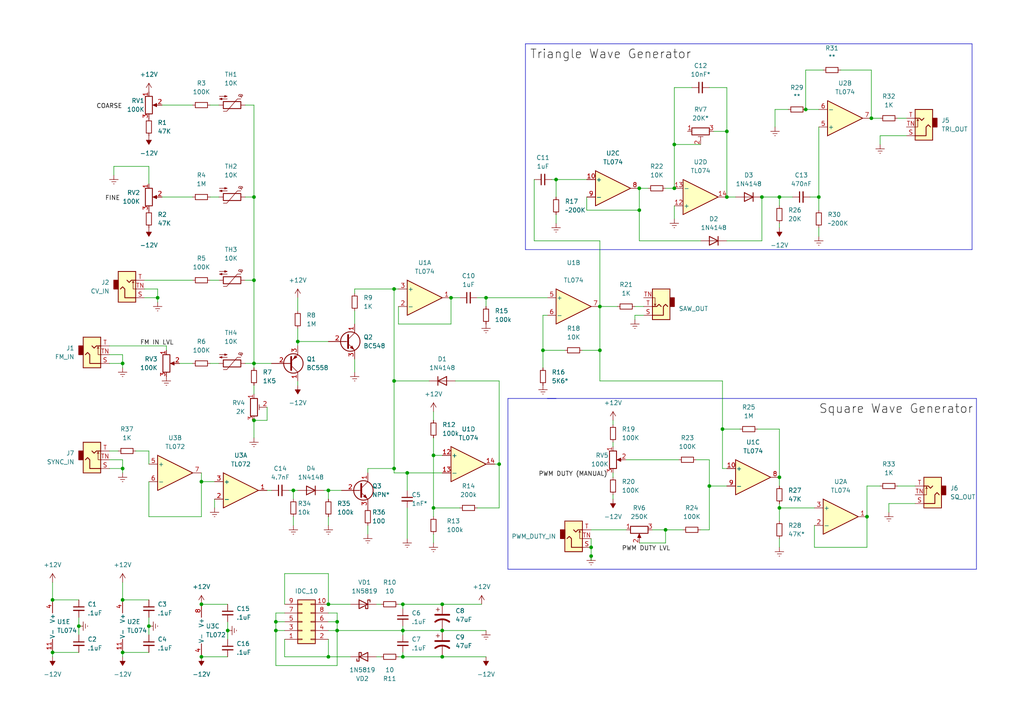
<source format=kicad_sch>
(kicad_sch (version 20230121) (generator eeschema)

  (uuid d890881c-526d-4dda-9f12-a86a28e63d51)

  (paper "A4")

  (title_block
    (title "Fireball VCO")
    (rev "1.0")
    (comment 1 "Credit to: Moritz Klein (original core and Triangle); Luther's VCO (TL074 core)")
    (comment 3 "3")
    (comment 4 "4")
  )

  

  (junction (at 116.84 190.5) (diameter 0) (color 0 0 0 0)
    (uuid 075a1865-481e-4ce0-a076-531586e1bbbf)
  )
  (junction (at 171.45 161.29) (diameter 0) (color 0 0 0 0)
    (uuid 0b8cfa97-2c8a-44e2-8dcb-c756934996ce)
  )
  (junction (at 210.82 38.1) (diameter 0) (color 0 0 0 0)
    (uuid 0d092406-8699-44aa-8e6f-53283c22679c)
  )
  (junction (at 97.79 182.88) (diameter 0) (color 0 0 0 0)
    (uuid 172b0a46-2ad3-43b9-bf90-5ff436544738)
  )
  (junction (at 252.73 34.29) (diameter 0) (color 0 0 0 0)
    (uuid 1acbe312-ea73-46de-95a0-46ee903ad6d7)
  )
  (junction (at 125.73 132.08) (diameter 0) (color 0 0 0 0)
    (uuid 206d4927-bae3-4738-951c-6a8cbc5d241c)
  )
  (junction (at 157.48 101.6) (diameter 0) (color 0 0 0 0)
    (uuid 20c6b5dc-5e97-463f-bb0b-8a6ebd6dfed3)
  )
  (junction (at 35.56 173.99) (diameter 0) (color 0 0 0 0)
    (uuid 2773ed9a-de76-49b5-9670-09e838ff13ec)
  )
  (junction (at 35.56 105.41) (diameter 0) (color 0 0 0 0)
    (uuid 28c2c3fd-e329-448b-b776-668bbff61ece)
  )
  (junction (at 226.06 57.15) (diameter 0) (color 0 0 0 0)
    (uuid 29c53297-fb9e-427b-a62a-3165e3ce3fa9)
  )
  (junction (at 171.45 158.75) (diameter 0) (color 0 0 0 0)
    (uuid 2b1ce009-4d4e-46d0-8d3b-5058e962702d)
  )
  (junction (at 43.18 181.61) (diameter 0) (color 0 0 0 0)
    (uuid 2bd35e70-97b8-430f-9ce6-02281ffc553f)
  )
  (junction (at 173.99 88.9) (diameter 0) (color 0 0 0 0)
    (uuid 2bf51d65-94c1-48ca-8989-506ae6f37763)
  )
  (junction (at 114.3 83.82) (diameter 0) (color 0 0 0 0)
    (uuid 2cbf939d-fb93-49cd-ae52-e3ecd46bea7c)
  )
  (junction (at 161.29 52.07) (diameter 0) (color 0 0 0 0)
    (uuid 32eb5fdc-f6f6-41f7-a4c5-13b36f7e494d)
  )
  (junction (at 15.24 189.23) (diameter 0) (color 0 0 0 0)
    (uuid 350c7eae-f694-4ca5-8e1d-763491c63eaa)
  )
  (junction (at 144.78 134.62) (diameter 0) (color 0 0 0 0)
    (uuid 3a3dd555-0399-4ad6-9e2b-28fab74ee735)
  )
  (junction (at 95.25 190.5) (diameter 0) (color 0 0 0 0)
    (uuid 3cdfd602-b425-4f80-a48a-cfb0b28aa601)
  )
  (junction (at 128.27 175.26) (diameter 0) (color 0 0 0 0)
    (uuid 40e8b243-31d0-4851-97e3-924a4ad21580)
  )
  (junction (at 209.55 124.46) (diameter 0) (color 0 0 0 0)
    (uuid 47f5b7fc-8246-4165-b966-6735a0e7c3b2)
  )
  (junction (at 237.49 57.15) (diameter 0) (color 0 0 0 0)
    (uuid 48fa5610-5736-45e8-ae3c-448d570256e4)
  )
  (junction (at 140.97 86.36) (diameter 0) (color 0 0 0 0)
    (uuid 5050665b-6f38-438f-b7de-4f2f0b3fea4c)
  )
  (junction (at 210.82 57.15) (diameter 0) (color 0 0 0 0)
    (uuid 51008200-6370-4583-8d62-aa48d90599c6)
  )
  (junction (at 85.09 142.24) (diameter 0) (color 0 0 0 0)
    (uuid 556f3a09-f32f-4c21-bcdd-8738847a8360)
  )
  (junction (at 73.66 81.28) (diameter 0) (color 0 0 0 0)
    (uuid 55fdeb7b-b932-4e9a-a1bb-47c4bec8052a)
  )
  (junction (at 35.56 135.89) (diameter 0) (color 0 0 0 0)
    (uuid 56d09a4b-e16e-4d28-8b5a-a24c6712b7ee)
  )
  (junction (at 251.46 149.86) (diameter 0) (color 0 0 0 0)
    (uuid 5b0a1f38-45f5-4e0f-8cfe-1e71c8bdbe53)
  )
  (junction (at 195.58 41.91) (diameter 0) (color 0 0 0 0)
    (uuid 5dad56f2-45d3-4e52-b994-916ff2c8a8dd)
  )
  (junction (at 118.11 137.16) (diameter 0) (color 0 0 0 0)
    (uuid 6ae427bb-5b37-4486-b0d3-7560d4eea40f)
  )
  (junction (at 97.79 180.34) (diameter 0) (color 0 0 0 0)
    (uuid 6ce4eac4-fd32-4492-841f-4f81a8f19f3a)
  )
  (junction (at 95.25 142.24) (diameter 0) (color 0 0 0 0)
    (uuid 6e03066d-cf34-4f0a-bf67-afc1a553dbd5)
  )
  (junction (at 193.04 153.67) (diameter 0) (color 0 0 0 0)
    (uuid 715fb730-5459-4eb3-8a61-f16174277289)
  )
  (junction (at 195.58 54.61) (diameter 0) (color 0 0 0 0)
    (uuid 75965b98-4b11-439b-a9ed-5d85b6e84756)
  )
  (junction (at 114.3 135.89) (diameter 0) (color 0 0 0 0)
    (uuid 7bc9d279-54f1-4490-b271-2373eec167c6)
  )
  (junction (at 80.01 180.34) (diameter 0) (color 0 0 0 0)
    (uuid 84f82164-c0b1-4d04-a1ea-5828c3d1efe0)
  )
  (junction (at 80.01 182.88) (diameter 0) (color 0 0 0 0)
    (uuid 8734b47e-1009-47c7-9022-fc73c5b9494c)
  )
  (junction (at 73.66 121.92) (diameter 0) (color 0 0 0 0)
    (uuid 888de751-d16f-46ba-a9ec-a67cbbb790d5)
  )
  (junction (at 58.42 190.5) (diameter 0) (color 0 0 0 0)
    (uuid 96d32497-6ef1-4c10-92d8-73553a5a68d9)
  )
  (junction (at 15.24 173.99) (diameter 0) (color 0 0 0 0)
    (uuid 983e50c9-d416-4582-99f4-668e2e8bf740)
  )
  (junction (at 130.81 86.36) (diameter 0) (color 0 0 0 0)
    (uuid 9d7d4f70-ed86-4097-80d3-ff4e8aa84449)
  )
  (junction (at 226.06 147.32) (diameter 0) (color 0 0 0 0)
    (uuid a84319d0-b8a1-47d0-a7f5-5038fc1074b4)
  )
  (junction (at 128.27 182.88) (diameter 0) (color 0 0 0 0)
    (uuid a86fef97-384d-4073-b0c4-fdc6d101ff07)
  )
  (junction (at 58.42 175.26) (diameter 0) (color 0 0 0 0)
    (uuid a95f9d30-a62c-4004-b20c-ef3c7bf05746)
  )
  (junction (at 116.84 175.26) (diameter 0) (color 0 0 0 0)
    (uuid ac5c1669-c550-4f77-86ab-885ba3b17d72)
  )
  (junction (at 95.25 175.26) (diameter 0) (color 0 0 0 0)
    (uuid b07235e1-feb3-4ff0-a8d6-a42b2841ec15)
  )
  (junction (at 226.06 138.43) (diameter 0) (color 0 0 0 0)
    (uuid b0b265b2-2403-4c05-adff-d3096aa31f04)
  )
  (junction (at 35.56 189.23) (diameter 0) (color 0 0 0 0)
    (uuid b2ee4998-d217-48c5-bcab-3c3ec17359f4)
  )
  (junction (at 173.99 101.6) (diameter 0) (color 0 0 0 0)
    (uuid b438d47e-4ecd-4320-b1b1-577c36fde352)
  )
  (junction (at 66.04 182.88) (diameter 0) (color 0 0 0 0)
    (uuid c0c94de9-b363-4573-a4b0-e707e9818bfb)
  )
  (junction (at 86.36 99.06) (diameter 0) (color 0 0 0 0)
    (uuid ca0cb80a-16c0-415a-bc06-74ee569224bb)
  )
  (junction (at 73.66 57.15) (diameter 0) (color 0 0 0 0)
    (uuid ca3bf30a-f008-470b-8ed6-50e02b5d6493)
  )
  (junction (at 205.74 140.97) (diameter 0) (color 0 0 0 0)
    (uuid ccccb99c-a6e1-4fb9-814d-46da7ba6a319)
  )
  (junction (at 233.68 31.75) (diameter 0) (color 0 0 0 0)
    (uuid cf9c90b9-8b4c-4b16-bdbb-ca23ed4b46d5)
  )
  (junction (at 114.3 110.49) (diameter 0) (color 0 0 0 0)
    (uuid d307af8a-5e3c-43b5-bc7a-ccf786fbd248)
  )
  (junction (at 128.27 190.5) (diameter 0) (color 0 0 0 0)
    (uuid d415c345-b77d-46b3-91cf-ee7c3bc3ed8c)
  )
  (junction (at 125.73 147.32) (diameter 0) (color 0 0 0 0)
    (uuid d648a591-ab8b-4854-8164-e9c66da237bc)
  )
  (junction (at 220.98 57.15) (diameter 0) (color 0 0 0 0)
    (uuid d85b1e8b-d28c-4475-be61-87ae5d0c1f67)
  )
  (junction (at 73.66 105.41) (diameter 0) (color 0 0 0 0)
    (uuid eb0b78f8-dfa9-4f4f-abf7-fa2f4e80babd)
  )
  (junction (at 58.42 139.7) (diameter 0) (color 0 0 0 0)
    (uuid efacadf5-fa5a-460d-9635-123d1cf8fb6e)
  )
  (junction (at 45.72 86.36) (diameter 0) (color 0 0 0 0)
    (uuid f2892d9d-74cc-4074-8f2d-6083e35b19e0)
  )
  (junction (at 185.42 54.61) (diameter 0) (color 0 0 0 0)
    (uuid f5afcd4b-4f35-4e06-893f-305be9e61bd0)
  )
  (junction (at 22.86 181.61) (diameter 0) (color 0 0 0 0)
    (uuid f89803fe-3120-42e0-bc8c-70407f642c38)
  )
  (junction (at 116.84 182.88) (diameter 0) (color 0 0 0 0)
    (uuid fc4f40a1-90a5-407f-a4b3-48be9ee7dad3)
  )
  (junction (at 185.42 60.96) (diameter 0) (color 0 0 0 0)
    (uuid ff025fda-e915-488b-bd88-50e858aa4865)
  )

  (wire (pts (xy 226.06 158.75) (xy 226.06 156.21))
    (stroke (width 0) (type default))
    (uuid 002c1938-850f-498c-a7af-2a3b94ca92fd)
  )
  (wire (pts (xy 193.04 153.67) (xy 198.12 153.67))
    (stroke (width 0) (type default))
    (uuid 007dfa29-e7f8-4797-b436-c740caab9a00)
  )
  (wire (pts (xy 132.08 110.49) (xy 144.78 110.49))
    (stroke (width 0) (type default))
    (uuid 00ee7565-1764-4930-8054-70883141bd07)
  )
  (wire (pts (xy 71.12 81.28) (xy 73.66 81.28))
    (stroke (width 0) (type default))
    (uuid 011f81a1-0311-4ec7-9b6d-d7b2203caadb)
  )
  (wire (pts (xy 22.86 181.61) (xy 22.86 184.15))
    (stroke (width 0) (type default))
    (uuid 012bbe54-4624-4668-b7c4-4242663ebf45)
  )
  (wire (pts (xy 138.43 86.36) (xy 140.97 86.36))
    (stroke (width 0) (type default))
    (uuid 045dfa05-79fc-47c8-ba68-21dedc5b6157)
  )
  (wire (pts (xy 184.15 88.9) (xy 186.69 88.9))
    (stroke (width 0) (type default))
    (uuid 04fa77bd-96fd-4d51-be1a-ee442f124ff7)
  )
  (wire (pts (xy 193.04 157.48) (xy 193.04 153.67))
    (stroke (width 0) (type default))
    (uuid 07b738e4-d738-41bc-a562-786737d01e67)
  )
  (wire (pts (xy 200.66 25.4) (xy 195.58 25.4))
    (stroke (width 0) (type default))
    (uuid 08d97d60-b423-4d39-a2f5-2a41fbeb08ce)
  )
  (wire (pts (xy 95.25 180.34) (xy 97.79 180.34))
    (stroke (width 0) (type default))
    (uuid 08e22539-d037-44c9-974f-f0285476464e)
  )
  (wire (pts (xy 97.79 180.34) (xy 97.79 182.88))
    (stroke (width 0) (type default))
    (uuid 098937ed-90ac-4c2a-87e9-44c634026a96)
  )
  (wire (pts (xy 73.66 105.41) (xy 71.12 105.41))
    (stroke (width 0) (type default))
    (uuid 09f8d815-d6e5-44c4-ad0b-1a8b2bb97280)
  )
  (wire (pts (xy 58.42 190.5) (xy 66.04 190.5))
    (stroke (width 0) (type default))
    (uuid 0ad9557d-6375-44e2-b9fe-ee913105a54a)
  )
  (wire (pts (xy 251.46 149.86) (xy 251.46 158.75))
    (stroke (width 0) (type default))
    (uuid 0b1fad50-6cc0-4fc4-8e50-2b1e46cf9662)
  )
  (wire (pts (xy 73.66 121.92) (xy 73.66 127))
    (stroke (width 0) (type default))
    (uuid 0e54b145-8e00-4001-b4d6-79ebd173795a)
  )
  (wire (pts (xy 185.42 54.61) (xy 187.96 54.61))
    (stroke (width 0) (type default))
    (uuid 0e8c0ae5-3426-4966-952e-e1aacd83c2ce)
  )
  (wire (pts (xy 31.75 102.87) (xy 35.56 102.87))
    (stroke (width 0) (type default))
    (uuid 0fc04f8d-8ca8-48a9-963c-203085787e96)
  )
  (wire (pts (xy 128.27 190.5) (xy 140.97 190.5))
    (stroke (width 0) (type default))
    (uuid 1041a423-2100-494e-8ae7-9ce13df21b70)
  )
  (wire (pts (xy 116.84 182.88) (xy 116.84 184.15))
    (stroke (width 0) (type default))
    (uuid 12a8d320-8b4b-41e7-9b61-52ef907e7852)
  )
  (wire (pts (xy 237.49 57.15) (xy 234.95 57.15))
    (stroke (width 0) (type default))
    (uuid 133b11aa-6cbf-4421-8a14-776418a0f772)
  )
  (wire (pts (xy 236.22 158.75) (xy 251.46 158.75))
    (stroke (width 0) (type default))
    (uuid 134ee044-c9bb-4c33-b121-2f3154f2a9a5)
  )
  (wire (pts (xy 80.01 193.04) (xy 97.79 193.04))
    (stroke (width 0) (type default))
    (uuid 14bae766-cdf3-4115-9a1c-8e7793c5df7e)
  )
  (wire (pts (xy 210.82 38.1) (xy 207.01 38.1))
    (stroke (width 0) (type default))
    (uuid 14bed775-a08c-49c3-b999-ff12a5c11272)
  )
  (wire (pts (xy 86.36 99.06) (xy 86.36 100.33))
    (stroke (width 0) (type default))
    (uuid 14d600b4-1f04-45dd-a69b-600474737a00)
  )
  (wire (pts (xy 45.72 83.82) (xy 45.72 86.36))
    (stroke (width 0) (type default))
    (uuid 16700e14-9066-4739-8192-ea1202f25d46)
  )
  (wire (pts (xy 219.71 124.46) (xy 226.06 124.46))
    (stroke (width 0) (type default))
    (uuid 18acf7aa-e7eb-445c-bb3c-47242488be90)
  )
  (wire (pts (xy 226.06 57.15) (xy 229.87 57.15))
    (stroke (width 0) (type default))
    (uuid 1965008a-8e38-41cc-b8a1-e5fc8c2e4c40)
  )
  (wire (pts (xy 238.76 20.32) (xy 233.68 20.32))
    (stroke (width 0) (type default))
    (uuid 1a002cf0-afc6-4fc8-b446-6cdb88bb7ca5)
  )
  (wire (pts (xy 86.36 95.25) (xy 86.36 99.06))
    (stroke (width 0) (type default))
    (uuid 1b2baf6e-d4d8-4546-8491-6946321689f1)
  )
  (wire (pts (xy 114.3 110.49) (xy 114.3 135.89))
    (stroke (width 0) (type default))
    (uuid 1c9a3366-41d0-4d3e-a1d4-ebde0a05260b)
  )
  (wire (pts (xy 118.11 147.32) (xy 118.11 156.21))
    (stroke (width 0) (type default))
    (uuid 1d794bea-b78e-4905-b136-60feb12d30e8)
  )
  (wire (pts (xy 177.8 138.43) (xy 177.8 137.16))
    (stroke (width 0) (type default))
    (uuid 1e39993f-4bec-40e4-9430-53882ec7d876)
  )
  (wire (pts (xy 209.55 124.46) (xy 209.55 135.89))
    (stroke (width 0) (type default))
    (uuid 1ef14b51-9015-4ea9-a43a-f57ffaf101c7)
  )
  (wire (pts (xy 93.98 142.24) (xy 95.25 142.24))
    (stroke (width 0) (type default))
    (uuid 1fc60a75-47b3-443a-a1ec-116efd547bc4)
  )
  (wire (pts (xy 251.46 140.97) (xy 255.27 140.97))
    (stroke (width 0) (type default))
    (uuid 204f755f-4a48-4219-925e-73302b9c7969)
  )
  (wire (pts (xy 106.68 135.89) (xy 114.3 135.89))
    (stroke (width 0) (type default))
    (uuid 220c4862-a0c1-454d-a040-cc150af4e384)
  )
  (wire (pts (xy 233.68 20.32) (xy 233.68 31.75))
    (stroke (width 0) (type default))
    (uuid 259fbfb8-a159-4e67-a275-e2e46fcd7918)
  )
  (wire (pts (xy 210.82 57.15) (xy 210.82 38.1))
    (stroke (width 0) (type default))
    (uuid 25c6ad95-f0c8-49e9-81fc-fb7a701099ec)
  )
  (wire (pts (xy 73.66 30.48) (xy 73.66 57.15))
    (stroke (width 0) (type default))
    (uuid 25f59034-7f3d-40c8-b683-f1aa36f7e057)
  )
  (wire (pts (xy 82.55 180.34) (xy 80.01 180.34))
    (stroke (width 0) (type default))
    (uuid 2701523c-e6b5-4540-aeeb-9201868c036f)
  )
  (wire (pts (xy 97.79 182.88) (xy 95.25 182.88))
    (stroke (width 0) (type default))
    (uuid 289f3380-e32f-4a3d-bbfb-63c5b7fd0408)
  )
  (wire (pts (xy 77.47 118.11) (xy 77.47 121.92))
    (stroke (width 0) (type default))
    (uuid 295f0add-eade-45af-975e-6bfabeece927)
  )
  (wire (pts (xy 205.74 25.4) (xy 210.82 25.4))
    (stroke (width 0) (type default))
    (uuid 2c084311-3748-4603-807b-158a5645d552)
  )
  (wire (pts (xy 116.84 175.26) (xy 128.27 175.26))
    (stroke (width 0) (type default))
    (uuid 2de0c9ac-e100-4fd5-95d2-9b1179091582)
  )
  (wire (pts (xy 226.06 147.32) (xy 236.22 147.32))
    (stroke (width 0) (type default))
    (uuid 2e108b1d-21b0-40f3-81d5-80e4a0d17bcf)
  )
  (wire (pts (xy 116.84 175.26) (xy 116.84 176.53))
    (stroke (width 0) (type default))
    (uuid 2e6dddd0-d5ef-43a5-be0d-2142b9682e15)
  )
  (wire (pts (xy 33.02 48.26) (xy 33.02 50.8))
    (stroke (width 0) (type default))
    (uuid 335b73b9-9e10-448b-a1d2-7b98a7210c06)
  )
  (wire (pts (xy 60.96 105.41) (xy 63.5 105.41))
    (stroke (width 0) (type default))
    (uuid 33a00978-c343-44a7-a6e5-b3497815d021)
  )
  (wire (pts (xy 115.57 93.98) (xy 130.81 93.98))
    (stroke (width 0) (type default))
    (uuid 34546126-e5aa-4369-ad55-08d5b068ccdd)
  )
  (wire (pts (xy 15.24 168.91) (xy 15.24 173.99))
    (stroke (width 0) (type default))
    (uuid 34f7e17e-8022-406b-97d3-dc5a2ef7cb3d)
  )
  (wire (pts (xy 255.27 39.37) (xy 262.89 39.37))
    (stroke (width 0) (type default))
    (uuid 353e5957-63ae-41fd-9383-d94336a67673)
  )
  (wire (pts (xy 66.04 182.88) (xy 66.04 185.42))
    (stroke (width 0) (type default))
    (uuid 363f76f1-2d4c-4900-8756-de05c138d3f9)
  )
  (polyline (pts (xy 147.32 165.1) (xy 147.32 115.57))
    (stroke (width 0) (type default))
    (uuid 3669ce97-5079-4570-8411-d18144ea2c72)
  )

  (wire (pts (xy 58.42 149.86) (xy 58.42 139.7))
    (stroke (width 0) (type default))
    (uuid 367e26b9-4c64-4450-bb43-387b4eeef2d1)
  )
  (wire (pts (xy 116.84 182.88) (xy 128.27 182.88))
    (stroke (width 0) (type default))
    (uuid 3708aabd-1df3-4175-b0ce-e7a71c9c3df0)
  )
  (wire (pts (xy 85.09 142.24) (xy 86.36 142.24))
    (stroke (width 0) (type default))
    (uuid 371a0c61-0cae-4ad5-a539-1630d9b2e841)
  )
  (wire (pts (xy 102.87 90.17) (xy 102.87 93.98))
    (stroke (width 0) (type default))
    (uuid 37345856-0e9f-4094-8d0e-9067acad28f7)
  )
  (wire (pts (xy 168.91 101.6) (xy 173.99 101.6))
    (stroke (width 0) (type default))
    (uuid 3834a0a2-9db5-4e4f-88d1-06e07e14426b)
  )
  (wire (pts (xy 35.56 102.87) (xy 35.56 105.41))
    (stroke (width 0) (type default))
    (uuid 39be6e31-2b99-464b-afa3-8dbe917fb467)
  )
  (wire (pts (xy 35.56 105.41) (xy 35.56 106.68))
    (stroke (width 0) (type default))
    (uuid 3a103a57-e2ab-48e3-8968-ae49db55c7b5)
  )
  (wire (pts (xy 173.99 88.9) (xy 179.07 88.9))
    (stroke (width 0) (type default))
    (uuid 3c3a8653-c2e6-46dc-b7e3-f1996049398b)
  )
  (wire (pts (xy 60.96 81.28) (xy 63.5 81.28))
    (stroke (width 0) (type default))
    (uuid 3c7bacda-9703-4bbc-876f-bdaa46017caa)
  )
  (wire (pts (xy 115.57 88.9) (xy 115.57 93.98))
    (stroke (width 0) (type default))
    (uuid 3c888aa6-a9b9-43b4-bf68-31840e6fbfcc)
  )
  (wire (pts (xy 157.48 101.6) (xy 163.83 101.6))
    (stroke (width 0) (type default))
    (uuid 3d113e8e-616f-408b-a33d-6fa11010d1f8)
  )
  (wire (pts (xy 143.51 134.62) (xy 144.78 134.62))
    (stroke (width 0) (type default))
    (uuid 3d4202c8-e44d-4416-8835-244ae1b4f51f)
  )
  (wire (pts (xy 31.75 135.89) (xy 35.56 135.89))
    (stroke (width 0) (type default))
    (uuid 40d2c445-8b82-437b-965a-da8ba7dc4686)
  )
  (wire (pts (xy 177.8 128.27) (xy 177.8 129.54))
    (stroke (width 0) (type default))
    (uuid 426702e6-6702-4c94-a12f-cfbb4627cabb)
  )
  (wire (pts (xy 58.42 139.7) (xy 62.23 139.7))
    (stroke (width 0) (type default))
    (uuid 447cf90d-e302-402f-a40d-5ba7c65e210c)
  )
  (wire (pts (xy 83.82 142.24) (xy 85.09 142.24))
    (stroke (width 0) (type default))
    (uuid 455a40bf-616a-44c4-944a-59a8ef7f389a)
  )
  (wire (pts (xy 73.66 111.76) (xy 73.66 114.3))
    (stroke (width 0) (type default))
    (uuid 45723b2a-c59f-41bc-b33b-b65f964b79ed)
  )
  (wire (pts (xy 114.3 135.89) (xy 114.3 137.16))
    (stroke (width 0) (type default))
    (uuid 4576079e-7513-46f3-b30d-1ada7547d6fc)
  )
  (wire (pts (xy 193.04 54.61) (xy 195.58 54.61))
    (stroke (width 0) (type default))
    (uuid 4902f87b-cd92-4961-a019-6bd55f1ad533)
  )
  (wire (pts (xy 118.11 142.24) (xy 118.11 137.16))
    (stroke (width 0) (type default))
    (uuid 49f9ccd6-ca41-4d14-850b-43d5c6d39eca)
  )
  (wire (pts (xy 95.25 175.26) (xy 101.6 175.26))
    (stroke (width 0) (type default))
    (uuid 4b3079b5-3fd6-4f7d-91f0-c2f7c230b5ac)
  )
  (wire (pts (xy 118.11 137.16) (xy 128.27 137.16))
    (stroke (width 0) (type default))
    (uuid 4c77e7ac-2cd5-499c-b44d-232727691533)
  )
  (wire (pts (xy 125.73 119.38) (xy 125.73 121.92))
    (stroke (width 0) (type default))
    (uuid 4e9d12ca-592c-4c0d-aa3c-ade1647da242)
  )
  (wire (pts (xy 144.78 134.62) (xy 144.78 147.32))
    (stroke (width 0) (type default))
    (uuid 5013c7b0-8c51-42cc-83e7-f71968aad6d8)
  )
  (wire (pts (xy 237.49 68.58) (xy 237.49 66.04))
    (stroke (width 0) (type default))
    (uuid 50a72d08-30fe-4ad4-b1e3-7584fe251d6e)
  )
  (wire (pts (xy 73.66 57.15) (xy 71.12 57.15))
    (stroke (width 0) (type default))
    (uuid 50dcb38f-1866-4212-86ea-87f436a5d1cb)
  )
  (polyline (pts (xy 283.21 165.1) (xy 147.32 165.1))
    (stroke (width 0) (type default))
    (uuid 51449ff3-ca6f-426f-98c4-b6646e7151de)
  )

  (wire (pts (xy 209.55 110.49) (xy 209.55 124.46))
    (stroke (width 0) (type default))
    (uuid 529857ef-e476-4092-9c4b-918ea58148f1)
  )
  (wire (pts (xy 116.84 181.61) (xy 116.84 182.88))
    (stroke (width 0) (type default))
    (uuid 546b73c3-66bd-4478-8dbf-47421172213d)
  )
  (wire (pts (xy 77.47 142.24) (xy 78.74 142.24))
    (stroke (width 0) (type default))
    (uuid 547f9bb3-0fb5-45ef-a30e-bff8d4e60f7c)
  )
  (wire (pts (xy 95.25 177.8) (xy 97.79 177.8))
    (stroke (width 0) (type default))
    (uuid 54b840c8-8a60-410e-a825-acf5831c5e9e)
  )
  (wire (pts (xy 171.45 153.67) (xy 181.61 153.67))
    (stroke (width 0) (type default))
    (uuid 567e0f82-ba96-4215-bf61-c8cb17bbdae2)
  )
  (wire (pts (xy 195.58 25.4) (xy 195.58 41.91))
    (stroke (width 0) (type default))
    (uuid 577bcebf-382e-4caa-9344-9973e7630894)
  )
  (wire (pts (xy 260.35 34.29) (xy 262.89 34.29))
    (stroke (width 0) (type default))
    (uuid 57869ebb-5332-4b60-8d7d-4a5c58d46e2a)
  )
  (wire (pts (xy 226.06 146.05) (xy 226.06 147.32))
    (stroke (width 0) (type default))
    (uuid 59871f82-a954-46af-80da-f5a5ef1d4d59)
  )
  (wire (pts (xy 220.98 69.85) (xy 220.98 57.15))
    (stroke (width 0) (type default))
    (uuid 59a7e7e7-b81d-4d68-a547-56f97220be4c)
  )
  (wire (pts (xy 116.84 190.5) (xy 116.84 189.23))
    (stroke (width 0) (type default))
    (uuid 59f448ea-2c03-44de-9c67-ed993ff79596)
  )
  (wire (pts (xy 86.36 111.76) (xy 86.36 110.49))
    (stroke (width 0) (type default))
    (uuid 5a8f0a11-4734-4680-a5c5-1b31df74096b)
  )
  (wire (pts (xy 161.29 64.77) (xy 161.29 62.23))
    (stroke (width 0) (type default))
    (uuid 5acaecee-5ec2-4db8-9a52-e48cb7cfd786)
  )
  (wire (pts (xy 185.42 69.85) (xy 185.42 60.96))
    (stroke (width 0) (type default))
    (uuid 5c2af044-42c1-4be9-8d2d-cd440eb6729a)
  )
  (wire (pts (xy 185.42 54.61) (xy 185.42 60.96))
    (stroke (width 0) (type default))
    (uuid 5ccb24f1-2171-43dc-9c5b-47bab90a9791)
  )
  (wire (pts (xy 31.75 100.33) (xy 48.26 100.33))
    (stroke (width 0) (type default))
    (uuid 5f88b998-4022-457d-b69a-809840943cc5)
  )
  (wire (pts (xy 109.22 175.26) (xy 110.49 175.26))
    (stroke (width 0) (type default))
    (uuid 6075f7b3-42c3-4353-b49b-e17d549e8a5b)
  )
  (wire (pts (xy 97.79 177.8) (xy 97.79 180.34))
    (stroke (width 0) (type default))
    (uuid 608bdaed-51dc-4114-ad03-17fa0417725e)
  )
  (wire (pts (xy 43.18 139.7) (xy 43.18 149.86))
    (stroke (width 0) (type default))
    (uuid 6162fc7c-adf9-48d6-985b-b95b7ab20bb0)
  )
  (wire (pts (xy 195.58 59.69) (xy 195.58 63.5))
    (stroke (width 0) (type default))
    (uuid 61d4904e-ca20-4aa2-bc83-914bfb64d3ec)
  )
  (wire (pts (xy 226.06 140.97) (xy 226.06 138.43))
    (stroke (width 0) (type default))
    (uuid 61da3553-8431-487c-ad44-4a746e5e5797)
  )
  (wire (pts (xy 226.06 147.32) (xy 226.06 151.13))
    (stroke (width 0) (type default))
    (uuid 63ac9ea8-e94a-41a1-8540-58b0e8f1fb31)
  )
  (wire (pts (xy 115.57 175.26) (xy 116.84 175.26))
    (stroke (width 0) (type default))
    (uuid 65aed1ea-2704-487f-8c0d-589e6382acfa)
  )
  (wire (pts (xy 73.66 105.41) (xy 78.74 105.41))
    (stroke (width 0) (type default))
    (uuid 65d31c49-1a73-451a-b7b4-255fdf0f42e8)
  )
  (wire (pts (xy 157.48 91.44) (xy 157.48 101.6))
    (stroke (width 0) (type default))
    (uuid 673136ad-373e-4aa0-b454-16afa090fc95)
  )
  (wire (pts (xy 43.18 181.61) (xy 43.18 184.15))
    (stroke (width 0) (type default))
    (uuid 6aa07b55-b052-43f5-8c27-5866263b9828)
  )
  (wire (pts (xy 128.27 182.88) (xy 140.97 182.88))
    (stroke (width 0) (type default))
    (uuid 6aa7911e-f18a-4bcb-9a68-f0821c6ef595)
  )
  (wire (pts (xy 173.99 101.6) (xy 173.99 110.49))
    (stroke (width 0) (type default))
    (uuid 6fc4ce66-264a-4b39-8826-9f6dd5eedd6a)
  )
  (wire (pts (xy 95.25 142.24) (xy 99.06 142.24))
    (stroke (width 0) (type default))
    (uuid 70b4b370-4e40-47bf-bf45-f1defc4e4350)
  )
  (wire (pts (xy 170.18 57.15) (xy 170.18 60.96))
    (stroke (width 0) (type default))
    (uuid 7232c599-b068-4867-98ec-6cc6b6eaeb47)
  )
  (wire (pts (xy 41.91 83.82) (xy 45.72 83.82))
    (stroke (width 0) (type default))
    (uuid 73af482d-61ce-405e-acb3-c5c3e365dc63)
  )
  (wire (pts (xy 203.2 153.67) (xy 205.74 153.67))
    (stroke (width 0) (type default))
    (uuid 74c82889-424e-4b68-91f6-bf39bcf30e7b)
  )
  (wire (pts (xy 35.56 135.89) (xy 35.56 137.16))
    (stroke (width 0) (type default))
    (uuid 75b1bcf3-ead7-4c35-a3dd-5c904919d526)
  )
  (wire (pts (xy 46.99 30.48) (xy 55.88 30.48))
    (stroke (width 0) (type default))
    (uuid 7635b094-2c39-43ad-9664-a4d37a31e5f2)
  )
  (wire (pts (xy 173.99 69.85) (xy 173.99 88.9))
    (stroke (width 0) (type default))
    (uuid 7640029e-dd9c-4f34-b026-0b1f6403398c)
  )
  (wire (pts (xy 210.82 57.15) (xy 213.36 57.15))
    (stroke (width 0) (type default))
    (uuid 779af502-b322-4809-834d-3cde55ba8b63)
  )
  (wire (pts (xy 144.78 110.49) (xy 144.78 134.62))
    (stroke (width 0) (type default))
    (uuid 78bd3d5e-aeee-4967-a3b5-8bb8028fc03b)
  )
  (wire (pts (xy 237.49 36.83) (xy 237.49 57.15))
    (stroke (width 0) (type default))
    (uuid 7f293836-7284-4165-9a5e-6c0f11e5036c)
  )
  (wire (pts (xy 203.2 69.85) (xy 185.42 69.85))
    (stroke (width 0) (type default))
    (uuid 7f7a8709-02e3-4a4c-b018-ad881cdfaaf9)
  )
  (wire (pts (xy 226.06 124.46) (xy 226.06 138.43))
    (stroke (width 0) (type default))
    (uuid 7f9c39cf-8658-46e8-95ff-e118c04dd6b3)
  )
  (wire (pts (xy 116.84 190.5) (xy 128.27 190.5))
    (stroke (width 0) (type default))
    (uuid 80a79dd5-9761-4f24-9f5d-3944299855c7)
  )
  (wire (pts (xy 95.25 149.86) (xy 95.25 152.4))
    (stroke (width 0) (type default))
    (uuid 81834102-3973-4d43-9646-9385c8ff4feb)
  )
  (wire (pts (xy 201.93 133.35) (xy 205.74 133.35))
    (stroke (width 0) (type default))
    (uuid 83350356-f972-42ca-9e1c-0e7cff7c878d)
  )
  (wire (pts (xy 73.66 57.15) (xy 73.66 81.28))
    (stroke (width 0) (type default))
    (uuid 83bd4d95-2b1e-4c4d-8da2-3cd32c7123ee)
  )
  (wire (pts (xy 138.43 147.32) (xy 144.78 147.32))
    (stroke (width 0) (type default))
    (uuid 83c83e37-be75-4d3f-8cce-59aa5d6e4a1d)
  )
  (wire (pts (xy 62.23 144.78) (xy 62.23 147.32))
    (stroke (width 0) (type default))
    (uuid 83dcd1ce-fbd0-44af-94f9-9b94a4f20215)
  )
  (wire (pts (xy 224.79 31.75) (xy 224.79 36.83))
    (stroke (width 0) (type default))
    (uuid 856ff727-57d3-4aff-b724-5a7e7a4992f2)
  )
  (wire (pts (xy 31.75 105.41) (xy 35.56 105.41))
    (stroke (width 0) (type default))
    (uuid 868890b2-35c8-4de5-bc71-870b05ff69ca)
  )
  (wire (pts (xy 252.73 20.32) (xy 243.84 20.32))
    (stroke (width 0) (type default))
    (uuid 89288a3d-99b2-41c3-bdd9-2025d7d7985c)
  )
  (wire (pts (xy 205.74 133.35) (xy 205.74 140.97))
    (stroke (width 0) (type default))
    (uuid 8930be09-3955-4980-9f12-321d514a97a0)
  )
  (wire (pts (xy 171.45 156.21) (xy 171.45 158.75))
    (stroke (width 0) (type default))
    (uuid 89db41f1-a356-42b0-a473-5ab47ed559f2)
  )
  (polyline (pts (xy 158.75 115.57) (xy 283.21 115.57))
    (stroke (width 0) (type default))
    (uuid 8b87e1ec-6c91-4e32-8ad2-fa2ed79b33e0)
  )

  (wire (pts (xy 35.56 189.23) (xy 35.56 190.5))
    (stroke (width 0) (type default))
    (uuid 8bed05d0-5ab5-4783-89c5-166c138e95fc)
  )
  (wire (pts (xy 48.26 100.33) (xy 48.26 101.6))
    (stroke (width 0) (type default))
    (uuid 8cdf6a76-ff89-4e5b-bdf5-3e8fb2c46f9d)
  )
  (wire (pts (xy 173.99 110.49) (xy 209.55 110.49))
    (stroke (width 0) (type default))
    (uuid 8e0c840a-378d-4b3a-a98a-ad981e7483ca)
  )
  (wire (pts (xy 73.66 30.48) (xy 71.12 30.48))
    (stroke (width 0) (type default))
    (uuid 8e643bdd-0fa5-49b8-bc39-a28fd3bcdec1)
  )
  (wire (pts (xy 209.55 135.89) (xy 210.82 135.89))
    (stroke (width 0) (type default))
    (uuid 8effd010-5427-44f6-a3bd-42a21fd66407)
  )
  (wire (pts (xy 35.56 133.35) (xy 35.56 135.89))
    (stroke (width 0) (type default))
    (uuid 8f7b07f3-a84b-4847-84c5-85ae6ee7f154)
  )
  (wire (pts (xy 177.8 144.78) (xy 177.8 143.51))
    (stroke (width 0) (type default))
    (uuid 930dc647-cfc0-489d-be9c-ed9bba08f24c)
  )
  (wire (pts (xy 257.81 148.59) (xy 257.81 146.05))
    (stroke (width 0) (type default))
    (uuid 93914fe1-8cee-4a39-9794-69ccdbef1150)
  )
  (wire (pts (xy 114.3 137.16) (xy 118.11 137.16))
    (stroke (width 0) (type default))
    (uuid 942d2b34-b105-443f-88ac-b15176aebfde)
  )
  (wire (pts (xy 226.06 66.04) (xy 226.06 64.77))
    (stroke (width 0) (type default))
    (uuid 947aa754-66eb-41b1-83b1-8078a9a77853)
  )
  (wire (pts (xy 45.72 86.36) (xy 45.72 87.63))
    (stroke (width 0) (type default))
    (uuid 95e0db78-5a49-4cfb-b3b7-0eae587a94a7)
  )
  (wire (pts (xy 58.42 137.16) (xy 58.42 139.7))
    (stroke (width 0) (type default))
    (uuid 9689b393-f224-4c11-9fde-b57a1bea34e6)
  )
  (wire (pts (xy 82.55 185.42) (xy 82.55 190.5))
    (stroke (width 0) (type default))
    (uuid 99d3832e-bfc0-4be8-b45f-3a46eb22891e)
  )
  (wire (pts (xy 73.66 105.41) (xy 73.66 106.68))
    (stroke (width 0) (type default))
    (uuid 99d3f8c0-7078-4064-8601-2d29fb9ca632)
  )
  (wire (pts (xy 82.55 190.5) (xy 95.25 190.5))
    (stroke (width 0) (type default))
    (uuid 9b4f04b4-bccf-4a4d-97ea-7ee47e5e4e7b)
  )
  (wire (pts (xy 171.45 161.29) (xy 171.45 162.56))
    (stroke (width 0) (type default))
    (uuid 9b93bffb-96f0-49bd-a363-731af5e292f1)
  )
  (polyline (pts (xy 152.4 72.39) (xy 281.94 72.39))
    (stroke (width 0) (type default))
    (uuid 9c5656ce-2806-4720-adc3-21804b246bbf)
  )

  (wire (pts (xy 157.48 101.6) (xy 157.48 106.68))
    (stroke (width 0) (type default))
    (uuid 9dfd9e0c-0d78-42f6-b2d6-4614ff8fb137)
  )
  (wire (pts (xy 184.15 92.71) (xy 184.15 91.44))
    (stroke (width 0) (type default))
    (uuid 9ec28832-b961-42c0-96bc-c86f1d2420fd)
  )
  (wire (pts (xy 195.58 41.91) (xy 195.58 54.61))
    (stroke (width 0) (type default))
    (uuid 9fc905e5-be4e-4dba-9205-286886cf936c)
  )
  (wire (pts (xy 257.81 146.05) (xy 265.43 146.05))
    (stroke (width 0) (type default))
    (uuid a08a956e-07c4-488d-a98b-1c1e98f89b64)
  )
  (wire (pts (xy 160.02 52.07) (xy 161.29 52.07))
    (stroke (width 0) (type default))
    (uuid a0acc936-4421-46ca-91c4-c75c80c6be5c)
  )
  (wire (pts (xy 85.09 149.86) (xy 85.09 152.4))
    (stroke (width 0) (type default))
    (uuid a0db10ca-54a2-482a-b837-97a8a560f37f)
  )
  (wire (pts (xy 95.25 166.37) (xy 95.25 175.26))
    (stroke (width 0) (type default))
    (uuid a21f19f1-dba8-4480-819e-daf8bfa11687)
  )
  (wire (pts (xy 97.79 193.04) (xy 97.79 182.88))
    (stroke (width 0) (type default))
    (uuid a31a1adc-a3bd-4964-bd9b-b9bd10009368)
  )
  (wire (pts (xy 125.73 147.32) (xy 133.35 147.32))
    (stroke (width 0) (type default))
    (uuid a5cc7907-8d7e-4af6-8741-cc0f14921c0e)
  )
  (wire (pts (xy 66.04 180.34) (xy 66.04 182.88))
    (stroke (width 0) (type default))
    (uuid a63d61c8-2977-4b61-9996-1acc2974b0e9)
  )
  (wire (pts (xy 114.3 83.82) (xy 115.57 83.82))
    (stroke (width 0) (type default))
    (uuid a78d5f79-ea61-4266-9e8d-fd63e072ca59)
  )
  (wire (pts (xy 154.94 52.07) (xy 154.94 69.85))
    (stroke (width 0) (type default))
    (uuid a7bf4714-0114-456b-b78a-67c1e6dd9802)
  )
  (wire (pts (xy 52.07 105.41) (xy 55.88 105.41))
    (stroke (width 0) (type default))
    (uuid a83485cc-7ab4-45e8-97c5-47ddd21c8c8c)
  )
  (wire (pts (xy 114.3 110.49) (xy 114.3 83.82))
    (stroke (width 0) (type default))
    (uuid a869fe58-f687-493d-be70-445118a47be9)
  )
  (wire (pts (xy 251.46 140.97) (xy 251.46 149.86))
    (stroke (width 0) (type default))
    (uuid a967c382-f359-459d-8372-4d92eb42b58b)
  )
  (polyline (pts (xy 281.94 72.39) (xy 281.94 12.7))
    (stroke (width 0) (type default))
    (uuid a9836a8b-5a1f-40b8-9f4c-412f45dfdcaa)
  )

  (wire (pts (xy 184.15 91.44) (xy 186.69 91.44))
    (stroke (width 0) (type default))
    (uuid ab5f86a2-7e2a-4ffe-b40a-20795775506c)
  )
  (wire (pts (xy 43.18 179.07) (xy 43.18 181.61))
    (stroke (width 0) (type default))
    (uuid ac145d24-8080-4e7e-aa70-b3e56fcdd91f)
  )
  (wire (pts (xy 124.46 110.49) (xy 114.3 110.49))
    (stroke (width 0) (type default))
    (uuid ad62248c-406e-440c-b5d6-0016a1b9076d)
  )
  (wire (pts (xy 15.24 173.99) (xy 22.86 173.99))
    (stroke (width 0) (type default))
    (uuid ae2b5875-1677-4f6a-87d4-1b67672fca30)
  )
  (wire (pts (xy 228.6 31.75) (xy 224.79 31.75))
    (stroke (width 0) (type default))
    (uuid afe4e8c1-60b3-4968-b551-93cd0d1aa719)
  )
  (wire (pts (xy 205.74 140.97) (xy 205.74 153.67))
    (stroke (width 0) (type default))
    (uuid b0040ed6-eb20-4694-966c-db191a071756)
  )
  (polyline (pts (xy 283.21 115.57) (xy 283.21 165.1))
    (stroke (width 0) (type default))
    (uuid b0a5eb1f-ea9d-4007-9365-396c515ccf4c)
  )

  (wire (pts (xy 82.55 175.26) (xy 82.55 166.37))
    (stroke (width 0) (type default))
    (uuid b10f46eb-6232-4db8-8771-756ed85dd9d2)
  )
  (wire (pts (xy 31.75 133.35) (xy 35.56 133.35))
    (stroke (width 0) (type default))
    (uuid b1cb0ca4-8b25-49d7-8083-0cae18a61033)
  )
  (wire (pts (xy 115.57 190.5) (xy 116.84 190.5))
    (stroke (width 0) (type default))
    (uuid b1ed980c-0c6e-4927-b46d-11412478ad19)
  )
  (wire (pts (xy 41.91 81.28) (xy 55.88 81.28))
    (stroke (width 0) (type default))
    (uuid b21aa8dc-5681-4a20-aefb-dc676f666ac1)
  )
  (wire (pts (xy 41.91 86.36) (xy 45.72 86.36))
    (stroke (width 0) (type default))
    (uuid b2a4a507-887b-4816-8414-e2ee7926f9eb)
  )
  (wire (pts (xy 106.68 152.4) (xy 106.68 154.94))
    (stroke (width 0) (type default))
    (uuid b41bae91-b397-4256-a08c-8b7fff39f076)
  )
  (wire (pts (xy 210.82 69.85) (xy 220.98 69.85))
    (stroke (width 0) (type default))
    (uuid b4282345-4cbd-46bd-b037-5f7db06007e9)
  )
  (wire (pts (xy 210.82 25.4) (xy 210.82 38.1))
    (stroke (width 0) (type default))
    (uuid b4aa5d5b-63ec-4fa1-8929-33da75669e6e)
  )
  (wire (pts (xy 154.94 69.85) (xy 173.99 69.85))
    (stroke (width 0) (type default))
    (uuid b59550cf-b4b0-4a91-bc92-8f158b01c8d1)
  )
  (wire (pts (xy 35.56 173.99) (xy 43.18 173.99))
    (stroke (width 0) (type default))
    (uuid b5e214d6-e94c-49ff-99a8-389e58ca1513)
  )
  (wire (pts (xy 177.8 121.92) (xy 177.8 123.19))
    (stroke (width 0) (type default))
    (uuid b92284cc-17a1-44d3-8d05-690d978bd913)
  )
  (wire (pts (xy 226.06 59.69) (xy 226.06 57.15))
    (stroke (width 0) (type default))
    (uuid b92a598b-244b-4c3d-a94b-f283ab9b0361)
  )
  (wire (pts (xy 22.86 179.07) (xy 22.86 181.61))
    (stroke (width 0) (type default))
    (uuid b9a54ad3-db51-4803-a66a-337d01a5df93)
  )
  (wire (pts (xy 58.42 175.26) (xy 66.04 175.26))
    (stroke (width 0) (type default))
    (uuid b9cdda5f-d64c-4c08-872b-c9bd0fbeb058)
  )
  (wire (pts (xy 33.02 48.26) (xy 43.18 48.26))
    (stroke (width 0) (type default))
    (uuid ba2f3055-b58d-4632-b92e-9de9c82dc722)
  )
  (wire (pts (xy 189.23 153.67) (xy 193.04 153.67))
    (stroke (width 0) (type default))
    (uuid bb12b138-e03f-42b2-8dc4-2f56e3725e0a)
  )
  (wire (pts (xy 125.73 149.86) (xy 125.73 147.32))
    (stroke (width 0) (type default))
    (uuid bc20b5b6-b7ee-4be5-aefc-9b1d79654fd7)
  )
  (wire (pts (xy 171.45 158.75) (xy 171.45 161.29))
    (stroke (width 0) (type default))
    (uuid bca9037a-43ce-48fe-a914-a51c674e1555)
  )
  (wire (pts (xy 46.99 57.15) (xy 55.88 57.15))
    (stroke (width 0) (type default))
    (uuid bcbdb842-1869-491d-a954-d6eb889c4d7e)
  )
  (wire (pts (xy 173.99 88.9) (xy 173.99 101.6))
    (stroke (width 0) (type default))
    (uuid be025106-726f-416b-9e9d-d5580b216588)
  )
  (wire (pts (xy 128.27 175.26) (xy 139.7 175.26))
    (stroke (width 0) (type default))
    (uuid be54e926-36db-4fc1-8ddc-e6a2d29a6231)
  )
  (polyline (pts (xy 281.94 12.7) (xy 152.4 12.7))
    (stroke (width 0) (type default))
    (uuid c0921da7-e42e-416e-a5a8-f91aa06c064a)
  )
  (polyline (pts (xy 152.4 12.7) (xy 152.4 72.39))
    (stroke (width 0) (type default))
    (uuid c3910904-1027-48fc-bc17-79f575acfa4d)
  )

  (wire (pts (xy 95.25 185.42) (xy 95.25 190.5))
    (stroke (width 0) (type default))
    (uuid c3bbd709-fd2e-444a-a677-44a5783921fc)
  )
  (wire (pts (xy 102.87 107.95) (xy 102.87 104.14))
    (stroke (width 0) (type default))
    (uuid c5afa27e-c7ec-4964-b60f-ef595f8e7cdf)
  )
  (wire (pts (xy 35.56 168.91) (xy 35.56 173.99))
    (stroke (width 0) (type default))
    (uuid c5c9ad98-79c7-4d83-a0d3-aeaa0e491a01)
  )
  (wire (pts (xy 125.73 132.08) (xy 125.73 147.32))
    (stroke (width 0) (type default))
    (uuid c6122377-fd10-40e3-b086-85ffa238d497)
  )
  (wire (pts (xy 43.18 149.86) (xy 58.42 149.86))
    (stroke (width 0) (type default))
    (uuid c6aba858-31b4-4d4b-ad92-fcd6e2899955)
  )
  (wire (pts (xy 82.55 182.88) (xy 80.01 182.88))
    (stroke (width 0) (type default))
    (uuid c782fde7-a3c5-454c-9c8f-138d9c254433)
  )
  (wire (pts (xy 255.27 41.91) (xy 255.27 39.37))
    (stroke (width 0) (type default))
    (uuid c8b453fd-4a92-4bed-94a7-4380d07d8834)
  )
  (wire (pts (xy 97.79 182.88) (xy 116.84 182.88))
    (stroke (width 0) (type default))
    (uuid c91990e8-df72-42c4-8db5-c591f21e3332)
  )
  (wire (pts (xy 158.75 91.44) (xy 157.48 91.44))
    (stroke (width 0) (type default))
    (uuid c935c678-a077-4bae-995d-c958211b4249)
  )
  (wire (pts (xy 161.29 52.07) (xy 161.29 57.15))
    (stroke (width 0) (type default))
    (uuid caa44abb-828f-4cd6-a885-9f29929cb572)
  )
  (wire (pts (xy 60.96 57.15) (xy 63.5 57.15))
    (stroke (width 0) (type default))
    (uuid cab79a82-1a75-41ca-b784-c19bf761b130)
  )
  (wire (pts (xy 86.36 86.36) (xy 86.36 90.17))
    (stroke (width 0) (type default))
    (uuid cbbac9fe-b919-498f-8d36-60229113a318)
  )
  (wire (pts (xy 102.87 83.82) (xy 102.87 85.09))
    (stroke (width 0) (type default))
    (uuid cd6f1868-b68f-470e-be9c-fde2aa04e518)
  )
  (wire (pts (xy 140.97 86.36) (xy 158.75 86.36))
    (stroke (width 0) (type default))
    (uuid cf578875-ee1d-4247-9b29-60e20c9d4e2a)
  )
  (wire (pts (xy 109.22 190.5) (xy 110.49 190.5))
    (stroke (width 0) (type default))
    (uuid cfe9d014-b4e8-4e10-a9cd-1df9beeeeb56)
  )
  (wire (pts (xy 236.22 152.4) (xy 236.22 158.75))
    (stroke (width 0) (type default))
    (uuid d0ac0f16-d9eb-4b81-9361-a26e5577207a)
  )
  (wire (pts (xy 80.01 182.88) (xy 80.01 193.04))
    (stroke (width 0) (type default))
    (uuid d30c4643-e4e4-4ca7-9b60-8e90aa28d712)
  )
  (wire (pts (xy 85.09 144.78) (xy 85.09 142.24))
    (stroke (width 0) (type default))
    (uuid d337ce63-2442-436d-bcb8-cc7314c175a2)
  )
  (wire (pts (xy 39.37 130.81) (xy 43.18 130.81))
    (stroke (width 0) (type default))
    (uuid d3459edf-d0c7-4cfc-89eb-a4a1e196b526)
  )
  (wire (pts (xy 80.01 177.8) (xy 80.01 180.34))
    (stroke (width 0) (type default))
    (uuid d3a17dd5-57a4-4c8f-a561-daf9d51bb1ef)
  )
  (wire (pts (xy 140.97 86.36) (xy 140.97 88.9))
    (stroke (width 0) (type default))
    (uuid d4b1bf3b-17be-40de-b54d-8b8fdbaab00c)
  )
  (wire (pts (xy 80.01 180.34) (xy 80.01 182.88))
    (stroke (width 0) (type default))
    (uuid d532f10d-4c35-4827-a7e8-ba04a671567d)
  )
  (wire (pts (xy 106.68 135.89) (xy 106.68 137.16))
    (stroke (width 0) (type default))
    (uuid d714a1c2-e5a1-41b7-9a50-7a9f7b4ceaf5)
  )
  (wire (pts (xy 130.81 86.36) (xy 130.81 93.98))
    (stroke (width 0) (type default))
    (uuid d7e14670-5b2e-4e6e-9d86-2803dbee6d5a)
  )
  (wire (pts (xy 60.96 30.48) (xy 63.5 30.48))
    (stroke (width 0) (type default))
    (uuid d82f5154-cce6-4f05-a3aa-707296ae3208)
  )
  (polyline (pts (xy 147.32 115.57) (xy 161.29 115.57))
    (stroke (width 0) (type default))
    (uuid d8a4f9f3-6bcf-44d8-b697-bb1ecfaf5d9b)
  )

  (wire (pts (xy 15.24 189.23) (xy 15.24 190.5))
    (stroke (width 0) (type default))
    (uuid d9c04c69-53a1-4584-8d02-710a7c598c7f)
  )
  (wire (pts (xy 130.81 86.36) (xy 133.35 86.36))
    (stroke (width 0) (type default))
    (uuid daa8872e-cdd0-4386-bfb1-3acf5f78f1c7)
  )
  (wire (pts (xy 203.2 41.91) (xy 195.58 41.91))
    (stroke (width 0) (type default))
    (uuid dac2eef8-e6ed-41df-a360-0fb1dc145013)
  )
  (wire (pts (xy 82.55 166.37) (xy 95.25 166.37))
    (stroke (width 0) (type default))
    (uuid dd28c3e1-f058-4387-af84-c6b3f57e024b)
  )
  (wire (pts (xy 125.73 154.94) (xy 125.73 157.48))
    (stroke (width 0) (type default))
    (uuid dd396011-7978-4eed-bae7-f4c50fba9876)
  )
  (wire (pts (xy 237.49 31.75) (xy 233.68 31.75))
    (stroke (width 0) (type default))
    (uuid e051c490-15ba-44aa-a97e-307f6937a393)
  )
  (wire (pts (xy 125.73 127) (xy 125.73 132.08))
    (stroke (width 0) (type default))
    (uuid e19dd326-6ad2-4a98-9e21-53856ef9e030)
  )
  (wire (pts (xy 43.18 48.26) (xy 43.18 53.34))
    (stroke (width 0) (type default))
    (uuid e2afd5c7-2196-4ad1-8308-27dac722dbfe)
  )
  (wire (pts (xy 181.61 133.35) (xy 196.85 133.35))
    (stroke (width 0) (type default))
    (uuid e3804794-9bbb-4c1f-b850-5c97c0c7eab0)
  )
  (wire (pts (xy 161.29 52.07) (xy 170.18 52.07))
    (stroke (width 0) (type default))
    (uuid e40e2ec8-c585-423c-9177-856c98536f5d)
  )
  (wire (pts (xy 95.25 142.24) (xy 95.25 144.78))
    (stroke (width 0) (type default))
    (uuid e438dbcb-639d-4291-b06a-1629fb119863)
  )
  (wire (pts (xy 205.74 140.97) (xy 210.82 140.97))
    (stroke (width 0) (type default))
    (uuid e72d1c7a-e380-486f-b30f-2dcfedaa6b15)
  )
  (wire (pts (xy 128.27 132.08) (xy 125.73 132.08))
    (stroke (width 0) (type default))
    (uuid e97187da-4ca0-45fd-a9c8-7745120ef532)
  )
  (wire (pts (xy 95.25 190.5) (xy 101.6 190.5))
    (stroke (width 0) (type default))
    (uuid e9e05df7-61a8-4f3a-9a93-e1cd3c2a2cb3)
  )
  (wire (pts (xy 170.18 60.96) (xy 185.42 60.96))
    (stroke (width 0) (type default))
    (uuid ea4fa27a-77b7-46eb-9397-1db72d3cff7b)
  )
  (wire (pts (xy 31.75 130.81) (xy 34.29 130.81))
    (stroke (width 0) (type default))
    (uuid ea8899fa-79cb-4c8b-8666-4d60d6b44cc6)
  )
  (wire (pts (xy 220.98 57.15) (xy 226.06 57.15))
    (stroke (width 0) (type default))
    (uuid ed043657-164a-4064-9fca-8063e8264536)
  )
  (wire (pts (xy 260.35 140.97) (xy 265.43 140.97))
    (stroke (width 0) (type default))
    (uuid ed7dc458-c4c6-4f81-b249-6502bf0fd917)
  )
  (wire (pts (xy 86.36 99.06) (xy 95.25 99.06))
    (stroke (width 0) (type default))
    (uuid f086f43d-f465-498e-a31e-c030bf7339b1)
  )
  (wire (pts (xy 15.24 189.23) (xy 22.86 189.23))
    (stroke (width 0) (type default))
    (uuid f174ec4a-b95b-422e-a561-c6f4e8d658f1)
  )
  (wire (pts (xy 73.66 81.28) (xy 73.66 105.41))
    (stroke (width 0) (type default))
    (uuid f393e68a-62c4-4107-b895-1dce4c37b3ae)
  )
  (wire (pts (xy 73.66 121.92) (xy 77.47 121.92))
    (stroke (width 0) (type default))
    (uuid f3db270f-165b-4789-8050-98583e7d5aad)
  )
  (wire (pts (xy 185.42 157.48) (xy 193.04 157.48))
    (stroke (width 0) (type default))
    (uuid f40760bf-e320-40e3-90f6-1d7630785149)
  )
  (wire (pts (xy 82.55 177.8) (xy 80.01 177.8))
    (stroke (width 0) (type default))
    (uuid f4b0a2a0-b140-45fe-94ad-91fffb7f8855)
  )
  (wire (pts (xy 43.18 130.81) (xy 43.18 134.62))
    (stroke (width 0) (type default))
    (uuid f55f87a8-2f49-4467-98b4-34408bc2171e)
  )
  (wire (pts (xy 237.49 60.96) (xy 237.49 57.15))
    (stroke (width 0) (type default))
    (uuid f57a7e7f-8c9a-44b3-9d7d-5b1404e03110)
  )
  (wire (pts (xy 35.56 189.23) (xy 43.18 189.23))
    (stroke (width 0) (type default))
    (uuid f583c147-71e8-49f5-9018-0248efb6ad15)
  )
  (wire (pts (xy 252.73 34.29) (xy 252.73 20.32))
    (stroke (width 0) (type default))
    (uuid f7e79ef9-39a1-4fd3-815a-16a29e1433e9)
  )
  (wire (pts (xy 252.73 34.29) (xy 255.27 34.29))
    (stroke (width 0) (type default))
    (uuid f919964d-0968-44f7-93b0-36385d5156f2)
  )
  (wire (pts (xy 209.55 124.46) (xy 214.63 124.46))
    (stroke (width 0) (type default))
    (uuid fa2f509c-73ea-491b-9fd6-648496f05227)
  )
  (wire (pts (xy 114.3 83.82) (xy 102.87 83.82))
    (stroke (width 0) (type default))
    (uuid fc24c40b-40df-4a9a-8136-43aad168cb15)
  )

  (label "COARSE" (at 27.94 31.75 0) (fields_autoplaced)
    (effects (font (size 1.27 1.27)) (justify left bottom))
    (uuid 2f095e82-8933-46a4-ad73-b2ec383f5767)
  )
  (label "Triangle Wave Generator" (at 153.67 17.78 0) (fields_autoplaced)
    (effects (font (size 2.54 2.54)) (justify left bottom))
    (uuid 38b2e2f1-2398-4996-8786-f2cbdbd9def8)
  )
  (label "FINE" (at 30.48 58.42 0) (fields_autoplaced)
    (effects (font (size 1.27 1.27)) (justify left bottom))
    (uuid 8d49cf1b-ae6c-4d85-a9f3-87a6a2d9f4cb)
  )
  (label "FM IN LVL" (at 40.64 100.33 0) (fields_autoplaced)
    (effects (font (size 1.27 1.27)) (justify left bottom))
    (uuid a6825f00-7311-480a-942c-74425b319dbd)
  )
  (label "Square Wave Generator" (at 237.49 120.65 0) (fields_autoplaced)
    (effects (font (size 2.54 2.54)) (justify left bottom))
    (uuid cc11cf42-9607-4fee-b11c-3a8013c64860)
  )
  (label "PWM DUTY (MANUAL)" (at 156.21 138.43 0) (fields_autoplaced)
    (effects (font (size 1.27 1.27)) (justify left bottom))
    (uuid e3dd2e0c-5b01-43f9-be55-ff283c14c1c1)
  )
  (label "PWM DUTY LVL" (at 180.34 160.02 0) (fields_autoplaced)
    (effects (font (size 1.27 1.27)) (justify left bottom))
    (uuid e8620e8b-bf5f-4bc0-a7e8-e1eaa541ebba)
  )

  (symbol (lib_id "power:GNDREF") (at 125.73 157.48 0) (unit 1)
    (in_bom yes) (on_board yes) (dnp no) (fields_autoplaced)
    (uuid 023fc0b2-1de2-47ec-9a86-0c5177717081)
    (property "Reference" "#PWR020" (at 125.73 163.83 0)
      (effects (font (size 1.27 1.27)) hide)
    )
    (property "Value" "GNDREF" (at 125.73 162.56 0)
      (effects (font (size 1.27 1.27)) hide)
    )
    (property "Footprint" "" (at 125.73 157.48 0)
      (effects (font (size 1.27 1.27)) hide)
    )
    (property "Datasheet" "" (at 125.73 157.48 0)
      (effects (font (size 1.27 1.27)) hide)
    )
    (pin "1" (uuid 0918f4fe-5d20-4540-a319-9f688dfb6a13))
    (instances
      (project "Fireball"
        (path "/d890881c-526d-4dda-9f12-a86a28e63d51"
          (reference "#PWR020") (unit 1)
        )
      )
    )
  )

  (symbol (lib_id "power:+12V") (at 35.56 168.91 0) (unit 1)
    (in_bom yes) (on_board yes) (dnp no) (fields_autoplaced)
    (uuid 02430cc5-a3ca-4991-ab44-92b6b905952c)
    (property "Reference" "#PWR06" (at 35.56 172.72 0)
      (effects (font (size 1.27 1.27)) hide)
    )
    (property "Value" "+12V" (at 35.56 163.83 0)
      (effects (font (size 1.27 1.27)))
    )
    (property "Footprint" "" (at 35.56 168.91 0)
      (effects (font (size 1.27 1.27)) hide)
    )
    (property "Datasheet" "" (at 35.56 168.91 0)
      (effects (font (size 1.27 1.27)) hide)
    )
    (pin "1" (uuid 133a2fbd-08c3-4ae6-a0f1-8b875308ef8f))
    (instances
      (project "Fireball"
        (path "/d890881c-526d-4dda-9f12-a86a28e63d51"
          (reference "#PWR06") (unit 1)
        )
      )
    )
  )

  (symbol (lib_name "AudioJack2_SwitchT_1") (lib_id "Connector:AudioJack2_SwitchT") (at 270.51 143.51 180) (unit 1)
    (in_bom yes) (on_board yes) (dnp no) (fields_autoplaced)
    (uuid 0449179c-4b8b-4907-b000-447f961b9fc4)
    (property "Reference" "J6" (at 275.59 141.6049 0)
      (effects (font (size 1.27 1.27)) (justify right))
    )
    (property "Value" "SQ_OUT" (at 275.59 144.1449 0)
      (effects (font (size 1.27 1.27)) (justify right))
    )
    (property "Footprint" "SynthMages:Jack_3.5mm_QingPu_WQP-PJ398SM_Vertical_CircularHoles_Socket_Centered" (at 270.51 143.51 0)
      (effects (font (size 1.27 1.27)) hide)
    )
    (property "Datasheet" "~" (at 270.51 143.51 0)
      (effects (font (size 1.27 1.27)) hide)
    )
    (pin "S" (uuid b57b91d4-e0c9-4785-904e-11ad78f295d4))
    (pin "T" (uuid 6a2e1e19-334c-4b6c-8368-acecb55ba4b7))
    (pin "TN" (uuid 9b5420d8-3ab3-4a5b-8fa1-37dad730ef37))
    (instances
      (project "Fireball"
        (path "/d890881c-526d-4dda-9f12-a86a28e63d51"
          (reference "J6") (unit 1)
        )
      )
    )
  )

  (symbol (lib_id "Device:R_Potentiometer") (at 177.8 133.35 0) (unit 1)
    (in_bom yes) (on_board yes) (dnp no)
    (uuid 05a69210-bdd3-4b43-9397-212eac96b88f)
    (property "Reference" "RV5" (at 176.53 132.0799 0)
      (effects (font (size 1.27 1.27)) (justify right))
    )
    (property "Value" "100K" (at 176.53 134.6199 0)
      (effects (font (size 1.27 1.27)) (justify right))
    )
    (property "Footprint" "SynthMages:Potentiometer_Alpha_RD901F-40-00D_Single_Vertical_CircularHoles_Shaft_Centered" (at 177.8 133.35 0)
      (effects (font (size 1.27 1.27)) hide)
    )
    (property "Datasheet" "~" (at 177.8 133.35 0)
      (effects (font (size 1.27 1.27)) hide)
    )
    (pin "1" (uuid 540b5ac9-623b-4063-b9cb-916ab8090b3b))
    (pin "2" (uuid d9120667-0e4f-49d4-9ea4-380dc00e9da0))
    (pin "3" (uuid 490bb431-ebf5-4d7a-9c69-438492cd62b2))
    (instances
      (project "Fireball"
        (path "/d890881c-526d-4dda-9f12-a86a28e63d51"
          (reference "RV5") (unit 1)
        )
      )
    )
  )

  (symbol (lib_id "Device:R_Small") (at 157.48 109.22 0) (unit 1)
    (in_bom yes) (on_board yes) (dnp no) (fields_autoplaced)
    (uuid 05c328b1-d2a5-4182-86c5-782d9ead3def)
    (property "Reference" "R16" (at 160.02 107.9499 0)
      (effects (font (size 1.27 1.27)) (justify left))
    )
    (property "Value" "5K6*" (at 160.02 110.4899 0)
      (effects (font (size 1.27 1.27)) (justify left))
    )
    (property "Footprint" "Resistor_THT:R_Axial_DIN0207_L6.3mm_D2.5mm_P10.16mm_Horizontal" (at 157.48 109.22 0)
      (effects (font (size 1.27 1.27)) hide)
    )
    (property "Datasheet" "~" (at 157.48 109.22 0)
      (effects (font (size 1.27 1.27)) hide)
    )
    (pin "1" (uuid ef637984-0040-460d-9424-df7bfea46a5f))
    (pin "2" (uuid 3d5625a8-6c68-4d9b-9205-c52ad51f2913))
    (instances
      (project "Fireball"
        (path "/d890881c-526d-4dda-9f12-a86a28e63d51"
          (reference "R16") (unit 1)
        )
      )
    )
  )

  (symbol (lib_id "Device:R_Small") (at 36.83 130.81 270) (unit 1)
    (in_bom yes) (on_board yes) (dnp no) (fields_autoplaced)
    (uuid 089e9e41-d7d2-4c99-9a27-34d0405b524a)
    (property "Reference" "R37" (at 36.83 124.46 90)
      (effects (font (size 1.27 1.27)))
    )
    (property "Value" "1K" (at 36.83 127 90)
      (effects (font (size 1.27 1.27)))
    )
    (property "Footprint" "Resistor_THT:R_Axial_DIN0207_L6.3mm_D2.5mm_P10.16mm_Horizontal" (at 36.83 130.81 0)
      (effects (font (size 1.27 1.27)) hide)
    )
    (property "Datasheet" "~" (at 36.83 130.81 0)
      (effects (font (size 1.27 1.27)) hide)
    )
    (pin "1" (uuid 811e0059-f63e-401b-b54e-914f8fd9e84d))
    (pin "2" (uuid 5984debe-8160-42a6-b4f0-326da95e2a64))
    (instances
      (project "Fireball"
        (path "/d890881c-526d-4dda-9f12-a86a28e63d51"
          (reference "R37") (unit 1)
        )
      )
    )
  )

  (symbol (lib_id "power:+12V") (at 86.36 86.36 0) (unit 1)
    (in_bom yes) (on_board yes) (dnp no) (fields_autoplaced)
    (uuid 08f06680-1ad1-4f5d-99e4-e53c552beb3e)
    (property "Reference" "#PWR015" (at 86.36 90.17 0)
      (effects (font (size 1.27 1.27)) hide)
    )
    (property "Value" "+12V" (at 86.36 81.28 0)
      (effects (font (size 1.27 1.27)))
    )
    (property "Footprint" "" (at 86.36 86.36 0)
      (effects (font (size 1.27 1.27)) hide)
    )
    (property "Datasheet" "" (at 86.36 86.36 0)
      (effects (font (size 1.27 1.27)) hide)
    )
    (pin "1" (uuid 066b2fb0-f5ee-43e2-bbd5-0cc4206ce888))
    (instances
      (project "Fireball"
        (path "/d890881c-526d-4dda-9f12-a86a28e63d51"
          (reference "#PWR015") (unit 1)
        )
      )
    )
  )

  (symbol (lib_id "Device:R_Small") (at 199.39 133.35 270) (unit 1)
    (in_bom yes) (on_board yes) (dnp no) (fields_autoplaced)
    (uuid 0ed5b4a8-3b0d-4d72-a546-1a5b230ffc9a)
    (property "Reference" "R23" (at 199.39 127 90)
      (effects (font (size 1.27 1.27)))
    )
    (property "Value" "100K" (at 199.39 129.54 90)
      (effects (font (size 1.27 1.27)))
    )
    (property "Footprint" "Resistor_THT:R_Axial_DIN0207_L6.3mm_D2.5mm_P10.16mm_Horizontal" (at 199.39 133.35 0)
      (effects (font (size 1.27 1.27)) hide)
    )
    (property "Datasheet" "~" (at 199.39 133.35 0)
      (effects (font (size 1.27 1.27)) hide)
    )
    (pin "1" (uuid 5ec7121d-b6a4-459c-8de9-c22b0b4454dc))
    (pin "2" (uuid 4167f905-b1df-4c8f-ba92-5f5726bcc054))
    (instances
      (project "Fireball"
        (path "/d890881c-526d-4dda-9f12-a86a28e63d51"
          (reference "R23") (unit 1)
        )
      )
    )
  )

  (symbol (lib_id "Amplifier_Operational:TL074") (at 203.2 57.15 0) (mirror x) (unit 4)
    (in_bom yes) (on_board yes) (dnp no) (fields_autoplaced)
    (uuid 10523169-b72f-4f21-947c-f5a24213ab4a)
    (property "Reference" "U2" (at 203.2 46.99 0)
      (effects (font (size 1.27 1.27)))
    )
    (property "Value" "TL074" (at 203.2 49.53 0)
      (effects (font (size 1.27 1.27)))
    )
    (property "Footprint" "Package_DIP:DIP-14_W7.62mm" (at 201.93 59.69 0)
      (effects (font (size 1.27 1.27)) hide)
    )
    (property "Datasheet" "http://www.ti.com/lit/ds/symlink/tl071.pdf" (at 204.47 62.23 0)
      (effects (font (size 1.27 1.27)) hide)
    )
    (pin "1" (uuid 8d74582e-9d0a-48e2-8665-286b0c95950c))
    (pin "2" (uuid 0fc6cd65-6316-4c2c-8273-c6e743b273ab))
    (pin "3" (uuid ae841bb7-043c-419e-bb9e-de412201bd32))
    (pin "5" (uuid 84ef4f07-cac1-4f00-af3c-01b5e591e2ec))
    (pin "6" (uuid 5197c4cd-6721-42e5-a21f-6659b228b081))
    (pin "7" (uuid 9165c298-81a0-4026-b4ae-a1ebf6269a09))
    (pin "10" (uuid fdceb8b4-4945-4dcb-9408-de7891ebabb9))
    (pin "8" (uuid 50f2dfa6-7f8b-4d57-9a4b-5aeee9ee21f5))
    (pin "9" (uuid 0405fe43-5c9a-4747-8b45-16ca09c03e68))
    (pin "12" (uuid b28f9c8c-20cd-43f7-b336-e3703cfd3f8c))
    (pin "13" (uuid 0aa2fc2b-5d9b-4226-8824-6e582814a679))
    (pin "14" (uuid 6abd3871-8d81-41e9-8b19-164a61a285bb))
    (pin "11" (uuid da43c725-7b3f-4271-bdb6-cc3157e68e1a))
    (pin "4" (uuid 4ee2ad5a-cc09-4228-8bae-7778db4c7f08))
    (instances
      (project "Fireball"
        (path "/d890881c-526d-4dda-9f12-a86a28e63d51"
          (reference "U2") (unit 4)
        )
      )
    )
  )

  (symbol (lib_id "Amplifier_Operational:TL074") (at 243.84 149.86 0) (unit 1)
    (in_bom yes) (on_board yes) (dnp no) (fields_autoplaced)
    (uuid 113eed0d-3910-4969-8f4e-1c197b849966)
    (property "Reference" "U2" (at 243.84 139.7 0)
      (effects (font (size 1.27 1.27)))
    )
    (property "Value" "TL074" (at 243.84 142.24 0)
      (effects (font (size 1.27 1.27)))
    )
    (property "Footprint" "Package_DIP:DIP-14_W7.62mm" (at 242.57 147.32 0)
      (effects (font (size 1.27 1.27)) hide)
    )
    (property "Datasheet" "http://www.ti.com/lit/ds/symlink/tl071.pdf" (at 245.11 144.78 0)
      (effects (font (size 1.27 1.27)) hide)
    )
    (pin "1" (uuid 0d384de3-c705-41e2-bcf2-f7912e187107))
    (pin "2" (uuid 717c3d9f-0b79-4890-aba7-ca0a01b83790))
    (pin "3" (uuid 4a3fcd83-34b3-4a07-b2b9-e69ff6190697))
    (pin "5" (uuid 87c5918c-5e95-4e67-80c0-92a1cb866c04))
    (pin "6" (uuid 7b3e26d5-6321-448a-9885-8b35be3b93b5))
    (pin "7" (uuid bb090f94-9706-4795-993b-8f881b55c559))
    (pin "10" (uuid ea1707b9-f19f-4927-94b4-fd3f3dad4bd3))
    (pin "8" (uuid 1329f946-dac2-4341-ad5c-29160b0156f8))
    (pin "9" (uuid 520537ca-6a17-4571-a239-f551c91e3440))
    (pin "12" (uuid 314c30be-e9f2-4e5c-8cf1-d6a0b2da3b85))
    (pin "13" (uuid ef6ccdc9-5a70-46a7-afe9-20a532b60dda))
    (pin "14" (uuid c9a8d49d-867a-4e8e-bf3d-d0c82028f061))
    (pin "11" (uuid 70b75456-383f-4af4-968b-89029598aa3a))
    (pin "4" (uuid 4bfe4bf9-221a-4761-9c2a-8857f53710ed))
    (instances
      (project "Fireball"
        (path "/d890881c-526d-4dda-9f12-a86a28e63d51"
          (reference "U2") (unit 1)
        )
      )
    )
  )

  (symbol (lib_id "Device:R_Small") (at 241.3 20.32 270) (unit 1)
    (in_bom yes) (on_board yes) (dnp no) (fields_autoplaced)
    (uuid 127eee70-cbb2-410e-a920-2b1a89f46479)
    (property "Reference" "R31" (at 241.3 13.97 90)
      (effects (font (size 1.27 1.27)))
    )
    (property "Value" "**" (at 241.3 16.51 90)
      (effects (font (size 1.27 1.27)))
    )
    (property "Footprint" "Resistor_THT:R_Axial_DIN0207_L6.3mm_D2.5mm_P10.16mm_Horizontal" (at 241.3 20.32 0)
      (effects (font (size 1.27 1.27)) hide)
    )
    (property "Datasheet" "~" (at 241.3 20.32 0)
      (effects (font (size 1.27 1.27)) hide)
    )
    (pin "1" (uuid 9715ed33-fd72-494f-b40d-2c3515466bc3))
    (pin "2" (uuid e2f9b7ce-0f0d-4cf4-9f87-b8e9cc383d6c))
    (instances
      (project "Fireball"
        (path "/d890881c-526d-4dda-9f12-a86a28e63d51"
          (reference "R31") (unit 1)
        )
      )
    )
  )

  (symbol (lib_id "Amplifier_Operational:TL074") (at 245.11 34.29 0) (mirror x) (unit 2)
    (in_bom yes) (on_board yes) (dnp no) (fields_autoplaced)
    (uuid 128b50d5-78cb-4c76-bff8-424a847d9bc9)
    (property "Reference" "U2" (at 245.11 24.13 0)
      (effects (font (size 1.27 1.27)))
    )
    (property "Value" "TL074" (at 245.11 26.67 0)
      (effects (font (size 1.27 1.27)))
    )
    (property "Footprint" "Package_DIP:DIP-14_W7.62mm" (at 243.84 36.83 0)
      (effects (font (size 1.27 1.27)) hide)
    )
    (property "Datasheet" "http://www.ti.com/lit/ds/symlink/tl071.pdf" (at 246.38 39.37 0)
      (effects (font (size 1.27 1.27)) hide)
    )
    (pin "1" (uuid 401ca011-8d9e-4c10-8a82-008670b80b0e))
    (pin "2" (uuid 43e850be-aa1d-49f2-9291-93691e0773ff))
    (pin "3" (uuid 33ed3c6d-5b39-492f-ae16-18432db165a2))
    (pin "5" (uuid be733a11-61de-4f17-b672-0be3d62438e6))
    (pin "6" (uuid 3c22919e-5dbf-4634-8c33-4691fa65a1c4))
    (pin "7" (uuid d7ccadc6-e428-4f28-a7a5-13c716a7826d))
    (pin "10" (uuid 77600124-17c3-43ea-9801-c8695db246ec))
    (pin "8" (uuid 85876408-5b94-42b5-80f9-f53f5b413689))
    (pin "9" (uuid 595f4fd0-be49-4ff2-add1-6e3eaa74b27c))
    (pin "12" (uuid a1e342ee-b74b-430f-a4dc-a5d8b1c55145))
    (pin "13" (uuid a5ec4947-2b45-4b88-b637-f5d0741f9a5a))
    (pin "14" (uuid b7b1f211-5738-4c50-8448-bbffc65fe64a))
    (pin "11" (uuid 173556c6-ba09-497b-b412-d0469a41c571))
    (pin "4" (uuid b830ff13-edab-414a-a74c-f08bb5fb8a8c))
    (instances
      (project "Fireball"
        (path "/d890881c-526d-4dda-9f12-a86a28e63d51"
          (reference "U2") (unit 2)
        )
      )
    )
  )

  (symbol (lib_id "Amplifier_Operational:TL074") (at 166.37 88.9 0) (unit 2)
    (in_bom yes) (on_board yes) (dnp no)
    (uuid 163b5008-f36c-4336-a0fe-4605f4c951a0)
    (property "Reference" "U1" (at 166.37 76.2 0)
      (effects (font (size 1.27 1.27)))
    )
    (property "Value" "TL074" (at 166.37 81.28 0)
      (effects (font (size 1.27 1.27)))
    )
    (property "Footprint" "Package_DIP:DIP-14_W7.62mm" (at 165.1 86.36 0)
      (effects (font (size 1.27 1.27)) hide)
    )
    (property "Datasheet" "http://www.ti.com/lit/ds/symlink/tl071.pdf" (at 167.64 83.82 0)
      (effects (font (size 1.27 1.27)) hide)
    )
    (pin "1" (uuid 742dad98-a4dd-4b12-8b2b-bc0bdd9b2ae5))
    (pin "2" (uuid d61d5762-09b4-4857-80fa-d1782319ef48))
    (pin "3" (uuid 2c304295-3eac-43bc-b60b-d22a615cc434))
    (pin "5" (uuid c40ce193-be93-4e24-b456-4a4bdf6f9ac9))
    (pin "6" (uuid 0e1ae85d-d45d-4f1c-9709-d4ad4e65c9d0))
    (pin "7" (uuid d9b96127-3b51-427f-8f4c-d44aec7c7be3))
    (pin "10" (uuid edbdb263-9f08-4acc-9cfe-ffda527af13a))
    (pin "8" (uuid 1036f832-d2ba-42de-9feb-c10387291b89))
    (pin "9" (uuid 135f172c-3aa2-4cf1-831e-ab225662d37b))
    (pin "12" (uuid ec0ce5ce-987c-4295-b31c-9a5b451201fc))
    (pin "13" (uuid 39b367cd-8a57-4f59-996e-7edad972cb85))
    (pin "14" (uuid 84be3351-afc8-462d-bf40-ed20dd09479f))
    (pin "11" (uuid 20c57ba8-b588-438e-9b91-58b602e36fb5))
    (pin "4" (uuid d12c8ce2-4c4a-4308-9ff2-5d57d5cc291f))
    (instances
      (project "Fireball"
        (path "/d890881c-526d-4dda-9f12-a86a28e63d51"
          (reference "U1") (unit 2)
        )
      )
    )
  )

  (symbol (lib_id "power:GNDREF") (at 257.81 148.59 0) (unit 1)
    (in_bom yes) (on_board yes) (dnp no) (fields_autoplaced)
    (uuid 168026c3-88b1-4838-9f01-b507399840e0)
    (property "Reference" "#PWR037" (at 257.81 154.94 0)
      (effects (font (size 1.27 1.27)) hide)
    )
    (property "Value" "GNDREF" (at 257.81 153.67 0)
      (effects (font (size 1.27 1.27)) hide)
    )
    (property "Footprint" "" (at 257.81 148.59 0)
      (effects (font (size 1.27 1.27)) hide)
    )
    (property "Datasheet" "" (at 257.81 148.59 0)
      (effects (font (size 1.27 1.27)) hide)
    )
    (pin "1" (uuid d8dc1e91-07cc-4a1d-b7c9-32632473e63a))
    (instances
      (project "Fireball"
        (path "/d890881c-526d-4dda-9f12-a86a28e63d51"
          (reference "#PWR037") (unit 1)
        )
      )
    )
  )

  (symbol (lib_id "Device:R_Small") (at 95.25 147.32 0) (unit 1)
    (in_bom yes) (on_board yes) (dnp no)
    (uuid 1827756f-7ff2-46f2-bbdd-22a1ae5c00b8)
    (property "Reference" "R35" (at 97.79 146.05 0)
      (effects (font (size 1.27 1.27)) (justify left))
    )
    (property "Value" "100k" (at 97.79 148.59 0)
      (effects (font (size 1.27 1.27)) (justify left))
    )
    (property "Footprint" "Resistor_THT:R_Axial_DIN0207_L6.3mm_D2.5mm_P10.16mm_Horizontal" (at 95.25 147.32 0)
      (effects (font (size 1.27 1.27)) hide)
    )
    (property "Datasheet" "~" (at 95.25 147.32 0)
      (effects (font (size 1.27 1.27)) hide)
    )
    (pin "1" (uuid f35c8f5e-21a4-480b-ba1b-1002ea2cc42b))
    (pin "2" (uuid 37fef7ee-f7e1-41c7-a691-e871d477e507))
    (instances
      (project "Fireball"
        (path "/d890881c-526d-4dda-9f12-a86a28e63d51"
          (reference "R35") (unit 1)
        )
      )
    )
  )

  (symbol (lib_id "Device:C_Small") (at 116.84 179.07 0) (unit 1)
    (in_bom yes) (on_board yes) (dnp no) (fields_autoplaced)
    (uuid 19f04210-d881-47d2-a78a-019985ff0681)
    (property "Reference" "C6" (at 119.38 177.8062 0)
      (effects (font (size 1.27 1.27)) (justify left))
    )
    (property "Value" ".1uF" (at 119.38 180.3462 0)
      (effects (font (size 1.27 1.27)) (justify left))
    )
    (property "Footprint" "Capacitor_THT:C_Rect_L10.3mm_W5.0mm_P7.50mm_MKS4" (at 116.84 179.07 0)
      (effects (font (size 1.27 1.27)) hide)
    )
    (property "Datasheet" "~" (at 116.84 179.07 0)
      (effects (font (size 1.27 1.27)) hide)
    )
    (pin "1" (uuid f1ce3e39-7979-43a0-8e3a-4472c7e3eece))
    (pin "2" (uuid f3fd84f0-dace-443f-9318-0d88d97fa9da))
    (instances
      (project "Fireball"
        (path "/d890881c-526d-4dda-9f12-a86a28e63d51"
          (reference "C6") (unit 1)
        )
      )
    )
  )

  (symbol (lib_id "Device:C_Small") (at 43.18 186.69 0) (unit 1)
    (in_bom yes) (on_board yes) (dnp no) (fields_autoplaced)
    (uuid 1a250a36-f5de-4042-9d30-567ead176c50)
    (property "Reference" "C4" (at 45.72 185.4262 0)
      (effects (font (size 1.27 1.27)) (justify left))
    )
    (property "Value" ".1uF" (at 45.72 187.9662 0)
      (effects (font (size 1.27 1.27)) (justify left))
    )
    (property "Footprint" "Capacitor_THT:C_Disc_D5.0mm_W2.5mm_P2.50mm" (at 43.18 186.69 0)
      (effects (font (size 1.27 1.27)) hide)
    )
    (property "Datasheet" "~" (at 43.18 186.69 0)
      (effects (font (size 1.27 1.27)) hide)
    )
    (pin "1" (uuid 18b284ee-b77a-4af8-8c98-50b494852cf0))
    (pin "2" (uuid 61e57176-2f59-4b35-8553-070cefd06d0e))
    (instances
      (project "Fireball"
        (path "/d890881c-526d-4dda-9f12-a86a28e63d51"
          (reference "C4") (unit 1)
        )
      )
    )
  )

  (symbol (lib_id "Amplifier_Operational:TL074") (at 177.8 54.61 0) (unit 3)
    (in_bom yes) (on_board yes) (dnp no) (fields_autoplaced)
    (uuid 1d645a10-4870-4dfb-a8f4-247220368257)
    (property "Reference" "U2" (at 177.8 44.45 0)
      (effects (font (size 1.27 1.27)))
    )
    (property "Value" "TL074" (at 177.8 46.99 0)
      (effects (font (size 1.27 1.27)))
    )
    (property "Footprint" "Package_DIP:DIP-14_W7.62mm" (at 176.53 52.07 0)
      (effects (font (size 1.27 1.27)) hide)
    )
    (property "Datasheet" "http://www.ti.com/lit/ds/symlink/tl071.pdf" (at 179.07 49.53 0)
      (effects (font (size 1.27 1.27)) hide)
    )
    (pin "1" (uuid 736d3d44-59da-43f6-b212-03398f37f4c8))
    (pin "2" (uuid a370024e-1bed-4901-a272-3c5df75d1939))
    (pin "3" (uuid e76028d9-e17d-4a86-b08c-2d9d135ef6e4))
    (pin "5" (uuid b21d4ad6-3d3a-4887-aa12-a2bfc8ae60e1))
    (pin "6" (uuid 711657ec-b468-4634-81b4-880ce3139876))
    (pin "7" (uuid 165b3dbc-eb65-43b9-8717-418c5eb6b36e))
    (pin "10" (uuid 0307e6b2-776a-4180-8a7b-0baa4715f238))
    (pin "8" (uuid 93a9110c-1cfe-47c2-9443-9cf7701ed555))
    (pin "9" (uuid caa9a16b-58a0-4d87-bd53-37b655a02eda))
    (pin "12" (uuid ad8ae88d-dd67-4b84-a1fa-c399bf65edab))
    (pin "13" (uuid 538a8c3f-44b9-4c25-bce9-13d101fd9fa0))
    (pin "14" (uuid c74bffa9-d1ca-431b-9000-e31ab1c23941))
    (pin "11" (uuid 76ad74ff-1526-4bf4-af7c-4d47822b5e21))
    (pin "4" (uuid 86263b78-64b0-42dc-974d-95fa0516a72f))
    (instances
      (project "Fireball"
        (path "/d890881c-526d-4dda-9f12-a86a28e63d51"
          (reference "U2") (unit 3)
        )
      )
    )
  )

  (symbol (lib_id "power:GNDREF") (at 171.45 161.29 0) (unit 1)
    (in_bom yes) (on_board yes) (dnp no) (fields_autoplaced)
    (uuid 1dfd0361-7d05-48a0-9580-eaae6c161741)
    (property "Reference" "#PWR027" (at 171.45 167.64 0)
      (effects (font (size 1.27 1.27)) hide)
    )
    (property "Value" "GNDREF" (at 171.45 166.37 0)
      (effects (font (size 1.27 1.27)) hide)
    )
    (property "Footprint" "" (at 171.45 161.29 0)
      (effects (font (size 1.27 1.27)) hide)
    )
    (property "Datasheet" "" (at 171.45 161.29 0)
      (effects (font (size 1.27 1.27)) hide)
    )
    (pin "1" (uuid 2ff36834-9aa9-478c-ad79-08de2b7ed8ad))
    (instances
      (project "Fireball"
        (path "/d890881c-526d-4dda-9f12-a86a28e63d51"
          (reference "#PWR027") (unit 1)
        )
      )
    )
  )

  (symbol (lib_id "power:GNDREF") (at 35.56 137.16 0) (unit 1)
    (in_bom yes) (on_board yes) (dnp no) (fields_autoplaced)
    (uuid 1ec47428-7d92-4b37-8c9d-6184740b9600)
    (property "Reference" "#PWR038" (at 35.56 143.51 0)
      (effects (font (size 1.27 1.27)) hide)
    )
    (property "Value" "GNDREF" (at 35.56 142.24 0)
      (effects (font (size 1.27 1.27)) hide)
    )
    (property "Footprint" "" (at 35.56 137.16 0)
      (effects (font (size 1.27 1.27)) hide)
    )
    (property "Datasheet" "" (at 35.56 137.16 0)
      (effects (font (size 1.27 1.27)) hide)
    )
    (pin "1" (uuid 5eb52973-e001-4d60-b3f5-f2f030c15d24))
    (instances
      (project "Fireball"
        (path "/d890881c-526d-4dda-9f12-a86a28e63d51"
          (reference "#PWR038") (unit 1)
        )
      )
    )
  )

  (symbol (lib_id "Diode:1N4148") (at 90.17 142.24 180) (unit 1)
    (in_bom yes) (on_board yes) (dnp no) (fields_autoplaced)
    (uuid 20042917-94e3-46e6-b59d-8308e1585666)
    (property "Reference" "D4" (at 90.17 135.89 0)
      (effects (font (size 1.27 1.27)))
    )
    (property "Value" "1N4148" (at 90.17 138.43 0)
      (effects (font (size 1.27 1.27)))
    )
    (property "Footprint" "Diode_THT:D_T-1_P5.08mm_Horizontal" (at 90.17 137.795 0)
      (effects (font (size 1.27 1.27)) hide)
    )
    (property "Datasheet" "https://assets.nexperia.com/documents/data-sheet/1N4148_1N4448.pdf" (at 90.17 142.24 0)
      (effects (font (size 1.27 1.27)) hide)
    )
    (pin "1" (uuid e931931d-042f-4d32-926d-511795165cd0))
    (pin "2" (uuid 9bd04244-fa73-49b9-939d-51dffda59f4b))
    (instances
      (project "Fireball"
        (path "/d890881c-526d-4dda-9f12-a86a28e63d51"
          (reference "D4") (unit 1)
        )
      )
    )
  )

  (symbol (lib_id "Device:R_Small") (at 73.66 109.22 0) (unit 1)
    (in_bom yes) (on_board yes) (dnp no) (fields_autoplaced)
    (uuid 201f0370-ce38-4e7f-9e38-2b5d7d0ef2b5)
    (property "Reference" "R7" (at 76.2 107.9499 0)
      (effects (font (size 1.27 1.27)) (justify left))
    )
    (property "Value" "1K5" (at 76.2 110.4899 0)
      (effects (font (size 1.27 1.27)) (justify left))
    )
    (property "Footprint" "Resistor_THT:R_Axial_DIN0207_L6.3mm_D2.5mm_P10.16mm_Horizontal" (at 73.66 109.22 0)
      (effects (font (size 1.27 1.27)) hide)
    )
    (property "Datasheet" "~" (at 73.66 109.22 0)
      (effects (font (size 1.27 1.27)) hide)
    )
    (pin "1" (uuid ffddc072-62fd-494a-87f7-66342ab01269))
    (pin "2" (uuid 1dac0585-75ef-47ed-8103-6fe7a3868adb))
    (instances
      (project "Fireball"
        (path "/d890881c-526d-4dda-9f12-a86a28e63d51"
          (reference "R7") (unit 1)
        )
      )
    )
  )

  (symbol (lib_id "power:GNDREF") (at 35.56 106.68 0) (unit 1)
    (in_bom yes) (on_board yes) (dnp no) (fields_autoplaced)
    (uuid 24b27897-3006-45a4-8a49-35ed3e8de761)
    (property "Reference" "#PWR05" (at 35.56 113.03 0)
      (effects (font (size 1.27 1.27)) hide)
    )
    (property "Value" "GNDREF" (at 35.56 111.76 0)
      (effects (font (size 1.27 1.27)) hide)
    )
    (property "Footprint" "" (at 35.56 106.68 0)
      (effects (font (size 1.27 1.27)) hide)
    )
    (property "Datasheet" "" (at 35.56 106.68 0)
      (effects (font (size 1.27 1.27)) hide)
    )
    (pin "1" (uuid 15466290-4e9b-436e-81cb-14508ba78a9b))
    (instances
      (project "Fireball"
        (path "/d890881c-526d-4dda-9f12-a86a28e63d51"
          (reference "#PWR05") (unit 1)
        )
      )
    )
  )

  (symbol (lib_id "power:GNDREF") (at 22.86 181.61 90) (unit 1)
    (in_bom yes) (on_board yes) (dnp no) (fields_autoplaced)
    (uuid 272c1d04-98c3-4e3b-b822-4bc575015e0e)
    (property "Reference" "#PWR03" (at 29.21 181.61 0)
      (effects (font (size 1.27 1.27)) hide)
    )
    (property "Value" "GNDREF" (at 27.94 181.61 0)
      (effects (font (size 1.27 1.27)) hide)
    )
    (property "Footprint" "" (at 22.86 181.61 0)
      (effects (font (size 1.27 1.27)) hide)
    )
    (property "Datasheet" "" (at 22.86 181.61 0)
      (effects (font (size 1.27 1.27)) hide)
    )
    (pin "1" (uuid 3d69d100-157f-496c-9996-59c25d67cdd6))
    (instances
      (project "Fireball"
        (path "/d890881c-526d-4dda-9f12-a86a28e63d51"
          (reference "#PWR03") (unit 1)
        )
      )
    )
  )

  (symbol (lib_id "Device:R_Potentiometer") (at 43.18 57.15 0) (unit 1)
    (in_bom yes) (on_board yes) (dnp no) (fields_autoplaced)
    (uuid 2888c230-cc65-4349-b0d4-dfd4d7e4274f)
    (property "Reference" "RV2" (at 40.64 55.8799 0)
      (effects (font (size 1.27 1.27)) (justify right))
    )
    (property "Value" "100K" (at 40.64 58.4199 0)
      (effects (font (size 1.27 1.27)) (justify right))
    )
    (property "Footprint" "SynthMages:Potentiometer_Alpha_RD901F-40-00D_Single_Vertical_CircularHoles_Shaft_Centered" (at 43.18 57.15 0)
      (effects (font (size 1.27 1.27)) hide)
    )
    (property "Datasheet" "~" (at 43.18 57.15 0)
      (effects (font (size 1.27 1.27)) hide)
    )
    (pin "1" (uuid 84e7b42f-743d-42aa-aff6-7bc66ac1dabd))
    (pin "2" (uuid 3641cc06-374f-49f3-a3be-9706d812ae65))
    (pin "3" (uuid 0eea5709-3f44-4060-b436-29cfca86cab9))
    (instances
      (project "Fireball"
        (path "/d890881c-526d-4dda-9f12-a86a28e63d51"
          (reference "RV2") (unit 1)
        )
      )
    )
  )

  (symbol (lib_id "Device:R_Potentiometer_Trim") (at 203.2 38.1 90) (mirror x) (unit 1)
    (in_bom yes) (on_board yes) (dnp no) (fields_autoplaced)
    (uuid 29221eea-0ae6-49b2-a8c1-1aa9570840a1)
    (property "Reference" "RV7" (at 203.2 31.75 90)
      (effects (font (size 1.27 1.27)))
    )
    (property "Value" "20K*" (at 203.2 34.29 90)
      (effects (font (size 1.27 1.27)))
    )
    (property "Footprint" "Potentiometer_THT:Potentiometer_Bourns_3386C_Horizontal" (at 203.2 38.1 0)
      (effects (font (size 1.27 1.27)) hide)
    )
    (property "Datasheet" "~" (at 203.2 38.1 0)
      (effects (font (size 1.27 1.27)) hide)
    )
    (pin "1" (uuid 7470a605-ec5b-4f26-8e56-649bf12224ed))
    (pin "2" (uuid 6a1eb913-5f12-452e-9066-e5a261f27619))
    (pin "3" (uuid 7b8cff52-995a-4cb3-b2dc-ddb3750a9676))
    (instances
      (project "Fireball"
        (path "/d890881c-526d-4dda-9f12-a86a28e63d51"
          (reference "RV7") (unit 1)
        )
      )
    )
  )

  (symbol (lib_id "Amplifier_Operational:TL074") (at 135.89 134.62 0) (unit 4)
    (in_bom yes) (on_board yes) (dnp no) (fields_autoplaced)
    (uuid 2bdd60f2-d7f5-4905-9334-6072cc30f2e3)
    (property "Reference" "U1" (at 135.89 124.46 0)
      (effects (font (size 1.27 1.27)))
    )
    (property "Value" "TL074" (at 135.89 127 0)
      (effects (font (size 1.27 1.27)))
    )
    (property "Footprint" "Package_DIP:DIP-14_W7.62mm" (at 134.62 132.08 0)
      (effects (font (size 1.27 1.27)) hide)
    )
    (property "Datasheet" "http://www.ti.com/lit/ds/symlink/tl071.pdf" (at 137.16 129.54 0)
      (effects (font (size 1.27 1.27)) hide)
    )
    (pin "1" (uuid 445c5dc7-4468-4a73-9e61-cfe340f8ae74))
    (pin "2" (uuid 163e6632-8e7f-49b5-8ee9-2f8ad339a381))
    (pin "3" (uuid 79dc6f01-8874-4951-9b0f-76f4fd96afb1))
    (pin "5" (uuid 3ea60056-6217-4086-b811-15d7b80f0508))
    (pin "6" (uuid 1ce81fda-88d7-4bda-aba4-bb7158e6012e))
    (pin "7" (uuid 39c2787a-4a1f-4ea4-9c84-bd42b1b3f19c))
    (pin "10" (uuid 8eaefc2a-10c3-46b7-a70e-5d9300975dcb))
    (pin "8" (uuid 8645d95b-7312-4713-b2f7-cbfc7393225c))
    (pin "9" (uuid 1b03ebdd-59c4-4584-97a6-5ffad38b0f52))
    (pin "12" (uuid e41d2fa2-e1f5-48e4-b48d-9c1f0daf316e))
    (pin "13" (uuid c57b1c75-5cde-49d5-9678-22b2c62671f1))
    (pin "14" (uuid 2ac5bcd4-98d7-432a-b7ca-79b7a0c34ef5))
    (pin "11" (uuid f6ddc0c7-5118-461b-9c76-41e37b3fb8ce))
    (pin "4" (uuid 0161686d-b445-47c5-96e1-63b2313db267))
    (instances
      (project "Fireball"
        (path "/d890881c-526d-4dda-9f12-a86a28e63d51"
          (reference "U1") (unit 4)
        )
      )
    )
  )

  (symbol (lib_id "Device:R_Small") (at 113.03 190.5 270) (mirror x) (unit 1)
    (in_bom yes) (on_board yes) (dnp no) (fields_autoplaced)
    (uuid 2eb13314-ab5e-400e-b601-c6a0e6c223f4)
    (property "Reference" "R11" (at 113.03 196.85 90)
      (effects (font (size 1.27 1.27)))
    )
    (property "Value" "10" (at 113.03 194.31 90)
      (effects (font (size 1.27 1.27)))
    )
    (property "Footprint" "Resistor_THT:R_Axial_DIN0207_L6.3mm_D2.5mm_P10.16mm_Horizontal" (at 113.03 190.5 0)
      (effects (font (size 1.27 1.27)) hide)
    )
    (property "Datasheet" "~" (at 113.03 190.5 0)
      (effects (font (size 1.27 1.27)) hide)
    )
    (pin "1" (uuid 0a6f8c75-fdbe-4ce9-8a11-898d9a9fd9bd))
    (pin "2" (uuid 9350c48d-b439-4dc4-ac0c-7b48b153695f))
    (instances
      (project "Fireball"
        (path "/d890881c-526d-4dda-9f12-a86a28e63d51"
          (reference "R11") (unit 1)
        )
      )
    )
  )

  (symbol (lib_id "Device:C_Small") (at 43.18 176.53 0) (unit 1)
    (in_bom yes) (on_board yes) (dnp no) (fields_autoplaced)
    (uuid 3016c27b-8d50-49e7-bd06-4f93bdf92b3b)
    (property "Reference" "C3" (at 45.72 175.2662 0)
      (effects (font (size 1.27 1.27)) (justify left))
    )
    (property "Value" ".1uF" (at 45.72 177.8062 0)
      (effects (font (size 1.27 1.27)) (justify left))
    )
    (property "Footprint" "Capacitor_THT:C_Disc_D5.0mm_W2.5mm_P2.50mm" (at 43.18 176.53 0)
      (effects (font (size 1.27 1.27)) hide)
    )
    (property "Datasheet" "~" (at 43.18 176.53 0)
      (effects (font (size 1.27 1.27)) hide)
    )
    (pin "1" (uuid ff4cb088-628a-44b2-af60-8c84e6c33891))
    (pin "2" (uuid 1ae99819-29a5-4f1b-9d27-f2e1e2afc392))
    (instances
      (project "Fireball"
        (path "/d890881c-526d-4dda-9f12-a86a28e63d51"
          (reference "C3") (unit 1)
        )
      )
    )
  )

  (symbol (lib_id "Diode:1N4148") (at 207.01 69.85 0) (mirror y) (unit 1)
    (in_bom yes) (on_board yes) (dnp no) (fields_autoplaced)
    (uuid 34f89165-7ab4-416d-aef9-c49468062b63)
    (property "Reference" "D2" (at 207.01 63.5 0)
      (effects (font (size 1.27 1.27)))
    )
    (property "Value" "1N4148" (at 207.01 66.04 0)
      (effects (font (size 1.27 1.27)))
    )
    (property "Footprint" "Diode_THT:D_T-1_P5.08mm_Horizontal" (at 207.01 74.295 0)
      (effects (font (size 1.27 1.27)) hide)
    )
    (property "Datasheet" "https://assets.nexperia.com/documents/data-sheet/1N4148_1N4448.pdf" (at 207.01 69.85 0)
      (effects (font (size 1.27 1.27)) hide)
    )
    (pin "1" (uuid cb0ceb24-49cd-4a3a-93e9-174feeb4ee47))
    (pin "2" (uuid 7eac9e05-3709-486e-aeba-23e47be1f5ea))
    (instances
      (project "Fireball"
        (path "/d890881c-526d-4dda-9f12-a86a28e63d51"
          (reference "D2") (unit 1)
        )
      )
    )
  )

  (symbol (lib_id "Device:R_Small") (at 226.06 62.23 0) (unit 1)
    (in_bom yes) (on_board yes) (dnp no) (fields_autoplaced)
    (uuid 35caf4d1-813b-4ed0-8fbd-28b08103bdda)
    (property "Reference" "R26" (at 228.6 60.9599 0)
      (effects (font (size 1.27 1.27)) (justify left))
    )
    (property "Value" "20K" (at 228.6 63.4999 0)
      (effects (font (size 1.27 1.27)) (justify left))
    )
    (property "Footprint" "Resistor_THT:R_Axial_DIN0207_L6.3mm_D2.5mm_P10.16mm_Horizontal" (at 226.06 62.23 0)
      (effects (font (size 1.27 1.27)) hide)
    )
    (property "Datasheet" "~" (at 226.06 62.23 0)
      (effects (font (size 1.27 1.27)) hide)
    )
    (pin "1" (uuid 5286ba52-a4b5-4097-b3d5-2e6c3d34c4e2))
    (pin "2" (uuid 5e1648b4-6082-4cb5-ac75-7cd1e103503a))
    (instances
      (project "Fireball"
        (path "/d890881c-526d-4dda-9f12-a86a28e63d51"
          (reference "R26") (unit 1)
        )
      )
    )
  )

  (symbol (lib_id "power:GNDREF") (at 140.97 93.98 0) (unit 1)
    (in_bom yes) (on_board yes) (dnp no) (fields_autoplaced)
    (uuid 3b2d9c93-45e0-473c-8f1f-5c72021962db)
    (property "Reference" "#PWR022" (at 140.97 100.33 0)
      (effects (font (size 1.27 1.27)) hide)
    )
    (property "Value" "GNDREF" (at 140.97 99.06 0)
      (effects (font (size 1.27 1.27)) hide)
    )
    (property "Footprint" "" (at 140.97 93.98 0)
      (effects (font (size 1.27 1.27)) hide)
    )
    (property "Datasheet" "" (at 140.97 93.98 0)
      (effects (font (size 1.27 1.27)) hide)
    )
    (pin "1" (uuid 169894bd-cd9f-4a3b-9403-04ef25991e4b))
    (instances
      (project "Fireball"
        (path "/d890881c-526d-4dda-9f12-a86a28e63d51"
          (reference "#PWR022") (unit 1)
        )
      )
    )
  )

  (symbol (lib_id "Connector_Generic:Conn_02x05_Odd_Even") (at 87.63 180.34 0) (mirror x) (unit 1)
    (in_bom yes) (on_board yes) (dnp no) (fields_autoplaced)
    (uuid 3c23d95e-4d4a-4623-a482-03719377953d)
    (property "Reference" "XP1" (at 88.9 168.91 0)
      (effects (font (size 1.27 1.27)) hide)
    )
    (property "Value" "IDC_10" (at 88.9 171.45 0)
      (effects (font (size 1.27 1.27)))
    )
    (property "Footprint" "SynthMages:IDC-Header_2x05_P2.54mm_Vertical_Fixed_Ground_Fill" (at 87.63 180.34 0)
      (effects (font (size 1.27 1.27)) hide)
    )
    (property "Datasheet" "~" (at 87.63 180.34 0)
      (effects (font (size 1.27 1.27)) hide)
    )
    (pin "1" (uuid bf529dc0-3176-4386-a851-e3d17ba6f0bd))
    (pin "10" (uuid cc5c313c-8d25-4311-9a6d-6af3421376e0))
    (pin "2" (uuid a46fbd2a-9673-4fd7-a709-f0a7e0c90132))
    (pin "3" (uuid f4048f41-9218-4d4f-9546-d440dfc8e451))
    (pin "4" (uuid b692b75e-38ee-41eb-89d9-38339ec4aced))
    (pin "5" (uuid d2542290-1ae9-4871-8a74-008caa8daebd))
    (pin "6" (uuid a69c0202-3b89-4966-a507-feef9e985461))
    (pin "7" (uuid 719dcc4b-a5d2-4894-bdd4-b5027728c4f6))
    (pin "8" (uuid c6fd7127-a3c4-4dc3-9bdc-8532735bf0ed))
    (pin "9" (uuid 863dbab7-0331-4418-876c-fc0c670c629a))
    (instances
      (project "Fireball"
        (path "/d890881c-526d-4dda-9f12-a86a28e63d51"
          (reference "XP1") (unit 1)
        )
      )
    )
  )

  (symbol (lib_name "AudioJack2_SwitchT_1") (lib_id "Connector:AudioJack2_SwitchT") (at 36.83 83.82 0) (mirror x) (unit 1)
    (in_bom yes) (on_board yes) (dnp no) (fields_autoplaced)
    (uuid 40927805-ddd9-4832-9cfa-124d7beeaa55)
    (property "Reference" "J2" (at 31.75 81.9149 0)
      (effects (font (size 1.27 1.27)) (justify right))
    )
    (property "Value" "CV_IN" (at 31.75 84.4549 0)
      (effects (font (size 1.27 1.27)) (justify right))
    )
    (property "Footprint" "SynthMages:Jack_3.5mm_QingPu_WQP-PJ398SM_Vertical_CircularHoles_Socket_Centered" (at 36.83 83.82 0)
      (effects (font (size 1.27 1.27)) hide)
    )
    (property "Datasheet" "~" (at 36.83 83.82 0)
      (effects (font (size 1.27 1.27)) hide)
    )
    (pin "S" (uuid bda27411-efc6-40a0-b70a-44a5946c9bed))
    (pin "T" (uuid dc83aaef-7d9a-45c3-b952-e2057e71b273))
    (pin "TN" (uuid b992bb9e-2096-425b-a71e-56e6e7eb339d))
    (instances
      (project "Fireball"
        (path "/d890881c-526d-4dda-9f12-a86a28e63d51"
          (reference "J2") (unit 1)
        )
      )
    )
  )

  (symbol (lib_id "Device:C_Small") (at 22.86 176.53 0) (unit 1)
    (in_bom yes) (on_board yes) (dnp no) (fields_autoplaced)
    (uuid 42095387-7b5f-4fc7-b561-de75877450ec)
    (property "Reference" "C1" (at 25.4 175.2662 0)
      (effects (font (size 1.27 1.27)) (justify left))
    )
    (property "Value" ".1uF" (at 25.4 177.8062 0)
      (effects (font (size 1.27 1.27)) (justify left))
    )
    (property "Footprint" "Capacitor_THT:C_Disc_D5.0mm_W2.5mm_P2.50mm" (at 22.86 176.53 0)
      (effects (font (size 1.27 1.27)) hide)
    )
    (property "Datasheet" "~" (at 22.86 176.53 0)
      (effects (font (size 1.27 1.27)) hide)
    )
    (pin "1" (uuid 09c0cd73-a756-4470-aa7b-455bb785d00d))
    (pin "2" (uuid 2497fdc8-0b4f-4dea-8b43-c8bf84f2b901))
    (instances
      (project "Fireball"
        (path "/d890881c-526d-4dda-9f12-a86a28e63d51"
          (reference "C1") (unit 1)
        )
      )
    )
  )

  (symbol (lib_id "Device:Thermistor_NTC") (at 67.31 81.28 270) (unit 1)
    (in_bom yes) (on_board yes) (dnp no) (fields_autoplaced)
    (uuid 430d76bd-4f18-4d1d-b273-a1679dd725d5)
    (property "Reference" "TH3" (at 66.9925 72.39 90)
      (effects (font (size 1.27 1.27)))
    )
    (property "Value" "10K" (at 66.9925 74.93 90)
      (effects (font (size 1.27 1.27)))
    )
    (property "Footprint" "Resistor_THT:R_Axial_DIN0204_L3.6mm_D1.6mm_P7.62mm_Horizontal" (at 68.58 81.28 0)
      (effects (font (size 1.27 1.27)) hide)
    )
    (property "Datasheet" "~" (at 68.58 81.28 0)
      (effects (font (size 1.27 1.27)) hide)
    )
    (pin "1" (uuid 9c79e299-c52d-4c57-ad6b-ccb398f869c4))
    (pin "2" (uuid 5d65ccaf-7ab4-4457-9c99-74d1fd27b21b))
    (instances
      (project "Fireball"
        (path "/d890881c-526d-4dda-9f12-a86a28e63d51"
          (reference "TH3") (unit 1)
        )
      )
    )
  )

  (symbol (lib_id "Device:R_Small") (at 58.42 105.41 270) (unit 1)
    (in_bom yes) (on_board yes) (dnp no) (fields_autoplaced)
    (uuid 4315d178-8cdf-4d30-945c-c3156914c4c8)
    (property "Reference" "R6" (at 58.42 99.06 90)
      (effects (font (size 1.27 1.27)))
    )
    (property "Value" "100K" (at 58.42 101.6 90)
      (effects (font (size 1.27 1.27)))
    )
    (property "Footprint" "Resistor_THT:R_Axial_DIN0207_L6.3mm_D2.5mm_P10.16mm_Horizontal" (at 58.42 105.41 0)
      (effects (font (size 1.27 1.27)) hide)
    )
    (property "Datasheet" "~" (at 58.42 105.41 0)
      (effects (font (size 1.27 1.27)) hide)
    )
    (pin "1" (uuid fb11045b-4837-493f-bf0e-12539826a27b))
    (pin "2" (uuid 440f4263-d33a-4576-8694-d663e8f39b9c))
    (instances
      (project "Fireball"
        (path "/d890881c-526d-4dda-9f12-a86a28e63d51"
          (reference "R6") (unit 1)
        )
      )
    )
  )

  (symbol (lib_id "Device:C_Small") (at 22.86 186.69 0) (unit 1)
    (in_bom yes) (on_board yes) (dnp no) (fields_autoplaced)
    (uuid 44041d77-07c9-4f35-9928-42cdc1158972)
    (property "Reference" "C2" (at 25.4 185.4262 0)
      (effects (font (size 1.27 1.27)) (justify left))
    )
    (property "Value" ".1uF" (at 25.4 187.9662 0)
      (effects (font (size 1.27 1.27)) (justify left))
    )
    (property "Footprint" "Capacitor_THT:C_Disc_D5.0mm_W2.5mm_P2.50mm" (at 22.86 186.69 0)
      (effects (font (size 1.27 1.27)) hide)
    )
    (property "Datasheet" "~" (at 22.86 186.69 0)
      (effects (font (size 1.27 1.27)) hide)
    )
    (pin "1" (uuid 0604fa2e-cdc1-4086-898b-5034321d0761))
    (pin "2" (uuid dfff9952-3739-4a03-901f-14c9454777c9))
    (instances
      (project "Fireball"
        (path "/d890881c-526d-4dda-9f12-a86a28e63d51"
          (reference "C2") (unit 1)
        )
      )
    )
  )

  (symbol (lib_id "Device:R_Small") (at 58.42 81.28 270) (unit 1)
    (in_bom yes) (on_board yes) (dnp no) (fields_autoplaced)
    (uuid 46339fab-3b3c-4adb-a4dd-4e63a77c8447)
    (property "Reference" "R5" (at 58.42 74.93 90)
      (effects (font (size 1.27 1.27)))
    )
    (property "Value" "100K" (at 58.42 77.47 90)
      (effects (font (size 1.27 1.27)))
    )
    (property "Footprint" "Resistor_THT:R_Axial_DIN0207_L6.3mm_D2.5mm_P10.16mm_Horizontal" (at 58.42 81.28 0)
      (effects (font (size 1.27 1.27)) hide)
    )
    (property "Datasheet" "~" (at 58.42 81.28 0)
      (effects (font (size 1.27 1.27)) hide)
    )
    (pin "1" (uuid 4c809c71-6b90-4a6f-b51b-b4f06303a54b))
    (pin "2" (uuid ce6bf728-1428-4b24-9b5c-66cb0486196d))
    (instances
      (project "Fireball"
        (path "/d890881c-526d-4dda-9f12-a86a28e63d51"
          (reference "R5") (unit 1)
        )
      )
    )
  )

  (symbol (lib_id "power:GNDREF") (at 48.26 109.22 0) (unit 1)
    (in_bom yes) (on_board yes) (dnp no) (fields_autoplaced)
    (uuid 4f297bc7-226b-47a7-936f-18df3ff4fd1e)
    (property "Reference" "#PWR013" (at 48.26 115.57 0)
      (effects (font (size 1.27 1.27)) hide)
    )
    (property "Value" "GNDREF" (at 48.26 114.3 0)
      (effects (font (size 1.27 1.27)) hide)
    )
    (property "Footprint" "" (at 48.26 109.22 0)
      (effects (font (size 1.27 1.27)) hide)
    )
    (property "Datasheet" "" (at 48.26 109.22 0)
      (effects (font (size 1.27 1.27)) hide)
    )
    (pin "1" (uuid 4177c7bd-18a8-40e4-9c34-e60b391843fa))
    (instances
      (project "Fireball"
        (path "/d890881c-526d-4dda-9f12-a86a28e63d51"
          (reference "#PWR013") (unit 1)
        )
      )
    )
  )

  (symbol (lib_id "Device:R_Small") (at 135.89 147.32 270) (unit 1)
    (in_bom yes) (on_board yes) (dnp no) (fields_autoplaced)
    (uuid 5053762d-595d-4786-a0a2-113524060ce2)
    (property "Reference" "R14" (at 135.89 140.97 90)
      (effects (font (size 1.27 1.27)))
    )
    (property "Value" "200k" (at 135.89 143.51 90)
      (effects (font (size 1.27 1.27)))
    )
    (property "Footprint" "Resistor_THT:R_Axial_DIN0207_L6.3mm_D2.5mm_P10.16mm_Horizontal" (at 135.89 147.32 0)
      (effects (font (size 1.27 1.27)) hide)
    )
    (property "Datasheet" "~" (at 135.89 147.32 0)
      (effects (font (size 1.27 1.27)) hide)
    )
    (pin "1" (uuid 5b4b2a59-3d5e-4b9c-bd3c-7a85029955b6))
    (pin "2" (uuid a09ef04f-5d1d-4dd3-b20d-b17ea09464c4))
    (instances
      (project "Fireball"
        (path "/d890881c-526d-4dda-9f12-a86a28e63d51"
          (reference "R14") (unit 1)
        )
      )
    )
  )

  (symbol (lib_id "Device:R_Small") (at 125.73 124.46 0) (unit 1)
    (in_bom yes) (on_board yes) (dnp no) (fields_autoplaced)
    (uuid 515aae10-aab2-4227-ab18-3be09190d2b3)
    (property "Reference" "R12" (at 128.27 123.1899 0)
      (effects (font (size 1.27 1.27)) (justify left))
    )
    (property "Value" "100k" (at 128.27 125.7299 0)
      (effects (font (size 1.27 1.27)) (justify left))
    )
    (property "Footprint" "Resistor_THT:R_Axial_DIN0207_L6.3mm_D2.5mm_P10.16mm_Horizontal" (at 125.73 124.46 0)
      (effects (font (size 1.27 1.27)) hide)
    )
    (property "Datasheet" "~" (at 125.73 124.46 0)
      (effects (font (size 1.27 1.27)) hide)
    )
    (pin "1" (uuid a98967b6-2831-4e54-a901-b7ba6df9e524))
    (pin "2" (uuid 69f4f13e-d1cc-496c-8d7a-6b81d4283067))
    (instances
      (project "Fireball"
        (path "/d890881c-526d-4dda-9f12-a86a28e63d51"
          (reference "R12") (unit 1)
        )
      )
    )
  )

  (symbol (lib_id "Device:R_Small") (at 177.8 140.97 0) (unit 1)
    (in_bom yes) (on_board yes) (dnp no) (fields_autoplaced)
    (uuid 52dde8a6-ae82-45b7-81d1-29e9e9bcb45e)
    (property "Reference" "R20" (at 180.34 139.6999 0)
      (effects (font (size 1.27 1.27)) (justify left))
    )
    (property "Value" "100K" (at 180.34 142.2399 0)
      (effects (font (size 1.27 1.27)) (justify left))
    )
    (property "Footprint" "Resistor_THT:R_Axial_DIN0207_L6.3mm_D2.5mm_P10.16mm_Horizontal" (at 177.8 140.97 0)
      (effects (font (size 1.27 1.27)) hide)
    )
    (property "Datasheet" "~" (at 177.8 140.97 0)
      (effects (font (size 1.27 1.27)) hide)
    )
    (pin "1" (uuid 6ae279b8-2be2-463d-aaad-018915c57933))
    (pin "2" (uuid f0c44938-4097-47c0-bbb6-10b5c4a6672a))
    (instances
      (project "Fireball"
        (path "/d890881c-526d-4dda-9f12-a86a28e63d51"
          (reference "R20") (unit 1)
        )
      )
    )
  )

  (symbol (lib_id "Diode:1N4148") (at 217.17 57.15 0) (mirror y) (unit 1)
    (in_bom yes) (on_board yes) (dnp no) (fields_autoplaced)
    (uuid 52e2960e-4f2d-4503-bee6-968a4851223d)
    (property "Reference" "D3" (at 217.17 50.8 0)
      (effects (font (size 1.27 1.27)))
    )
    (property "Value" "1N4148" (at 217.17 53.34 0)
      (effects (font (size 1.27 1.27)))
    )
    (property "Footprint" "Diode_THT:D_T-1_P5.08mm_Horizontal" (at 217.17 61.595 0)
      (effects (font (size 1.27 1.27)) hide)
    )
    (property "Datasheet" "https://assets.nexperia.com/documents/data-sheet/1N4148_1N4448.pdf" (at 217.17 57.15 0)
      (effects (font (size 1.27 1.27)) hide)
    )
    (pin "1" (uuid 58ad2d5e-b8f5-4763-9b6f-d3ad5c146e15))
    (pin "2" (uuid 9199274f-0384-4ef6-91be-76a8aa01991b))
    (instances
      (project "Fireball"
        (path "/d890881c-526d-4dda-9f12-a86a28e63d51"
          (reference "D3") (unit 1)
        )
      )
    )
  )

  (symbol (lib_id "Device:R_Small") (at 58.42 30.48 270) (unit 1)
    (in_bom yes) (on_board yes) (dnp no) (fields_autoplaced)
    (uuid 53c006ac-0948-46e4-b719-1a4a2eb20268)
    (property "Reference" "R3" (at 58.42 24.13 90)
      (effects (font (size 1.27 1.27)))
    )
    (property "Value" "100K" (at 58.42 26.67 90)
      (effects (font (size 1.27 1.27)))
    )
    (property "Footprint" "Resistor_THT:R_Axial_DIN0207_L6.3mm_D2.5mm_P10.16mm_Horizontal" (at 58.42 30.48 0)
      (effects (font (size 1.27 1.27)) hide)
    )
    (property "Datasheet" "~" (at 58.42 30.48 0)
      (effects (font (size 1.27 1.27)) hide)
    )
    (pin "1" (uuid f6246ea9-f803-4f1e-9944-eb447f0b577f))
    (pin "2" (uuid 1a068370-8094-4a7e-a86f-6e6ed76e69f5))
    (instances
      (project "Fireball"
        (path "/d890881c-526d-4dda-9f12-a86a28e63d51"
          (reference "R3") (unit 1)
        )
      )
    )
  )

  (symbol (lib_id "Device:C_Small") (at 116.84 186.69 0) (unit 1)
    (in_bom yes) (on_board yes) (dnp no) (fields_autoplaced)
    (uuid 561f6d92-ef52-4899-9536-9da04166570f)
    (property "Reference" "C7" (at 119.38 185.4262 0)
      (effects (font (size 1.27 1.27)) (justify left))
    )
    (property "Value" ".1uF" (at 119.38 187.9662 0)
      (effects (font (size 1.27 1.27)) (justify left))
    )
    (property "Footprint" "Capacitor_THT:C_Rect_L10.3mm_W5.0mm_P7.50mm_MKS4" (at 116.84 186.69 0)
      (effects (font (size 1.27 1.27)) hide)
    )
    (property "Datasheet" "~" (at 116.84 186.69 0)
      (effects (font (size 1.27 1.27)) hide)
    )
    (pin "1" (uuid 8f8b830e-a94b-4551-96f0-b8ade7cedb45))
    (pin "2" (uuid 4318e982-5765-401e-bcff-a842ced52004))
    (instances
      (project "Fireball"
        (path "/d890881c-526d-4dda-9f12-a86a28e63d51"
          (reference "C7") (unit 1)
        )
      )
    )
  )

  (symbol (lib_id "Device:C_Small") (at 66.04 187.96 0) (unit 1)
    (in_bom yes) (on_board yes) (dnp no) (fields_autoplaced)
    (uuid 5cec58a4-ff2f-4d89-ac51-f7259223375b)
    (property "Reference" "C16" (at 68.58 186.6962 0)
      (effects (font (size 1.27 1.27)) (justify left))
    )
    (property "Value" ".1uF" (at 68.58 189.2362 0)
      (effects (font (size 1.27 1.27)) (justify left))
    )
    (property "Footprint" "Capacitor_THT:C_Disc_D5.0mm_W2.5mm_P2.50mm" (at 66.04 187.96 0)
      (effects (font (size 1.27 1.27)) hide)
    )
    (property "Datasheet" "~" (at 66.04 187.96 0)
      (effects (font (size 1.27 1.27)) hide)
    )
    (pin "1" (uuid 577028fd-ae91-4144-b7bb-eac23ba0b5f0))
    (pin "2" (uuid 20648701-56f1-4949-9f28-2ebdf771e468))
    (instances
      (project "Fireball"
        (path "/d890881c-526d-4dda-9f12-a86a28e63d51"
          (reference "C16") (unit 1)
        )
      )
    )
  )

  (symbol (lib_name "AudioJack2_SwitchT_1") (lib_id "Connector:AudioJack2_SwitchT") (at 267.97 36.83 180) (unit 1)
    (in_bom yes) (on_board yes) (dnp no) (fields_autoplaced)
    (uuid 5f2c94f3-ecb7-40d2-a6f9-77ae795f082a)
    (property "Reference" "J5" (at 273.05 34.9249 0)
      (effects (font (size 1.27 1.27)) (justify right))
    )
    (property "Value" "TRI_OUT" (at 273.05 37.4649 0)
      (effects (font (size 1.27 1.27)) (justify right))
    )
    (property "Footprint" "SynthMages:Jack_3.5mm_QingPu_WQP-PJ398SM_Vertical_CircularHoles_Socket_Centered" (at 267.97 36.83 0)
      (effects (font (size 1.27 1.27)) hide)
    )
    (property "Datasheet" "~" (at 267.97 36.83 0)
      (effects (font (size 1.27 1.27)) hide)
    )
    (pin "S" (uuid 1f32c9ca-a0b5-4e14-9f60-baed0a85ab97))
    (pin "T" (uuid 73d4ff7c-ba50-461d-92ce-a5c2e73c0fd8))
    (pin "TN" (uuid 7958b062-1acf-4309-a4f8-4a31c1d2bffc))
    (instances
      (project "Fireball"
        (path "/d890881c-526d-4dda-9f12-a86a28e63d51"
          (reference "J5") (unit 1)
        )
      )
    )
  )

  (symbol (lib_id "Device:R_Small") (at 106.68 149.86 0) (unit 1)
    (in_bom yes) (on_board yes) (dnp no)
    (uuid 6277a9b8-86c0-4f6a-8ceb-afb42af0ac18)
    (property "Reference" "R36" (at 107.95 148.59 0)
      (effects (font (size 1.27 1.27)) (justify left))
    )
    (property "Value" "100" (at 107.95 151.13 0)
      (effects (font (size 1.27 1.27)) (justify left))
    )
    (property "Footprint" "Resistor_THT:R_Axial_DIN0207_L6.3mm_D2.5mm_P10.16mm_Horizontal" (at 106.68 149.86 0)
      (effects (font (size 1.27 1.27)) hide)
    )
    (property "Datasheet" "~" (at 106.68 149.86 0)
      (effects (font (size 1.27 1.27)) hide)
    )
    (pin "1" (uuid 6ac85664-c2e4-41e5-8d02-efd03af9b45c))
    (pin "2" (uuid 1398d19b-6574-49c3-a55a-0e350b7a1049))
    (instances
      (project "Fireball"
        (path "/d890881c-526d-4dda-9f12-a86a28e63d51"
          (reference "R36") (unit 1)
        )
      )
    )
  )

  (symbol (lib_id "Amplifier_Operational:TL072") (at 69.85 142.24 0) (unit 1)
    (in_bom yes) (on_board yes) (dnp no) (fields_autoplaced)
    (uuid 63e7997d-86a0-4ab0-804a-4142424cc9f5)
    (property "Reference" "U3" (at 69.85 132.08 0)
      (effects (font (size 1.27 1.27)))
    )
    (property "Value" "TL072" (at 69.85 134.62 0)
      (effects (font (size 1.27 1.27)))
    )
    (property "Footprint" "Package_DIP:DIP-8_W7.62mm" (at 69.85 142.24 0)
      (effects (font (size 1.27 1.27)) hide)
    )
    (property "Datasheet" "http://www.ti.com/lit/ds/symlink/tl071.pdf" (at 69.85 142.24 0)
      (effects (font (size 1.27 1.27)) hide)
    )
    (pin "1" (uuid 320985c8-662f-40e5-b442-7a8277e63173))
    (pin "2" (uuid 3815c153-0263-4512-be86-3745ec5e590d))
    (pin "3" (uuid b5bba2be-6faf-4c40-ac27-ba4f9e13af83))
    (pin "5" (uuid b89fee2e-44ce-454a-a178-b290010d5452))
    (pin "6" (uuid 5bd98255-3f35-4661-9506-57938795fc13))
    (pin "7" (uuid adf9abbc-c089-4748-b7d0-e4b123c94989))
    (pin "4" (uuid 6deff407-2fcb-42bf-b349-b52517662741))
    (pin "8" (uuid 4e95e12d-4301-4944-b5d3-14119397ced3))
    (instances
      (project "Fireball"
        (path "/d890881c-526d-4dda-9f12-a86a28e63d51"
          (reference "U3") (unit 1)
        )
      )
    )
  )

  (symbol (lib_id "Device:R_Potentiometer") (at 185.42 153.67 90) (mirror x) (unit 1)
    (in_bom yes) (on_board yes) (dnp no) (fields_autoplaced)
    (uuid 664980ec-659b-4d47-b5f6-7678bdb85a1f)
    (property "Reference" "RV6" (at 185.42 147.32 90)
      (effects (font (size 1.27 1.27)))
    )
    (property "Value" "250K" (at 185.42 149.86 90)
      (effects (font (size 1.27 1.27)))
    )
    (property "Footprint" "SynthMages:Potentiometer_Alpha_RD901F-40-00D_Single_Vertical_CircularHoles_Shaft_Centered" (at 185.42 153.67 0)
      (effects (font (size 1.27 1.27)) hide)
    )
    (property "Datasheet" "~" (at 185.42 153.67 0)
      (effects (font (size 1.27 1.27)) hide)
    )
    (pin "1" (uuid c95786ce-a4c3-4bba-ae5a-8b42e5f5f120))
    (pin "2" (uuid 524f72f2-4116-445c-8e61-0e3157e87ba2))
    (pin "3" (uuid 3bed2933-9a1a-458f-8bbd-e0e6c5f7272e))
    (instances
      (project "Fireball"
        (path "/d890881c-526d-4dda-9f12-a86a28e63d51"
          (reference "RV6") (unit 1)
        )
      )
    )
  )

  (symbol (lib_id "Device:R_Small") (at 177.8 125.73 0) (unit 1)
    (in_bom yes) (on_board yes) (dnp no) (fields_autoplaced)
    (uuid 66be33fa-335a-4444-9eb9-aa52ea4477de)
    (property "Reference" "R19" (at 180.34 124.4599 0)
      (effects (font (size 1.27 1.27)) (justify left))
    )
    (property "Value" "100K" (at 180.34 126.9999 0)
      (effects (font (size 1.27 1.27)) (justify left))
    )
    (property "Footprint" "Resistor_THT:R_Axial_DIN0207_L6.3mm_D2.5mm_P10.16mm_Horizontal" (at 177.8 125.73 0)
      (effects (font (size 1.27 1.27)) hide)
    )
    (property "Datasheet" "~" (at 177.8 125.73 0)
      (effects (font (size 1.27 1.27)) hide)
    )
    (pin "1" (uuid 427e494c-ba2f-47d3-bf06-5181c43919f7))
    (pin "2" (uuid 29ee9d8e-3835-4fdf-92a1-9814be5431b4))
    (instances
      (project "Fireball"
        (path "/d890881c-526d-4dda-9f12-a86a28e63d51"
          (reference "R19") (unit 1)
        )
      )
    )
  )

  (symbol (lib_id "Device:R_Small") (at 190.5 54.61 270) (unit 1)
    (in_bom yes) (on_board yes) (dnp no) (fields_autoplaced)
    (uuid 67042882-28b0-43e2-bc7c-aca17614c507)
    (property "Reference" "R22" (at 190.5 48.26 90)
      (effects (font (size 1.27 1.27)))
    )
    (property "Value" "10K" (at 190.5 50.8 90)
      (effects (font (size 1.27 1.27)))
    )
    (property "Footprint" "Resistor_THT:R_Axial_DIN0207_L6.3mm_D2.5mm_P10.16mm_Horizontal" (at 190.5 54.61 0)
      (effects (font (size 1.27 1.27)) hide)
    )
    (property "Datasheet" "~" (at 190.5 54.61 0)
      (effects (font (size 1.27 1.27)) hide)
    )
    (pin "1" (uuid c29a79d8-2669-45fb-aa14-3bc2601fb5d4))
    (pin "2" (uuid 40a0e5ce-6611-45ab-82b8-f17af5c1b1e4))
    (instances
      (project "Fireball"
        (path "/d890881c-526d-4dda-9f12-a86a28e63d51"
          (reference "R22") (unit 1)
        )
      )
    )
  )

  (symbol (lib_id "Amplifier_Operational:TL072") (at 50.8 137.16 0) (unit 2)
    (in_bom yes) (on_board yes) (dnp no) (fields_autoplaced)
    (uuid 67073cda-1a68-429e-8bfa-7979a9f2f6b3)
    (property "Reference" "U3" (at 50.8 127 0)
      (effects (font (size 1.27 1.27)))
    )
    (property "Value" "TL072" (at 50.8 129.54 0)
      (effects (font (size 1.27 1.27)))
    )
    (property "Footprint" "Package_DIP:DIP-8_W7.62mm" (at 50.8 137.16 0)
      (effects (font (size 1.27 1.27)) hide)
    )
    (property "Datasheet" "http://www.ti.com/lit/ds/symlink/tl071.pdf" (at 50.8 137.16 0)
      (effects (font (size 1.27 1.27)) hide)
    )
    (pin "1" (uuid 74678267-9274-41c6-835d-a99c16a6f5c9))
    (pin "2" (uuid 68067c9f-1807-49e7-8df1-2ee76659efe8))
    (pin "3" (uuid 6642fff6-e88d-46b6-925a-a280082e84d7))
    (pin "5" (uuid 94407f69-9853-4eb4-a703-d0d8f188751b))
    (pin "6" (uuid 624391de-f093-4c35-bf20-ce7233c771f7))
    (pin "7" (uuid 525f1bd9-2e8f-4d95-a6f9-79cfed28688a))
    (pin "4" (uuid 32dd1330-2933-413b-bcfd-7b0467ba96a6))
    (pin "8" (uuid 4304b4b2-e4b4-4b3f-a365-bd2d22d4837b))
    (instances
      (project "Fireball"
        (path "/d890881c-526d-4dda-9f12-a86a28e63d51"
          (reference "U3") (unit 2)
        )
      )
    )
  )

  (symbol (lib_id "Device:C_Small") (at 157.48 52.07 90) (unit 1)
    (in_bom yes) (on_board yes) (dnp no) (fields_autoplaced)
    (uuid 68b25ead-85b7-44d1-9592-013a47714efa)
    (property "Reference" "C11" (at 157.4863 45.72 90)
      (effects (font (size 1.27 1.27)))
    )
    (property "Value" "1uF" (at 157.4863 48.26 90)
      (effects (font (size 1.27 1.27)))
    )
    (property "Footprint" "SynthMages:C_Rect_L22.0mm_W6.1mm_P20mm_MKT_BIG_RED_CAP" (at 157.48 52.07 0)
      (effects (font (size 1.27 1.27)) hide)
    )
    (property "Datasheet" "~" (at 157.48 52.07 0)
      (effects (font (size 1.27 1.27)) hide)
    )
    (pin "1" (uuid d38bb459-6df7-468e-8c6f-b2f39247368c))
    (pin "2" (uuid c7c5eab9-4043-4488-8593-47e03becd6fc))
    (instances
      (project "Fireball"
        (path "/d890881c-526d-4dda-9f12-a86a28e63d51"
          (reference "C11") (unit 1)
        )
      )
    )
  )

  (symbol (lib_id "Device:R_Small") (at 43.18 63.5 0) (unit 1)
    (in_bom yes) (on_board yes) (dnp no) (fields_autoplaced)
    (uuid 6a823c88-b116-4c03-b4ec-28be3d014d76)
    (property "Reference" "R2" (at 45.72 62.2299 0)
      (effects (font (size 1.27 1.27)) (justify left))
    )
    (property "Value" "47K" (at 45.72 64.7699 0)
      (effects (font (size 1.27 1.27)) (justify left))
    )
    (property "Footprint" "Resistor_THT:R_Axial_DIN0207_L6.3mm_D2.5mm_P10.16mm_Horizontal" (at 43.18 63.5 0)
      (effects (font (size 1.27 1.27)) hide)
    )
    (property "Datasheet" "~" (at 43.18 63.5 0)
      (effects (font (size 1.27 1.27)) hide)
    )
    (pin "1" (uuid 2a621009-3ece-456e-be1e-6fcfda10d3a9))
    (pin "2" (uuid a63304ea-3670-46e9-af04-7cb84cfb1ed3))
    (instances
      (project "Fireball"
        (path "/d890881c-526d-4dda-9f12-a86a28e63d51"
          (reference "R2") (unit 1)
        )
      )
    )
  )

  (symbol (lib_id "power:GNDREF") (at 73.66 127 0) (unit 1)
    (in_bom yes) (on_board yes) (dnp no) (fields_autoplaced)
    (uuid 6a9f69bb-dfb4-402c-bd0d-9b26743b82b7)
    (property "Reference" "#PWR014" (at 73.66 133.35 0)
      (effects (font (size 1.27 1.27)) hide)
    )
    (property "Value" "GNDREF" (at 73.66 132.08 0)
      (effects (font (size 1.27 1.27)) hide)
    )
    (property "Footprint" "" (at 73.66 127 0)
      (effects (font (size 1.27 1.27)) hide)
    )
    (property "Datasheet" "" (at 73.66 127 0)
      (effects (font (size 1.27 1.27)) hide)
    )
    (pin "1" (uuid 07e1a3c6-f98c-424a-a5c5-303cb01a8a22))
    (instances
      (project "Fireball"
        (path "/d890881c-526d-4dda-9f12-a86a28e63d51"
          (reference "#PWR014") (unit 1)
        )
      )
    )
  )

  (symbol (lib_id "power:-12V") (at 140.97 190.5 180) (unit 1)
    (in_bom yes) (on_board yes) (dnp no) (fields_autoplaced)
    (uuid 6cc64f59-9e79-492b-8af1-bb6dafb7e3a7)
    (property "Reference" "#PWR024" (at 140.97 193.04 0)
      (effects (font (size 1.27 1.27)) hide)
    )
    (property "Value" "-12V" (at 140.97 195.58 0)
      (effects (font (size 1.27 1.27)))
    )
    (property "Footprint" "" (at 140.97 190.5 0)
      (effects (font (size 1.27 1.27)) hide)
    )
    (property "Datasheet" "" (at 140.97 190.5 0)
      (effects (font (size 1.27 1.27)) hide)
    )
    (pin "1" (uuid 1eadb64b-a4b5-404e-8933-097b362ef56b))
    (instances
      (project "Fireball"
        (path "/d890881c-526d-4dda-9f12-a86a28e63d51"
          (reference "#PWR024") (unit 1)
        )
      )
    )
  )

  (symbol (lib_id "power:-12V") (at 15.24 190.5 180) (unit 1)
    (in_bom yes) (on_board yes) (dnp no) (fields_autoplaced)
    (uuid 6d1e72d2-1f0d-4c1e-8183-0f3641939e29)
    (property "Reference" "#PWR02" (at 15.24 193.04 0)
      (effects (font (size 1.27 1.27)) hide)
    )
    (property "Value" "-12V" (at 15.24 195.58 0)
      (effects (font (size 1.27 1.27)))
    )
    (property "Footprint" "" (at 15.24 190.5 0)
      (effects (font (size 1.27 1.27)) hide)
    )
    (property "Datasheet" "" (at 15.24 190.5 0)
      (effects (font (size 1.27 1.27)) hide)
    )
    (pin "1" (uuid dddd4d35-4d22-4285-a870-e7c38f8c2c64))
    (instances
      (project "Fireball"
        (path "/d890881c-526d-4dda-9f12-a86a28e63d51"
          (reference "#PWR02") (unit 1)
        )
      )
    )
  )

  (symbol (lib_id "Device:R_Small") (at 85.09 147.32 0) (unit 1)
    (in_bom yes) (on_board yes) (dnp no)
    (uuid 6eacb3dd-91e1-4862-bc98-9ffcccd0e997)
    (property "Reference" "R34" (at 86.36 146.05 0)
      (effects (font (size 1.27 1.27)) (justify left))
    )
    (property "Value" "10k" (at 86.36 148.59 0)
      (effects (font (size 1.27 1.27)) (justify left))
    )
    (property "Footprint" "Resistor_THT:R_Axial_DIN0207_L6.3mm_D2.5mm_P10.16mm_Horizontal" (at 85.09 147.32 0)
      (effects (font (size 1.27 1.27)) hide)
    )
    (property "Datasheet" "~" (at 85.09 147.32 0)
      (effects (font (size 1.27 1.27)) hide)
    )
    (pin "1" (uuid c7f28a1c-251f-431f-859d-818c8c103dc1))
    (pin "2" (uuid 667cf1d4-137e-4c7e-b79b-b29d43733e0a))
    (instances
      (project "Fireball"
        (path "/d890881c-526d-4dda-9f12-a86a28e63d51"
          (reference "R34") (unit 1)
        )
      )
    )
  )

  (symbol (lib_id "power:+12V") (at 177.8 121.92 0) (unit 1)
    (in_bom yes) (on_board yes) (dnp no) (fields_autoplaced)
    (uuid 711f30d1-20c6-4690-ab98-96846ef02da9)
    (property "Reference" "#PWR028" (at 177.8 125.73 0)
      (effects (font (size 1.27 1.27)) hide)
    )
    (property "Value" "+12V" (at 177.8 116.84 0)
      (effects (font (size 1.27 1.27)))
    )
    (property "Footprint" "" (at 177.8 121.92 0)
      (effects (font (size 1.27 1.27)) hide)
    )
    (property "Datasheet" "" (at 177.8 121.92 0)
      (effects (font (size 1.27 1.27)) hide)
    )
    (pin "1" (uuid 390e7dc1-92ab-4914-b87f-d39bccdfe5f2))
    (instances
      (project "Fireball"
        (path "/d890881c-526d-4dda-9f12-a86a28e63d51"
          (reference "#PWR028") (unit 1)
        )
      )
    )
  )

  (symbol (lib_id "power:-12V") (at 226.06 66.04 180) (unit 1)
    (in_bom yes) (on_board yes) (dnp no) (fields_autoplaced)
    (uuid 7406c246-de3e-468c-b617-216d3a3cd862)
    (property "Reference" "#PWR033" (at 226.06 68.58 0)
      (effects (font (size 1.27 1.27)) hide)
    )
    (property "Value" "-12V" (at 226.06 71.12 0)
      (effects (font (size 1.27 1.27)))
    )
    (property "Footprint" "" (at 226.06 66.04 0)
      (effects (font (size 1.27 1.27)) hide)
    )
    (property "Datasheet" "" (at 226.06 66.04 0)
      (effects (font (size 1.27 1.27)) hide)
    )
    (pin "1" (uuid fac95926-a1c9-4185-ad3a-b9531bbbc23e))
    (instances
      (project "Fireball"
        (path "/d890881c-526d-4dda-9f12-a86a28e63d51"
          (reference "#PWR033") (unit 1)
        )
      )
    )
  )

  (symbol (lib_id "Device:C_Polarized_US") (at 128.27 186.69 0) (unit 1)
    (in_bom yes) (on_board yes) (dnp no) (fields_autoplaced)
    (uuid 7704204b-13e7-43fc-953e-16f4e8e824d0)
    (property "Reference" "C9" (at 132.08 184.7849 0)
      (effects (font (size 1.27 1.27)) (justify left))
    )
    (property "Value" "47uF" (at 132.08 187.3249 0)
      (effects (font (size 1.27 1.27)) (justify left))
    )
    (property "Footprint" "Capacitor_THT:CP_Radial_D5.0mm_P2.50mm" (at 128.27 186.69 0)
      (effects (font (size 1.27 1.27)) hide)
    )
    (property "Datasheet" "~" (at 128.27 186.69 0)
      (effects (font (size 1.27 1.27)) hide)
    )
    (pin "1" (uuid 0ddecde3-1d5c-4866-a0ae-0e8a7e19259f))
    (pin "2" (uuid 076aa977-206e-4287-adc6-2081ce3061e9))
    (instances
      (project "Fireball"
        (path "/d890881c-526d-4dda-9f12-a86a28e63d51"
          (reference "C9") (unit 1)
        )
      )
    )
  )

  (symbol (lib_id "Amplifier_Operational:TL074") (at 218.44 138.43 0) (unit 3)
    (in_bom yes) (on_board yes) (dnp no) (fields_autoplaced)
    (uuid 7a62b070-7da0-41b1-9446-e81454a297a2)
    (property "Reference" "U1" (at 218.44 128.27 0)
      (effects (font (size 1.27 1.27)))
    )
    (property "Value" "TL074" (at 218.44 130.81 0)
      (effects (font (size 1.27 1.27)))
    )
    (property "Footprint" "Package_DIP:DIP-14_W7.62mm" (at 217.17 135.89 0)
      (effects (font (size 1.27 1.27)) hide)
    )
    (property "Datasheet" "http://www.ti.com/lit/ds/symlink/tl071.pdf" (at 219.71 133.35 0)
      (effects (font (size 1.27 1.27)) hide)
    )
    (pin "1" (uuid 96064ac5-ffbc-4b8b-9cb6-685174e1910c))
    (pin "2" (uuid 02118353-53b5-4fd5-87a6-ad52bdd29bf2))
    (pin "3" (uuid 707b1b9e-04d9-4ed7-bd78-e3fd86addc21))
    (pin "5" (uuid 49db29f4-4cf7-4eaf-aafc-e48936654f95))
    (pin "6" (uuid 9259035d-e0fa-429b-abd8-53c5ccbf5873))
    (pin "7" (uuid fb1fea86-f927-4cdc-bd1a-d58cb9f8a3e0))
    (pin "10" (uuid d9518322-3ee3-45c6-815c-84d68c150477))
    (pin "8" (uuid e7e57c8c-5ce0-478f-a455-89c81b790205))
    (pin "9" (uuid e728b736-4d2f-4b90-be18-b812f7529e5c))
    (pin "12" (uuid a293edf7-9c49-40b4-bc22-c42a73af44ab))
    (pin "13" (uuid c195b2fb-6c40-4ab4-9e12-7891fd6a13a2))
    (pin "14" (uuid 8971803f-a6ba-41c1-a778-414b949e54f2))
    (pin "11" (uuid 332605c6-04ef-4bd8-9d40-fa746634d5f8))
    (pin "4" (uuid 5739ff07-eb95-4471-8262-dcb28eb479d2))
    (instances
      (project "Fireball"
        (path "/d890881c-526d-4dda-9f12-a86a28e63d51"
          (reference "U1") (unit 3)
        )
      )
    )
  )

  (symbol (lib_id "power:-12V") (at 58.42 190.5 180) (unit 1)
    (in_bom yes) (on_board yes) (dnp no) (fields_autoplaced)
    (uuid 7b22c161-840a-4f5b-89f8-312c254621c3)
    (property "Reference" "#PWR0103" (at 58.42 193.04 0)
      (effects (font (size 1.27 1.27)) hide)
    )
    (property "Value" "-12V" (at 58.42 195.58 0)
      (effects (font (size 1.27 1.27)))
    )
    (property "Footprint" "" (at 58.42 190.5 0)
      (effects (font (size 1.27 1.27)) hide)
    )
    (property "Datasheet" "" (at 58.42 190.5 0)
      (effects (font (size 1.27 1.27)) hide)
    )
    (pin "1" (uuid 1b7f904f-244b-4a34-ac7d-ddcc51f5095f))
    (instances
      (project "Fireball"
        (path "/d890881c-526d-4dda-9f12-a86a28e63d51"
          (reference "#PWR0103") (unit 1)
        )
      )
    )
  )

  (symbol (lib_id "Device:R_Small") (at 102.87 87.63 0) (unit 1)
    (in_bom yes) (on_board yes) (dnp no) (fields_autoplaced)
    (uuid 7b3ac2e2-3fad-4e50-8e50-cbe4457942f0)
    (property "Reference" "R9" (at 105.41 86.3599 0)
      (effects (font (size 1.27 1.27)) (justify left))
    )
    (property "Value" "1K" (at 105.41 88.8999 0)
      (effects (font (size 1.27 1.27)) (justify left))
    )
    (property "Footprint" "Resistor_THT:R_Axial_DIN0207_L6.3mm_D2.5mm_P10.16mm_Horizontal" (at 102.87 87.63 0)
      (effects (font (size 1.27 1.27)) hide)
    )
    (property "Datasheet" "~" (at 102.87 87.63 0)
      (effects (font (size 1.27 1.27)) hide)
    )
    (pin "1" (uuid 25f0b89f-b091-4b95-a832-ec0f59b86063))
    (pin "2" (uuid 6496b112-f140-4a5d-b6d7-6930e645ef96))
    (instances
      (project "Fireball"
        (path "/d890881c-526d-4dda-9f12-a86a28e63d51"
          (reference "R9") (unit 1)
        )
      )
    )
  )

  (symbol (lib_id "power:GNDREF") (at 106.68 154.94 0) (unit 1)
    (in_bom yes) (on_board yes) (dnp no) (fields_autoplaced)
    (uuid 7c3ebc58-7f85-4b8c-be51-5ccd989dee71)
    (property "Reference" "#PWR042" (at 106.68 161.29 0)
      (effects (font (size 1.27 1.27)) hide)
    )
    (property "Value" "GNDREF" (at 106.68 160.02 0)
      (effects (font (size 1.27 1.27)) hide)
    )
    (property "Footprint" "" (at 106.68 154.94 0)
      (effects (font (size 1.27 1.27)) hide)
    )
    (property "Datasheet" "" (at 106.68 154.94 0)
      (effects (font (size 1.27 1.27)) hide)
    )
    (pin "1" (uuid 1170bdb3-f749-4bb5-b36d-3ab6928537c9))
    (instances
      (project "Fireball"
        (path "/d890881c-526d-4dda-9f12-a86a28e63d51"
          (reference "#PWR042") (unit 1)
        )
      )
    )
  )

  (symbol (lib_id "Device:R_Small") (at 257.81 140.97 270) (unit 1)
    (in_bom yes) (on_board yes) (dnp no) (fields_autoplaced)
    (uuid 7f86f1af-aa51-48df-b254-37b6556d9b08)
    (property "Reference" "R33" (at 257.81 134.62 90)
      (effects (font (size 1.27 1.27)))
    )
    (property "Value" "1K" (at 257.81 137.16 90)
      (effects (font (size 1.27 1.27)))
    )
    (property "Footprint" "Resistor_THT:R_Axial_DIN0207_L6.3mm_D2.5mm_P10.16mm_Horizontal" (at 257.81 140.97 0)
      (effects (font (size 1.27 1.27)) hide)
    )
    (property "Datasheet" "~" (at 257.81 140.97 0)
      (effects (font (size 1.27 1.27)) hide)
    )
    (pin "1" (uuid ebed764d-f299-4956-b97e-17e0557e9471))
    (pin "2" (uuid 748033b7-76f8-48e0-a460-96b59ee808dd))
    (instances
      (project "Fireball"
        (path "/d890881c-526d-4dda-9f12-a86a28e63d51"
          (reference "R33") (unit 1)
        )
      )
    )
  )

  (symbol (lib_id "Device:C_Small") (at 66.04 177.8 0) (unit 1)
    (in_bom yes) (on_board yes) (dnp no) (fields_autoplaced)
    (uuid 7fb3ceba-a964-4432-a72b-9aff5710a991)
    (property "Reference" "C15" (at 68.58 176.5362 0)
      (effects (font (size 1.27 1.27)) (justify left))
    )
    (property "Value" ".1uF" (at 68.58 179.0762 0)
      (effects (font (size 1.27 1.27)) (justify left))
    )
    (property "Footprint" "Capacitor_THT:C_Disc_D5.0mm_W2.5mm_P2.50mm" (at 66.04 177.8 0)
      (effects (font (size 1.27 1.27)) hide)
    )
    (property "Datasheet" "~" (at 66.04 177.8 0)
      (effects (font (size 1.27 1.27)) hide)
    )
    (pin "1" (uuid e801b918-9bf3-444c-bb43-46f078ea1180))
    (pin "2" (uuid 1ea09c87-3def-40dd-bc34-42044ee286ff))
    (instances
      (project "Fireball"
        (path "/d890881c-526d-4dda-9f12-a86a28e63d51"
          (reference "C15") (unit 1)
        )
      )
    )
  )

  (symbol (lib_id "Diode:1N4148") (at 128.27 110.49 0) (unit 1)
    (in_bom yes) (on_board yes) (dnp no) (fields_autoplaced)
    (uuid 80b0a6be-c24f-4565-9798-aeccaa4203ac)
    (property "Reference" "D1" (at 128.27 104.14 0)
      (effects (font (size 1.27 1.27)))
    )
    (property "Value" "1N4148" (at 128.27 106.68 0)
      (effects (font (size 1.27 1.27)))
    )
    (property "Footprint" "Diode_THT:D_T-1_P5.08mm_Horizontal" (at 128.27 114.935 0)
      (effects (font (size 1.27 1.27)) hide)
    )
    (property "Datasheet" "https://assets.nexperia.com/documents/data-sheet/1N4148_1N4448.pdf" (at 128.27 110.49 0)
      (effects (font (size 1.27 1.27)) hide)
    )
    (pin "1" (uuid a8a00131-4f6e-4edf-bbac-834be655d011))
    (pin "2" (uuid ab0110b3-2552-42fe-99e9-dbe10caae694))
    (instances
      (project "Fireball"
        (path "/d890881c-526d-4dda-9f12-a86a28e63d51"
          (reference "D1") (unit 1)
        )
      )
    )
  )

  (symbol (lib_id "Device:R_Small") (at 226.06 143.51 0) (unit 1)
    (in_bom yes) (on_board yes) (dnp no) (fields_autoplaced)
    (uuid 880cb7e1-fff6-421f-bd59-788a7c51a2c9)
    (property "Reference" "R27" (at 228.6 142.2399 0)
      (effects (font (size 1.27 1.27)) (justify left))
    )
    (property "Value" "47K" (at 228.6 144.7799 0)
      (effects (font (size 1.27 1.27)) (justify left))
    )
    (property "Footprint" "Resistor_THT:R_Axial_DIN0207_L6.3mm_D2.5mm_P10.16mm_Horizontal" (at 226.06 143.51 0)
      (effects (font (size 1.27 1.27)) hide)
    )
    (property "Datasheet" "~" (at 226.06 143.51 0)
      (effects (font (size 1.27 1.27)) hide)
    )
    (pin "1" (uuid a2b9d8c2-091e-49b6-9ed7-f81126dae588))
    (pin "2" (uuid 98ecf584-199a-4ba4-9067-ed29a373cdcc))
    (instances
      (project "Fireball"
        (path "/d890881c-526d-4dda-9f12-a86a28e63d51"
          (reference "R27") (unit 1)
        )
      )
    )
  )

  (symbol (lib_id "Device:R_Small") (at 140.97 91.44 0) (unit 1)
    (in_bom yes) (on_board yes) (dnp no) (fields_autoplaced)
    (uuid 8cccf5a0-cdb8-4fc8-b59a-35d7c9681368)
    (property "Reference" "R15" (at 143.51 90.1699 0)
      (effects (font (size 1.27 1.27)) (justify left))
    )
    (property "Value" "100k" (at 143.51 92.7099 0)
      (effects (font (size 1.27 1.27)) (justify left))
    )
    (property "Footprint" "Resistor_THT:R_Axial_DIN0207_L6.3mm_D2.5mm_P10.16mm_Horizontal" (at 140.97 91.44 0)
      (effects (font (size 1.27 1.27)) hide)
    )
    (property "Datasheet" "~" (at 140.97 91.44 0)
      (effects (font (size 1.27 1.27)) hide)
    )
    (pin "1" (uuid 14a1e08c-ef0d-413e-90a3-6d3d05e30393))
    (pin "2" (uuid fa186285-4002-45c7-90db-05f4863454ba))
    (instances
      (project "Fireball"
        (path "/d890881c-526d-4dda-9f12-a86a28e63d51"
          (reference "R15") (unit 1)
        )
      )
    )
  )

  (symbol (lib_id "Amplifier_Operational:TL074") (at 123.19 86.36 0) (unit 1)
    (in_bom yes) (on_board yes) (dnp no) (fields_autoplaced)
    (uuid 90f4da74-327d-4367-a52b-2dc9412d27f3)
    (property "Reference" "U1" (at 123.19 76.2 0)
      (effects (font (size 1.27 1.27)))
    )
    (property "Value" "TL074" (at 123.19 78.74 0)
      (effects (font (size 1.27 1.27)))
    )
    (property "Footprint" "Package_DIP:DIP-14_W7.62mm" (at 121.92 83.82 0)
      (effects (font (size 1.27 1.27)) hide)
    )
    (property "Datasheet" "http://www.ti.com/lit/ds/symlink/tl071.pdf" (at 124.46 81.28 0)
      (effects (font (size 1.27 1.27)) hide)
    )
    (pin "1" (uuid 45078e0d-89e9-424f-b548-0efd9e1e049a))
    (pin "2" (uuid a25bcb4a-b6c4-4ff5-a934-c90c4e034439))
    (pin "3" (uuid 1c5a7c76-922c-4fa0-a2e8-430de3815aa4))
    (pin "5" (uuid 524b419b-2dfc-42c3-a3b0-eeccbf05e003))
    (pin "6" (uuid 64523819-681f-4aab-b6ba-6554e347cd74))
    (pin "7" (uuid 9e67c023-80c9-4a97-a4e8-ea81c0b962b4))
    (pin "10" (uuid 14e32703-3663-43fb-98d1-ad6e7ecccb27))
    (pin "8" (uuid fd82abca-efbb-4a08-a5fb-59ef6d9cbadb))
    (pin "9" (uuid 92597c8e-8825-4063-8a29-a2d77a083c20))
    (pin "12" (uuid 32d74358-0964-415f-afab-2563fa9d6617))
    (pin "13" (uuid 5aab8739-4314-414d-80d4-9e517936615d))
    (pin "14" (uuid d1f7754d-ddb7-49a2-8251-da974cb13cf5))
    (pin "11" (uuid fa0d9026-e465-4ba7-b2c6-c67063830a8b))
    (pin "4" (uuid b37280c3-9002-41e3-b913-fedccfda0007))
    (instances
      (project "Fireball"
        (path "/d890881c-526d-4dda-9f12-a86a28e63d51"
          (reference "U1") (unit 1)
        )
      )
    )
  )

  (symbol (lib_id "power:GNDREF") (at 226.06 158.75 0) (unit 1)
    (in_bom yes) (on_board yes) (dnp no) (fields_autoplaced)
    (uuid 92a77edb-e660-49df-9dbe-34268615eece)
    (property "Reference" "#PWR034" (at 226.06 165.1 0)
      (effects (font (size 1.27 1.27)) hide)
    )
    (property "Value" "GNDREF" (at 226.06 163.83 0)
      (effects (font (size 1.27 1.27)) hide)
    )
    (property "Footprint" "" (at 226.06 158.75 0)
      (effects (font (size 1.27 1.27)) hide)
    )
    (property "Datasheet" "" (at 226.06 158.75 0)
      (effects (font (size 1.27 1.27)) hide)
    )
    (pin "1" (uuid 2af33a9c-007f-4486-bb36-1f68c73ba517))
    (instances
      (project "Fireball"
        (path "/d890881c-526d-4dda-9f12-a86a28e63d51"
          (reference "#PWR034") (unit 1)
        )
      )
    )
  )

  (symbol (lib_id "power:+12V") (at 15.24 168.91 0) (unit 1)
    (in_bom yes) (on_board yes) (dnp no) (fields_autoplaced)
    (uuid 93d00855-0208-46e2-9925-0da2c6acce9b)
    (property "Reference" "#PWR01" (at 15.24 172.72 0)
      (effects (font (size 1.27 1.27)) hide)
    )
    (property "Value" "+12V" (at 15.24 163.83 0)
      (effects (font (size 1.27 1.27)))
    )
    (property "Footprint" "" (at 15.24 168.91 0)
      (effects (font (size 1.27 1.27)) hide)
    )
    (property "Datasheet" "" (at 15.24 168.91 0)
      (effects (font (size 1.27 1.27)) hide)
    )
    (pin "1" (uuid a9e6482b-db53-4c5a-8afd-81c2e195d953))
    (instances
      (project "Fireball"
        (path "/d890881c-526d-4dda-9f12-a86a28e63d51"
          (reference "#PWR01") (unit 1)
        )
      )
    )
  )

  (symbol (lib_id "power:GNDREF") (at 102.87 107.95 0) (unit 1)
    (in_bom yes) (on_board yes) (dnp no) (fields_autoplaced)
    (uuid 9537e39f-c2b2-418e-89b8-f42b6a06efd1)
    (property "Reference" "#PWR017" (at 102.87 114.3 0)
      (effects (font (size 1.27 1.27)) hide)
    )
    (property "Value" "GNDREF" (at 102.87 113.03 0)
      (effects (font (size 1.27 1.27)) hide)
    )
    (property "Footprint" "" (at 102.87 107.95 0)
      (effects (font (size 1.27 1.27)) hide)
    )
    (property "Datasheet" "" (at 102.87 107.95 0)
      (effects (font (size 1.27 1.27)) hide)
    )
    (pin "1" (uuid 064c5e2d-0a6c-469e-b5bd-c6b532d521c1))
    (instances
      (project "Fireball"
        (path "/d890881c-526d-4dda-9f12-a86a28e63d51"
          (reference "#PWR017") (unit 1)
        )
      )
    )
  )

  (symbol (lib_id "Amplifier_Operational:TL074") (at 17.78 181.61 0) (unit 5)
    (in_bom yes) (on_board yes) (dnp no) (fields_autoplaced)
    (uuid 96c27e14-1c89-4cbb-9382-9b06bdb32c30)
    (property "Reference" "U1" (at 16.51 180.3399 0)
      (effects (font (size 1.27 1.27)) (justify left))
    )
    (property "Value" "TL074" (at 16.51 182.8799 0)
      (effects (font (size 1.27 1.27)) (justify left))
    )
    (property "Footprint" "Package_DIP:DIP-14_W7.62mm" (at 16.51 179.07 0)
      (effects (font (size 1.27 1.27)) hide)
    )
    (property "Datasheet" "http://www.ti.com/lit/ds/symlink/tl071.pdf" (at 19.05 176.53 0)
      (effects (font (size 1.27 1.27)) hide)
    )
    (pin "1" (uuid 2714a151-0d28-4abe-8b31-259d703f4541))
    (pin "2" (uuid bf3cc0f8-2331-45ff-808f-692a95ae219d))
    (pin "3" (uuid 4711a6a1-1a82-405e-b854-6759c6a2c43c))
    (pin "5" (uuid 93f02150-e546-4dfc-92da-df172372a935))
    (pin "6" (uuid 0ba99528-2f40-42df-9a71-bd0a005be435))
    (pin "7" (uuid 8c5d6de6-7e4f-4376-b765-8efac17b9b9e))
    (pin "10" (uuid 2c47336b-77c9-407f-9081-bcf0f41bddae))
    (pin "8" (uuid 0d0a0fc9-88d5-490d-ac10-0d88fa6ab6ba))
    (pin "9" (uuid 53ce691d-4d61-45dd-945a-f429ae8f725a))
    (pin "12" (uuid 9e27dd88-433f-42ef-b05d-d8617149e5aa))
    (pin "13" (uuid 6e9d85c8-a517-4574-b82c-b3412819a596))
    (pin "14" (uuid e4f0d9b4-ee8e-4b98-afd3-1445f510828e))
    (pin "11" (uuid 82a183f4-fc6a-4318-8ddd-bced42280a7e))
    (pin "4" (uuid 36bf4b99-ec9b-424d-826c-4f9bb2275133))
    (instances
      (project "Fireball"
        (path "/d890881c-526d-4dda-9f12-a86a28e63d51"
          (reference "U1") (unit 5)
        )
      )
    )
  )

  (symbol (lib_id "power:GNDREF") (at 43.18 181.61 90) (unit 1)
    (in_bom yes) (on_board yes) (dnp no) (fields_autoplaced)
    (uuid 99a695ef-debe-421e-9542-b9c4a33e954d)
    (property "Reference" "#PWR011" (at 49.53 181.61 0)
      (effects (font (size 1.27 1.27)) hide)
    )
    (property "Value" "GNDREF" (at 48.26 181.61 0)
      (effects (font (size 1.27 1.27)) hide)
    )
    (property "Footprint" "" (at 43.18 181.61 0)
      (effects (font (size 1.27 1.27)) hide)
    )
    (property "Datasheet" "" (at 43.18 181.61 0)
      (effects (font (size 1.27 1.27)) hide)
    )
    (pin "1" (uuid 87e3d5e9-6134-44e9-8714-cd09ac159317))
    (instances
      (project "Fireball"
        (path "/d890881c-526d-4dda-9f12-a86a28e63d51"
          (reference "#PWR011") (unit 1)
        )
      )
    )
  )

  (symbol (lib_id "Device:R_Small") (at 237.49 63.5 0) (unit 1)
    (in_bom yes) (on_board yes) (dnp no) (fields_autoplaced)
    (uuid 9a13e11d-8a81-4b9c-a73d-3a2c1a246ee0)
    (property "Reference" "R30" (at 240.03 62.2299 0)
      (effects (font (size 1.27 1.27)) (justify left))
    )
    (property "Value" "~200K" (at 240.03 64.7699 0)
      (effects (font (size 1.27 1.27)) (justify left))
    )
    (property "Footprint" "Resistor_THT:R_Axial_DIN0207_L6.3mm_D2.5mm_P10.16mm_Horizontal" (at 237.49 63.5 0)
      (effects (font (size 1.27 1.27)) hide)
    )
    (property "Datasheet" "~" (at 237.49 63.5 0)
      (effects (font (size 1.27 1.27)) hide)
    )
    (pin "1" (uuid 1971761b-401f-49b1-a344-c58063a41858))
    (pin "2" (uuid 8c5e5789-77ca-4a55-8695-4d251c967d94))
    (instances
      (project "Fireball"
        (path "/d890881c-526d-4dda-9f12-a86a28e63d51"
          (reference "R30") (unit 1)
        )
      )
    )
  )

  (symbol (lib_id "Amplifier_Operational:TL074") (at 38.1 181.61 0) (unit 5)
    (in_bom yes) (on_board yes) (dnp no) (fields_autoplaced)
    (uuid 9e42bf79-6e11-43d7-8ea0-a63aae613bac)
    (property "Reference" "U2" (at 36.83 180.3399 0)
      (effects (font (size 1.27 1.27)) (justify left))
    )
    (property "Value" "TL074" (at 36.83 182.8799 0)
      (effects (font (size 1.27 1.27)) (justify left))
    )
    (property "Footprint" "Package_DIP:DIP-14_W7.62mm" (at 36.83 179.07 0)
      (effects (font (size 1.27 1.27)) hide)
    )
    (property "Datasheet" "http://www.ti.com/lit/ds/symlink/tl071.pdf" (at 39.37 176.53 0)
      (effects (font (size 1.27 1.27)) hide)
    )
    (pin "1" (uuid 4fb61dfb-f521-47dc-82c2-e6518f13274d))
    (pin "2" (uuid 1cdfa1c4-4530-4663-80c5-8fea04ec433c))
    (pin "3" (uuid 09a8e3d8-41ad-4052-9080-edcfcd1854c6))
    (pin "5" (uuid 62ca17f7-9f93-4e45-98c5-93135d4fab6f))
    (pin "6" (uuid fffaab6d-2d51-40b7-a947-1b4d513471c2))
    (pin "7" (uuid 31191df1-bae3-4be8-b7f7-62626e9a43c8))
    (pin "10" (uuid a40678dd-383c-4b46-a983-9218e74ae55c))
    (pin "8" (uuid 73a3e9a2-387c-43c7-b712-267e12c61680))
    (pin "9" (uuid e0ded3d0-57c6-4032-a2cd-e6557d89a0b5))
    (pin "12" (uuid c934f0c2-fff8-497a-a2e3-80987cf28280))
    (pin "13" (uuid abe8c400-df55-49e3-bd79-d9fe7e7d3a40))
    (pin "14" (uuid 359a082e-76c9-4056-9e22-22c5089fc46b))
    (pin "11" (uuid 42ce3e0d-4a99-42ea-b552-e4bd6f9af8ce))
    (pin "4" (uuid 7a467f02-48f9-48c4-82e0-c713bcaa353d))
    (instances
      (project "Fireball"
        (path "/d890881c-526d-4dda-9f12-a86a28e63d51"
          (reference "U2") (unit 5)
        )
      )
    )
  )

  (symbol (lib_id "power:GNDREF") (at 118.11 156.21 0) (unit 1)
    (in_bom yes) (on_board yes) (dnp no) (fields_autoplaced)
    (uuid a1d14c86-f783-4a81-ba45-78b540ef841e)
    (property "Reference" "#PWR018" (at 118.11 162.56 0)
      (effects (font (size 1.27 1.27)) hide)
    )
    (property "Value" "GNDREF" (at 118.11 161.29 0)
      (effects (font (size 1.27 1.27)) hide)
    )
    (property "Footprint" "" (at 118.11 156.21 0)
      (effects (font (size 1.27 1.27)) hide)
    )
    (property "Datasheet" "" (at 118.11 156.21 0)
      (effects (font (size 1.27 1.27)) hide)
    )
    (pin "1" (uuid b6daa366-956f-476c-a46f-2670762d2456))
    (instances
      (project "Fireball"
        (path "/d890881c-526d-4dda-9f12-a86a28e63d51"
          (reference "#PWR018") (unit 1)
        )
      )
    )
  )

  (symbol (lib_id "Device:R_Small") (at 125.73 152.4 0) (unit 1)
    (in_bom yes) (on_board yes) (dnp no)
    (uuid a41bb707-3991-4640-b536-537d7b137aa2)
    (property "Reference" "R13" (at 129.54 151.1299 0)
      (effects (font (size 1.27 1.27)) (justify left))
    )
    (property "Value" "100k" (at 129.54 153.6699 0)
      (effects (font (size 1.27 1.27)) (justify left))
    )
    (property "Footprint" "Resistor_THT:R_Axial_DIN0207_L6.3mm_D2.5mm_P10.16mm_Horizontal" (at 125.73 152.4 0)
      (effects (font (size 1.27 1.27)) hide)
    )
    (property "Datasheet" "~" (at 125.73 152.4 0)
      (effects (font (size 1.27 1.27)) hide)
    )
    (pin "1" (uuid 0b89fb8e-dd51-4700-a7b2-f6eeb11638e8))
    (pin "2" (uuid 18b46ca9-9f6d-49bc-98ef-30dd788e32f8))
    (instances
      (project "Fireball"
        (path "/d890881c-526d-4dda-9f12-a86a28e63d51"
          (reference "R13") (unit 1)
        )
      )
    )
  )

  (symbol (lib_id "Amplifier_Operational:TL072") (at 60.96 182.88 0) (unit 3)
    (in_bom yes) (on_board yes) (dnp no) (fields_autoplaced)
    (uuid a4488099-2f1e-44fa-a43b-a6ae9a1dcad6)
    (property "Reference" "U3" (at 59.69 181.6099 0)
      (effects (font (size 1.27 1.27)) (justify left))
    )
    (property "Value" "TL072" (at 59.69 184.1499 0)
      (effects (font (size 1.27 1.27)) (justify left))
    )
    (property "Footprint" "Package_DIP:DIP-8_W7.62mm" (at 60.96 182.88 0)
      (effects (font (size 1.27 1.27)) hide)
    )
    (property "Datasheet" "http://www.ti.com/lit/ds/symlink/tl071.pdf" (at 60.96 182.88 0)
      (effects (font (size 1.27 1.27)) hide)
    )
    (pin "1" (uuid e0064bb6-5586-4a9b-808e-2671492d8fab))
    (pin "2" (uuid 0b94aaac-43f7-4eca-87ac-8ef861cf3cee))
    (pin "3" (uuid 1971116f-3c43-4148-b5d3-aa880d3ccbf0))
    (pin "5" (uuid f5041b48-d79f-4248-a989-7fbba4b08f14))
    (pin "6" (uuid 6c74ef58-0926-4bb9-86d3-3d0fd30335e4))
    (pin "7" (uuid ab8d9748-8ae2-4ac9-8eb7-7b3a6c66b2d9))
    (pin "4" (uuid fff833b4-2a3d-4368-a8a3-04042aa1fb55))
    (pin "8" (uuid 772f7cc8-2e0c-4c47-9c63-65f51f17220a))
    (instances
      (project "Fireball"
        (path "/d890881c-526d-4dda-9f12-a86a28e63d51"
          (reference "U3") (unit 3)
        )
      )
    )
  )

  (symbol (lib_id "power:+12V") (at 139.7 175.26 0) (unit 1)
    (in_bom yes) (on_board yes) (dnp no) (fields_autoplaced)
    (uuid a6151ba9-d031-4a87-bc2a-216075ea8ee9)
    (property "Reference" "#PWR021" (at 139.7 179.07 0)
      (effects (font (size 1.27 1.27)) hide)
    )
    (property "Value" "+12V" (at 139.7 170.18 0)
      (effects (font (size 1.27 1.27)))
    )
    (property "Footprint" "" (at 139.7 175.26 0)
      (effects (font (size 1.27 1.27)) hide)
    )
    (property "Datasheet" "" (at 139.7 175.26 0)
      (effects (font (size 1.27 1.27)) hide)
    )
    (pin "1" (uuid 9556355c-d67e-4a9b-b4cd-00522f0b3665))
    (instances
      (project "Fireball"
        (path "/d890881c-526d-4dda-9f12-a86a28e63d51"
          (reference "#PWR021") (unit 1)
        )
      )
    )
  )

  (symbol (lib_id "power:-12V") (at 35.56 190.5 180) (unit 1)
    (in_bom yes) (on_board yes) (dnp no) (fields_autoplaced)
    (uuid a69fd0b8-353d-4609-b6a0-c50acfe3781a)
    (property "Reference" "#PWR07" (at 35.56 193.04 0)
      (effects (font (size 1.27 1.27)) hide)
    )
    (property "Value" "-12V" (at 35.56 195.58 0)
      (effects (font (size 1.27 1.27)))
    )
    (property "Footprint" "" (at 35.56 190.5 0)
      (effects (font (size 1.27 1.27)) hide)
    )
    (property "Datasheet" "" (at 35.56 190.5 0)
      (effects (font (size 1.27 1.27)) hide)
    )
    (pin "1" (uuid fbc55143-478f-4aeb-963b-1c201b061ab5))
    (instances
      (project "Fireball"
        (path "/d890881c-526d-4dda-9f12-a86a28e63d51"
          (reference "#PWR07") (unit 1)
        )
      )
    )
  )

  (symbol (lib_id "power:GNDREF") (at 66.04 182.88 90) (unit 1)
    (in_bom yes) (on_board yes) (dnp no) (fields_autoplaced)
    (uuid a8bee0c6-412e-48bd-ac7b-53efe8d3816e)
    (property "Reference" "#PWR0101" (at 72.39 182.88 0)
      (effects (font (size 1.27 1.27)) hide)
    )
    (property "Value" "GNDREF" (at 71.12 182.88 0)
      (effects (font (size 1.27 1.27)) hide)
    )
    (property "Footprint" "" (at 66.04 182.88 0)
      (effects (font (size 1.27 1.27)) hide)
    )
    (property "Datasheet" "" (at 66.04 182.88 0)
      (effects (font (size 1.27 1.27)) hide)
    )
    (pin "1" (uuid 5fc2ef52-476d-49e1-a592-d1509d6a992b))
    (instances
      (project "Fireball"
        (path "/d890881c-526d-4dda-9f12-a86a28e63d51"
          (reference "#PWR0101") (unit 1)
        )
      )
    )
  )

  (symbol (lib_id "power:GNDREF") (at 85.09 152.4 0) (unit 1)
    (in_bom yes) (on_board yes) (dnp no) (fields_autoplaced)
    (uuid ad66c412-c69a-4738-9226-259c32f04666)
    (property "Reference" "#PWR040" (at 85.09 158.75 0)
      (effects (font (size 1.27 1.27)) hide)
    )
    (property "Value" "GNDREF" (at 85.09 157.48 0)
      (effects (font (size 1.27 1.27)) hide)
    )
    (property "Footprint" "" (at 85.09 152.4 0)
      (effects (font (size 1.27 1.27)) hide)
    )
    (property "Datasheet" "" (at 85.09 152.4 0)
      (effects (font (size 1.27 1.27)) hide)
    )
    (pin "1" (uuid 973be358-abb2-4b8a-b973-a922f5867cdd))
    (instances
      (project "Fireball"
        (path "/d890881c-526d-4dda-9f12-a86a28e63d51"
          (reference "#PWR040") (unit 1)
        )
      )
    )
  )

  (symbol (lib_id "Device:R_Potentiometer") (at 48.26 105.41 0) (unit 1)
    (in_bom yes) (on_board yes) (dnp no) (fields_autoplaced)
    (uuid ae0d137f-993e-4304-b7e6-42edb9d64ef8)
    (property "Reference" "RV3" (at 45.72 104.1399 0)
      (effects (font (size 1.27 1.27)) (justify right))
    )
    (property "Value" "100K" (at 45.72 106.6799 0)
      (effects (font (size 1.27 1.27)) (justify right))
    )
    (property "Footprint" "SynthMages:Potentiometer_Alpha_RD901F-40-00D_Single_Vertical_CircularHoles_Shaft_Centered" (at 48.26 105.41 0)
      (effects (font (size 1.27 1.27)) hide)
    )
    (property "Datasheet" "~" (at 48.26 105.41 0)
      (effects (font (size 1.27 1.27)) hide)
    )
    (pin "1" (uuid 10714151-bd0d-4a14-ad38-06705e118a89))
    (pin "2" (uuid fbf7c5ce-3995-4619-8389-a18710d423f1))
    (pin "3" (uuid 18d43633-2235-4eb9-a899-2879e0bdb818))
    (instances
      (project "Fireball"
        (path "/d890881c-526d-4dda-9f12-a86a28e63d51"
          (reference "RV3") (unit 1)
        )
      )
    )
  )

  (symbol (lib_id "power:GNDREF") (at 161.29 64.77 0) (unit 1)
    (in_bom yes) (on_board yes) (dnp no) (fields_autoplaced)
    (uuid af537516-85ce-477b-8fdb-8649b37369e3)
    (property "Reference" "#PWR026" (at 161.29 71.12 0)
      (effects (font (size 1.27 1.27)) hide)
    )
    (property "Value" "GNDREF" (at 161.29 69.85 0)
      (effects (font (size 1.27 1.27)) hide)
    )
    (property "Footprint" "" (at 161.29 64.77 0)
      (effects (font (size 1.27 1.27)) hide)
    )
    (property "Datasheet" "" (at 161.29 64.77 0)
      (effects (font (size 1.27 1.27)) hide)
    )
    (pin "1" (uuid 4ad7e07d-c728-4231-a1a2-e57065880035))
    (instances
      (project "Fireball"
        (path "/d890881c-526d-4dda-9f12-a86a28e63d51"
          (reference "#PWR026") (unit 1)
        )
      )
    )
  )

  (symbol (lib_id "Device:R_Small") (at 231.14 31.75 270) (unit 1)
    (in_bom yes) (on_board yes) (dnp no) (fields_autoplaced)
    (uuid b2019e55-7428-42e3-9104-e54a773ca7c1)
    (property "Reference" "R29" (at 231.14 25.4 90)
      (effects (font (size 1.27 1.27)))
    )
    (property "Value" "**" (at 231.14 27.94 90)
      (effects (font (size 1.27 1.27)))
    )
    (property "Footprint" "Resistor_THT:R_Axial_DIN0207_L6.3mm_D2.5mm_P10.16mm_Horizontal" (at 231.14 31.75 0)
      (effects (font (size 1.27 1.27)) hide)
    )
    (property "Datasheet" "~" (at 231.14 31.75 0)
      (effects (font (size 1.27 1.27)) hide)
    )
    (pin "1" (uuid 8970a89b-dbd5-4e52-9801-f838317c270e))
    (pin "2" (uuid 94609458-2aa1-4a22-895d-bf757e9e29b9))
    (instances
      (project "Fireball"
        (path "/d890881c-526d-4dda-9f12-a86a28e63d51"
          (reference "R29") (unit 1)
        )
      )
    )
  )

  (symbol (lib_id "Device:D_Schottky") (at 105.41 175.26 0) (mirror y) (unit 1)
    (in_bom yes) (on_board yes) (dnp no) (fields_autoplaced)
    (uuid b3dd7f2d-1654-418e-a95b-48dc2b12cac5)
    (property "Reference" "VD1" (at 105.7275 168.91 0)
      (effects (font (size 1.27 1.27)))
    )
    (property "Value" "1N5819" (at 105.7275 171.45 0)
      (effects (font (size 1.27 1.27)))
    )
    (property "Footprint" "Diode_THT:D_A-405_P10.16mm_Horizontal" (at 105.41 175.26 0)
      (effects (font (size 1.27 1.27)) hide)
    )
    (property "Datasheet" "~" (at 105.41 175.26 0)
      (effects (font (size 1.27 1.27)) hide)
    )
    (pin "1" (uuid 90dcdf4f-791b-4a1c-a734-2b6d88d00fc2))
    (pin "2" (uuid 44d2dea5-d86d-4c6a-b7f5-a025f70cfd64))
    (instances
      (project "Fireball"
        (path "/d890881c-526d-4dda-9f12-a86a28e63d51"
          (reference "VD1") (unit 1)
        )
      )
    )
  )

  (symbol (lib_id "Device:R_Small") (at 58.42 57.15 270) (unit 1)
    (in_bom yes) (on_board yes) (dnp no) (fields_autoplaced)
    (uuid b45e2be7-1d6e-403a-9d96-ea282670bdcf)
    (property "Reference" "R4" (at 58.42 50.8 90)
      (effects (font (size 1.27 1.27)))
    )
    (property "Value" "1M" (at 58.42 53.34 90)
      (effects (font (size 1.27 1.27)))
    )
    (property "Footprint" "Resistor_THT:R_Axial_DIN0207_L6.3mm_D2.5mm_P10.16mm_Horizontal" (at 58.42 57.15 0)
      (effects (font (size 1.27 1.27)) hide)
    )
    (property "Datasheet" "~" (at 58.42 57.15 0)
      (effects (font (size 1.27 1.27)) hide)
    )
    (pin "1" (uuid a5ef46f0-390f-4137-a072-e4e8444fe1b2))
    (pin "2" (uuid 644bb144-55ed-41fa-8c57-9dd5cf1a54df))
    (instances
      (project "Fireball"
        (path "/d890881c-526d-4dda-9f12-a86a28e63d51"
          (reference "R4") (unit 1)
        )
      )
    )
  )

  (symbol (lib_id "Device:R_Small") (at 217.17 124.46 90) (unit 1)
    (in_bom yes) (on_board yes) (dnp no) (fields_autoplaced)
    (uuid b58a557c-5890-4779-be88-a40bfd257fcb)
    (property "Reference" "R25" (at 217.17 118.11 90)
      (effects (font (size 1.27 1.27)))
    )
    (property "Value" "1M" (at 217.17 120.65 90)
      (effects (font (size 1.27 1.27)))
    )
    (property "Footprint" "Resistor_THT:R_Axial_DIN0207_L6.3mm_D2.5mm_P10.16mm_Horizontal" (at 217.17 124.46 0)
      (effects (font (size 1.27 1.27)) hide)
    )
    (property "Datasheet" "~" (at 217.17 124.46 0)
      (effects (font (size 1.27 1.27)) hide)
    )
    (pin "1" (uuid b7ea5163-07ba-4dfa-b041-4cfa1cebae5b))
    (pin "2" (uuid bb7bf332-4d24-4f0a-93b7-0c127e71d5f5))
    (instances
      (project "Fireball"
        (path "/d890881c-526d-4dda-9f12-a86a28e63d51"
          (reference "R25") (unit 1)
        )
      )
    )
  )

  (symbol (lib_id "power:GNDREF") (at 45.72 87.63 0) (unit 1)
    (in_bom yes) (on_board yes) (dnp no) (fields_autoplaced)
    (uuid b5bc6a8b-98c7-491c-a71b-5ed5c9eea709)
    (property "Reference" "#PWR012" (at 45.72 93.98 0)
      (effects (font (size 1.27 1.27)) hide)
    )
    (property "Value" "GNDREF" (at 45.72 92.71 0)
      (effects (font (size 1.27 1.27)) hide)
    )
    (property "Footprint" "" (at 45.72 87.63 0)
      (effects (font (size 1.27 1.27)) hide)
    )
    (property "Datasheet" "" (at 45.72 87.63 0)
      (effects (font (size 1.27 1.27)) hide)
    )
    (pin "1" (uuid 39b6c4b9-9a77-45bc-b4c7-b4d3cbd20fac))
    (instances
      (project "Fireball"
        (path "/d890881c-526d-4dda-9f12-a86a28e63d51"
          (reference "#PWR012") (unit 1)
        )
      )
    )
  )

  (symbol (lib_id "Device:R_Small") (at 86.36 92.71 0) (unit 1)
    (in_bom yes) (on_board yes) (dnp no) (fields_autoplaced)
    (uuid b6846fec-9c0c-4ec7-865a-3de831406157)
    (property "Reference" "R8" (at 88.9 91.4399 0)
      (effects (font (size 1.27 1.27)) (justify left))
    )
    (property "Value" "1M" (at 88.9 93.9799 0)
      (effects (font (size 1.27 1.27)) (justify left))
    )
    (property "Footprint" "Resistor_THT:R_Axial_DIN0207_L6.3mm_D2.5mm_P10.16mm_Horizontal" (at 86.36 92.71 0)
      (effects (font (size 1.27 1.27)) hide)
    )
    (property "Datasheet" "~" (at 86.36 92.71 0)
      (effects (font (size 1.27 1.27)) hide)
    )
    (pin "1" (uuid 0f302464-9dd7-49f1-8e45-b76ad50fccad))
    (pin "2" (uuid f80b6a1b-a5a7-45f3-9397-593d85abc304))
    (instances
      (project "Fireball"
        (path "/d890881c-526d-4dda-9f12-a86a28e63d51"
          (reference "R8") (unit 1)
        )
      )
    )
  )

  (symbol (lib_id "power:GNDREF") (at 237.49 68.58 0) (unit 1)
    (in_bom yes) (on_board yes) (dnp no) (fields_autoplaced)
    (uuid b6b43fef-6cbc-476f-a8c8-5b2f993259c9)
    (property "Reference" "#PWR035" (at 237.49 74.93 0)
      (effects (font (size 1.27 1.27)) hide)
    )
    (property "Value" "GNDREF" (at 237.49 73.66 0)
      (effects (font (size 1.27 1.27)) hide)
    )
    (property "Footprint" "" (at 237.49 68.58 0)
      (effects (font (size 1.27 1.27)) hide)
    )
    (property "Datasheet" "" (at 237.49 68.58 0)
      (effects (font (size 1.27 1.27)) hide)
    )
    (pin "1" (uuid f732937c-f720-46bb-aa4f-cf98dc5927ed))
    (instances
      (project "Fireball"
        (path "/d890881c-526d-4dda-9f12-a86a28e63d51"
          (reference "#PWR035") (unit 1)
        )
      )
    )
  )

  (symbol (lib_id "power:GNDREF") (at 224.79 36.83 0) (unit 1)
    (in_bom yes) (on_board yes) (dnp no) (fields_autoplaced)
    (uuid b890af36-91b0-4410-bed2-eea51b3433d2)
    (property "Reference" "#PWR032" (at 224.79 43.18 0)
      (effects (font (size 1.27 1.27)) hide)
    )
    (property "Value" "GNDREF" (at 224.79 41.91 0)
      (effects (font (size 1.27 1.27)) hide)
    )
    (property "Footprint" "" (at 224.79 36.83 0)
      (effects (font (size 1.27 1.27)) hide)
    )
    (property "Datasheet" "" (at 224.79 36.83 0)
      (effects (font (size 1.27 1.27)) hide)
    )
    (pin "1" (uuid fe2c4f30-04f4-4da0-b95b-7d99aeafdc95))
    (instances
      (project "Fireball"
        (path "/d890881c-526d-4dda-9f12-a86a28e63d51"
          (reference "#PWR032") (unit 1)
        )
      )
    )
  )

  (symbol (lib_id "power:GNDREF") (at 33.02 50.8 0) (unit 1)
    (in_bom yes) (on_board yes) (dnp no) (fields_autoplaced)
    (uuid ba2588e0-ca06-4b18-9532-69fc0bdcdcc7)
    (property "Reference" "#PWR04" (at 33.02 57.15 0)
      (effects (font (size 1.27 1.27)) hide)
    )
    (property "Value" "GNDREF" (at 33.02 55.88 0)
      (effects (font (size 1.27 1.27)) hide)
    )
    (property "Footprint" "" (at 33.02 50.8 0)
      (effects (font (size 1.27 1.27)) hide)
    )
    (property "Datasheet" "" (at 33.02 50.8 0)
      (effects (font (size 1.27 1.27)) hide)
    )
    (pin "1" (uuid 08670df1-0b81-454f-825a-0948ae5ffbb1))
    (instances
      (project "Fireball"
        (path "/d890881c-526d-4dda-9f12-a86a28e63d51"
          (reference "#PWR04") (unit 1)
        )
      )
    )
  )

  (symbol (lib_id "Transistor_BJT:BC558") (at 83.82 105.41 0) (mirror x) (unit 1)
    (in_bom yes) (on_board yes) (dnp no) (fields_autoplaced)
    (uuid bbea7ed9-1657-40ae-b60d-84557b5aab09)
    (property "Reference" "Q1" (at 88.9 104.1399 0)
      (effects (font (size 1.27 1.27)) (justify left))
    )
    (property "Value" "BC558" (at 88.9 106.6799 0)
      (effects (font (size 1.27 1.27)) (justify left))
    )
    (property "Footprint" "Package_TO_SOT_THT:TO-92_Inline" (at 88.9 103.505 0)
      (effects (font (size 1.27 1.27) italic) (justify left) hide)
    )
    (property "Datasheet" "https://www.onsemi.com/pub/Collateral/BC556BTA-D.pdf" (at 83.82 105.41 0)
      (effects (font (size 1.27 1.27)) (justify left) hide)
    )
    (pin "1" (uuid f9a60896-dba6-4dcb-a0c1-39ece6b75346))
    (pin "2" (uuid 0b960365-f5fb-439f-b310-ebe52a483134))
    (pin "3" (uuid a3007773-b222-4360-b7dc-900108e8ccfa))
    (instances
      (project "Fireball"
        (path "/d890881c-526d-4dda-9f12-a86a28e63d51"
          (reference "Q1") (unit 1)
        )
      )
    )
  )

  (symbol (lib_id "power:+12V") (at 43.18 26.67 0) (unit 1)
    (in_bom yes) (on_board yes) (dnp no) (fields_autoplaced)
    (uuid bef7ee0d-c48b-4417-bf8d-36eee07f0a79)
    (property "Reference" "#PWR08" (at 43.18 30.48 0)
      (effects (font (size 1.27 1.27)) hide)
    )
    (property "Value" "+12V" (at 43.18 21.59 0)
      (effects (font (size 1.27 1.27)))
    )
    (property "Footprint" "" (at 43.18 26.67 0)
      (effects (font (size 1.27 1.27)) hide)
    )
    (property "Datasheet" "" (at 43.18 26.67 0)
      (effects (font (size 1.27 1.27)) hide)
    )
    (pin "1" (uuid 5a911022-72ea-41fd-abed-ad8dbeef8399))
    (instances
      (project "Fireball"
        (path "/d890881c-526d-4dda-9f12-a86a28e63d51"
          (reference "#PWR08") (unit 1)
        )
      )
    )
  )

  (symbol (lib_id "Device:R_Small") (at 257.81 34.29 270) (unit 1)
    (in_bom yes) (on_board yes) (dnp no) (fields_autoplaced)
    (uuid c10f4bdc-d1b6-491b-b016-4d2989012f0a)
    (property "Reference" "R32" (at 257.81 27.94 90)
      (effects (font (size 1.27 1.27)))
    )
    (property "Value" "1K" (at 257.81 30.48 90)
      (effects (font (size 1.27 1.27)))
    )
    (property "Footprint" "Resistor_THT:R_Axial_DIN0207_L6.3mm_D2.5mm_P10.16mm_Horizontal" (at 257.81 34.29 0)
      (effects (font (size 1.27 1.27)) hide)
    )
    (property "Datasheet" "~" (at 257.81 34.29 0)
      (effects (font (size 1.27 1.27)) hide)
    )
    (pin "1" (uuid b834262a-f8d3-478f-b7fc-af84835dbacf))
    (pin "2" (uuid 14720d8d-bb40-4de8-94c6-32116310f0c9))
    (instances
      (project "Fireball"
        (path "/d890881c-526d-4dda-9f12-a86a28e63d51"
          (reference "R32") (unit 1)
        )
      )
    )
  )

  (symbol (lib_id "Device:Thermistor_NTC") (at 67.31 30.48 270) (unit 1)
    (in_bom yes) (on_board yes) (dnp no) (fields_autoplaced)
    (uuid c29280ee-97a2-468d-8641-6264855c4431)
    (property "Reference" "TH1" (at 66.9925 21.59 90)
      (effects (font (size 1.27 1.27)))
    )
    (property "Value" "10K" (at 66.9925 24.13 90)
      (effects (font (size 1.27 1.27)))
    )
    (property "Footprint" "Resistor_THT:R_Axial_DIN0204_L3.6mm_D1.6mm_P7.62mm_Horizontal" (at 68.58 30.48 0)
      (effects (font (size 1.27 1.27)) hide)
    )
    (property "Datasheet" "~" (at 68.58 30.48 0)
      (effects (font (size 1.27 1.27)) hide)
    )
    (pin "1" (uuid 7d41264b-a787-4dae-a2f3-ab92070aed6e))
    (pin "2" (uuid b41cd4a7-5f09-437d-8717-5c7d72f667aa))
    (instances
      (project "Fireball"
        (path "/d890881c-526d-4dda-9f12-a86a28e63d51"
          (reference "TH1") (unit 1)
        )
      )
    )
  )

  (symbol (lib_id "Transistor_BJT:BC548") (at 104.14 142.24 0) (unit 1)
    (in_bom yes) (on_board yes) (dnp no)
    (uuid c4b41c78-2e4c-446f-807c-a6e5b001c6dd)
    (property "Reference" "Q3" (at 107.95 140.9699 0)
      (effects (font (size 1.27 1.27)) (justify left))
    )
    (property "Value" "NPN*" (at 107.95 143.51 0)
      (effects (font (size 1.27 1.27)) (justify left))
    )
    (property "Footprint" "Package_TO_SOT_THT:TO-92_Inline" (at 109.22 144.145 0)
      (effects (font (size 1.27 1.27) italic) (justify left) hide)
    )
    (property "Datasheet" "https://www.onsemi.com/pub/Collateral/BC550-D.pdf" (at 104.14 142.24 0)
      (effects (font (size 1.27 1.27)) (justify left) hide)
    )
    (pin "1" (uuid 9a3a180b-d23c-425a-adde-bf803b7f89b4))
    (pin "2" (uuid 9f12c7f6-842d-40ac-a137-78fa0a77e7a9))
    (pin "3" (uuid 3f33a72e-d324-4d6d-b74a-fc58075225d5))
    (instances
      (project "Fireball"
        (path "/d890881c-526d-4dda-9f12-a86a28e63d51"
          (reference "Q3") (unit 1)
        )
      )
    )
  )

  (symbol (lib_id "Device:C_Polarized_US") (at 128.27 179.07 0) (unit 1)
    (in_bom yes) (on_board yes) (dnp no) (fields_autoplaced)
    (uuid c648a4d9-afc0-4ace-a0ed-4c5ac558a8b2)
    (property "Reference" "C8" (at 132.08 177.1649 0)
      (effects (font (size 1.27 1.27)) (justify left))
    )
    (property "Value" "47uF" (at 132.08 179.7049 0)
      (effects (font (size 1.27 1.27)) (justify left))
    )
    (property "Footprint" "Capacitor_THT:CP_Radial_D5.0mm_P2.50mm" (at 128.27 179.07 0)
      (effects (font (size 1.27 1.27)) hide)
    )
    (property "Datasheet" "~" (at 128.27 179.07 0)
      (effects (font (size 1.27 1.27)) hide)
    )
    (pin "1" (uuid ab43daa8-f03e-48f1-88af-3aabd9261bd3))
    (pin "2" (uuid 16fcc489-cede-4ab0-9bae-738f8b5dd4d6))
    (instances
      (project "Fireball"
        (path "/d890881c-526d-4dda-9f12-a86a28e63d51"
          (reference "C8") (unit 1)
        )
      )
    )
  )

  (symbol (lib_id "Device:C_Small") (at 232.41 57.15 90) (unit 1)
    (in_bom yes) (on_board yes) (dnp no) (fields_autoplaced)
    (uuid c66aeb6b-d8cb-46ee-820e-9aa05f1001bd)
    (property "Reference" "C13" (at 232.4163 50.8 90)
      (effects (font (size 1.27 1.27)))
    )
    (property "Value" "470nF" (at 232.4163 53.34 90)
      (effects (font (size 1.27 1.27)))
    )
    (property "Footprint" "Capacitor_THT:C_Rect_L13.0mm_W6.0mm_P10.00mm_FKS3_FKP3_MKS4" (at 232.41 57.15 0)
      (effects (font (size 1.27 1.27)) hide)
    )
    (property "Datasheet" "~" (at 232.41 57.15 0)
      (effects (font (size 1.27 1.27)) hide)
    )
    (pin "1" (uuid f3e2b985-d96d-406e-b413-93332137c0b4))
    (pin "2" (uuid 15f4e6ab-b4c6-492f-8e98-fe410ad1bae5))
    (instances
      (project "Fireball"
        (path "/d890881c-526d-4dda-9f12-a86a28e63d51"
          (reference "C13") (unit 1)
        )
      )
    )
  )

  (symbol (lib_id "power:GNDREF") (at 255.27 41.91 0) (unit 1)
    (in_bom yes) (on_board yes) (dnp no) (fields_autoplaced)
    (uuid c85e160a-d5f3-4ca6-81f9-70efd014e768)
    (property "Reference" "#PWR036" (at 255.27 48.26 0)
      (effects (font (size 1.27 1.27)) hide)
    )
    (property "Value" "GNDREF" (at 255.27 46.99 0)
      (effects (font (size 1.27 1.27)) hide)
    )
    (property "Footprint" "" (at 255.27 41.91 0)
      (effects (font (size 1.27 1.27)) hide)
    )
    (property "Datasheet" "" (at 255.27 41.91 0)
      (effects (font (size 1.27 1.27)) hide)
    )
    (pin "1" (uuid 5d7ca0d6-015e-4be0-bf3d-07192acda273))
    (instances
      (project "Fireball"
        (path "/d890881c-526d-4dda-9f12-a86a28e63d51"
          (reference "#PWR036") (unit 1)
        )
      )
    )
  )

  (symbol (lib_id "Device:R_Potentiometer") (at 43.18 30.48 0) (unit 1)
    (in_bom yes) (on_board yes) (dnp no)
    (uuid c8fb07c7-7f90-4338-8473-f0fd7002cc83)
    (property "Reference" "RV1" (at 41.91 29.2099 0)
      (effects (font (size 1.27 1.27)) (justify right))
    )
    (property "Value" "100K" (at 41.91 31.7499 0)
      (effects (font (size 1.27 1.27)) (justify right))
    )
    (property "Footprint" "SynthMages:Potentiometer_Alpha_RD901F-40-00D_Single_Vertical_CircularHoles_Shaft_Centered" (at 43.18 30.48 0)
      (effects (font (size 1.27 1.27)) hide)
    )
    (property "Datasheet" "~" (at 43.18 30.48 0)
      (effects (font (size 1.27 1.27)) hide)
    )
    (pin "1" (uuid dcb06d66-930a-4db2-a36f-0090ae2f5806))
    (pin "2" (uuid 1016e920-d44a-40bb-aa6e-8195d7522a67))
    (pin "3" (uuid 09adec7e-a15b-404c-9d24-3815ce22a35d))
    (instances
      (project "Fireball"
        (path "/d890881c-526d-4dda-9f12-a86a28e63d51"
          (reference "RV1") (unit 1)
        )
      )
    )
  )

  (symbol (lib_id "power:GNDREF") (at 195.58 63.5 0) (unit 1)
    (in_bom yes) (on_board yes) (dnp no) (fields_autoplaced)
    (uuid c95539fb-0bdc-43f4-a5c6-6a9f3c14a751)
    (property "Reference" "#PWR031" (at 195.58 69.85 0)
      (effects (font (size 1.27 1.27)) hide)
    )
    (property "Value" "GNDREF" (at 195.58 68.58 0)
      (effects (font (size 1.27 1.27)) hide)
    )
    (property "Footprint" "" (at 195.58 63.5 0)
      (effects (font (size 1.27 1.27)) hide)
    )
    (property "Datasheet" "" (at 195.58 63.5 0)
      (effects (font (size 1.27 1.27)) hide)
    )
    (pin "1" (uuid 26aa02a3-d5f0-4d2d-901e-c6cfcc7d66ea))
    (instances
      (project "Fireball"
        (path "/d890881c-526d-4dda-9f12-a86a28e63d51"
          (reference "#PWR031") (unit 1)
        )
      )
    )
  )

  (symbol (lib_id "Device:R_Small") (at 181.61 88.9 270) (unit 1)
    (in_bom yes) (on_board yes) (dnp no) (fields_autoplaced)
    (uuid c9d64c4d-d97e-4c7d-8600-8db4c7ddc736)
    (property "Reference" "R21" (at 181.61 82.55 90)
      (effects (font (size 1.27 1.27)))
    )
    (property "Value" "1K" (at 181.61 85.09 90)
      (effects (font (size 1.27 1.27)))
    )
    (property "Footprint" "Resistor_THT:R_Axial_DIN0207_L6.3mm_D2.5mm_P10.16mm_Horizontal" (at 181.61 88.9 0)
      (effects (font (size 1.27 1.27)) hide)
    )
    (property "Datasheet" "~" (at 181.61 88.9 0)
      (effects (font (size 1.27 1.27)) hide)
    )
    (pin "1" (uuid 5a9270f7-e01a-46a7-9431-4e5beea3184d))
    (pin "2" (uuid 58cfd426-7541-4205-96c7-00a8e8013a9a))
    (instances
      (project "Fireball"
        (path "/d890881c-526d-4dda-9f12-a86a28e63d51"
          (reference "R21") (unit 1)
        )
      )
    )
  )

  (symbol (lib_id "Device:D_Schottky") (at 105.41 190.5 0) (mirror x) (unit 1)
    (in_bom yes) (on_board yes) (dnp no) (fields_autoplaced)
    (uuid cbfbbf7a-dd7f-4e06-927f-304167ceb7a0)
    (property "Reference" "VD2" (at 105.0925 196.85 0)
      (effects (font (size 1.27 1.27)))
    )
    (property "Value" "1N5819" (at 105.0925 194.31 0)
      (effects (font (size 1.27 1.27)))
    )
    (property "Footprint" "Diode_THT:D_A-405_P10.16mm_Horizontal" (at 105.41 190.5 0)
      (effects (font (size 1.27 1.27)) hide)
    )
    (property "Datasheet" "~" (at 105.41 190.5 0)
      (effects (font (size 1.27 1.27)) hide)
    )
    (pin "1" (uuid b40fd1ba-8cec-4cb2-bee6-1aa6aa8d9f0b))
    (pin "2" (uuid ad193e33-9423-4d9f-8f02-f544c5e00a72))
    (instances
      (project "Fireball"
        (path "/d890881c-526d-4dda-9f12-a86a28e63d51"
          (reference "VD2") (unit 1)
        )
      )
    )
  )

  (symbol (lib_id "Transistor_BJT:BC548") (at 100.33 99.06 0) (unit 1)
    (in_bom yes) (on_board yes) (dnp no) (fields_autoplaced)
    (uuid cda01354-7601-4564-ac11-f0eea574c84b)
    (property "Reference" "Q2" (at 105.41 97.7899 0)
      (effects (font (size 1.27 1.27)) (justify left))
    )
    (property "Value" "BC548" (at 105.41 100.3299 0)
      (effects (font (size 1.27 1.27)) (justify left))
    )
    (property "Footprint" "Package_TO_SOT_THT:TO-92_Inline" (at 105.41 100.965 0)
      (effects (font (size 1.27 1.27) italic) (justify left) hide)
    )
    (property "Datasheet" "https://www.onsemi.com/pub/Collateral/BC550-D.pdf" (at 100.33 99.06 0)
      (effects (font (size 1.27 1.27)) (justify left) hide)
    )
    (pin "1" (uuid c712e540-452c-4
... [25417 chars truncated]
</source>
